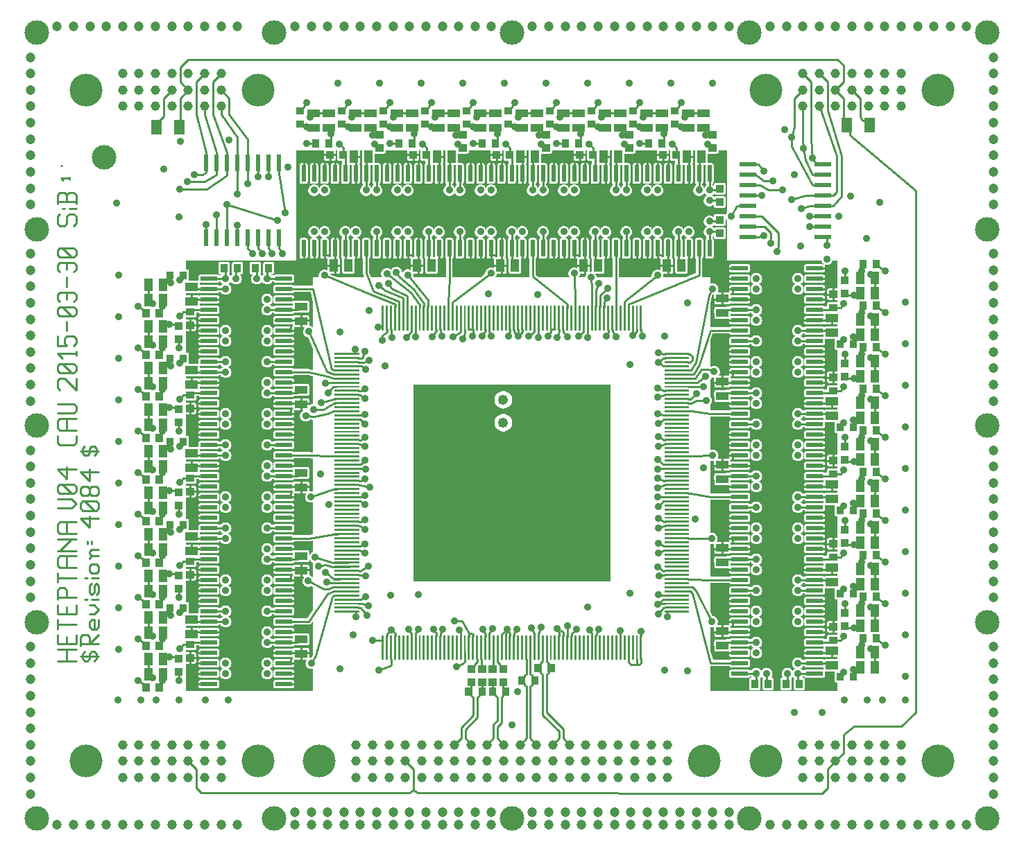
<source format=gbr>
G04 start of page 2 for group 0 idx 0 *
G04 Title: HETEPTANA, component *
G04 Creator: pcb 1.99z *
G04 CreationDate: Mo 30 Mär 2015 16:46:12 GMT UTC *
G04 For: stephan *
G04 Format: Gerber/RS-274X *
G04 PCB-Dimensions (mil): 5511.81 4724.41 *
G04 PCB-Coordinate-Origin: lower left *
%MOIN*%
%FSLAX25Y25*%
%LNCOMPONENT*%
%ADD33C,0.0236*%
%ADD32C,0.0787*%
%ADD31C,0.0276*%
%ADD30C,0.0256*%
%ADD29C,0.0866*%
%ADD28C,0.0157*%
%ADD27C,0.0160*%
%ADD26C,0.0492*%
%ADD25C,0.0354*%
%ADD24C,0.0360*%
%ADD23R,0.0500X0.0500*%
%ADD22R,0.0098X0.0098*%
%ADD21R,0.0394X0.0394*%
%ADD20R,0.0350X0.0350*%
%ADD19R,0.0200X0.0200*%
%ADD18C,0.1181*%
%ADD17C,0.0472*%
%ADD16C,0.1575*%
%ADD15C,0.0453*%
%ADD14C,0.0098*%
%ADD13C,0.0100*%
%ADD12C,0.0098*%
%ADD11C,0.0001*%
G54D11*G36*
X345500Y316445D02*X346657Y316450D01*
X346810Y316487D01*
X346955Y316547D01*
X347090Y316629D01*
X347209Y316732D01*
X347215Y316739D01*
X347139Y316614D01*
X347079Y316468D01*
X347042Y316315D01*
X347032Y316158D01*
X347041Y310781D01*
X346775Y310943D01*
X346368Y311112D01*
X345939Y311215D01*
X345500Y311250D01*
Y316445D01*
G37*
G36*
X372553Y336891D02*X372554Y336347D01*
X372486Y336427D01*
X372151Y336713D01*
X371775Y336943D01*
X371368Y337112D01*
X370939Y337215D01*
X370500Y337250D01*
X370061Y337215D01*
X369632Y337112D01*
X369225Y336943D01*
X368849Y336713D01*
X368514Y336427D01*
X368228Y336092D01*
X367997Y335716D01*
X367829Y335309D01*
X367726Y334880D01*
X367691Y334441D01*
X367726Y334002D01*
X367829Y333573D01*
X367997Y333166D01*
X368228Y332790D01*
X368514Y332455D01*
X368849Y332169D01*
X369221Y331941D01*
X368849Y331713D01*
X368514Y331427D01*
X368228Y331092D01*
X367997Y330716D01*
X367829Y330309D01*
X367726Y329880D01*
X367691Y329441D01*
X367726Y329002D01*
X367829Y328573D01*
X367997Y328166D01*
X368228Y327790D01*
X368514Y327455D01*
X368849Y327169D01*
X369008Y327071D01*
Y326312D01*
X368910Y326252D01*
X368791Y326150D01*
X368688Y326031D01*
X368606Y325896D01*
X368546Y325751D01*
X368509Y325598D01*
X368500Y325441D01*
X368509Y317284D01*
X368546Y317131D01*
X368606Y316986D01*
X368688Y316851D01*
X368791Y316732D01*
X368910Y316629D01*
X369045Y316547D01*
X369190Y316487D01*
X369343Y316450D01*
X369500Y316441D01*
X371657Y316450D01*
X371810Y316487D01*
X371955Y316547D01*
X372090Y316629D01*
X372209Y316732D01*
X372312Y316851D01*
X372394Y316986D01*
X372454Y317131D01*
X372491Y317284D01*
X372500Y317441D01*
X372491Y325598D01*
X372454Y325751D01*
X372394Y325896D01*
X372312Y326031D01*
X372209Y326150D01*
X372090Y326252D01*
X371992Y326312D01*
Y327071D01*
X372151Y327169D01*
X372486Y327455D01*
X372560Y327542D01*
X372562Y326834D01*
X372599Y326682D01*
X372659Y326537D01*
X372741Y326403D01*
X372843Y326284D01*
X372962Y326182D01*
X373096Y326100D01*
X373241Y326040D01*
X373394Y326003D01*
X373550Y325994D01*
X377606Y326003D01*
X377759Y326040D01*
X377904Y326100D01*
X378038Y326182D01*
X378157Y326284D01*
X378259Y326403D01*
X378341Y326537D01*
X378401Y326682D01*
X378438Y326834D01*
X378447Y326991D01*
X378438Y330647D01*
X378401Y330800D01*
X378341Y330945D01*
X378259Y331079D01*
X378157Y331198D01*
X378038Y331300D01*
X377904Y331382D01*
X377759Y331442D01*
X377606Y331479D01*
X377450Y331488D01*
X373394Y331479D01*
X373241Y331442D01*
X373096Y331382D01*
X372962Y331300D01*
X372843Y331198D01*
X372762Y331104D01*
X372486Y331427D01*
X372151Y331713D01*
X371779Y331941D01*
X372151Y332169D01*
X372486Y332455D01*
X372762Y332778D01*
X372843Y332684D01*
X372962Y332582D01*
X373096Y332500D01*
X373241Y332440D01*
X373394Y332403D01*
X373550Y332394D01*
X377606Y332403D01*
X377759Y332440D01*
X377904Y332500D01*
X378038Y332582D01*
X378157Y332684D01*
X378259Y332803D01*
X378341Y332937D01*
X378401Y333082D01*
X378438Y333234D01*
X378447Y333391D01*
X378441Y335918D01*
X378537Y335686D01*
X378764Y335316D01*
X379000Y335039D01*
Y307441D01*
X366611D01*
X366632Y307462D01*
X366670Y307513D01*
X366711Y307561D01*
X366739Y307607D01*
X366771Y307651D01*
X366800Y307707D01*
X366834Y307761D01*
X366854Y307811D01*
X366879Y307860D01*
X366899Y307920D01*
X366923Y307978D01*
X366936Y308031D01*
X366953Y308082D01*
X366963Y308145D01*
X366978Y308207D01*
X366981Y308251D01*
X366991Y308314D01*
X366993Y308549D01*
X366992Y308554D01*
Y316570D01*
X367090Y316629D01*
X367209Y316732D01*
X367312Y316851D01*
X367394Y316986D01*
X367454Y317131D01*
X367491Y317284D01*
X367500Y317441D01*
X367491Y325598D01*
X367454Y325751D01*
X367394Y325896D01*
X367312Y326031D01*
X367209Y326150D01*
X367090Y326252D01*
X366955Y326335D01*
X366810Y326395D01*
X366657Y326432D01*
X366500Y326441D01*
X364343Y326432D01*
X364190Y326395D01*
X364045Y326335D01*
X363910Y326252D01*
X363791Y326150D01*
X363688Y326031D01*
X363606Y325896D01*
X363546Y325751D01*
X363509Y325598D01*
X363500Y325441D01*
X363509Y317284D01*
X363546Y317131D01*
X363606Y316986D01*
X363688Y316851D01*
X363791Y316732D01*
X363910Y316629D01*
X364008Y316570D01*
Y309445D01*
X359083Y307441D01*
X357996D01*
Y309230D01*
X359124Y309233D01*
X359277Y309269D01*
X359423Y309330D01*
X359557Y309412D01*
X359677Y309514D01*
X359779Y309634D01*
X359861Y309768D01*
X359921Y309913D01*
X359958Y310067D01*
X359967Y310223D01*
X359958Y316315D01*
X359928Y316443D01*
X361657Y316450D01*
X361810Y316487D01*
X361955Y316547D01*
X362090Y316629D01*
X362209Y316732D01*
X362312Y316851D01*
X362394Y316986D01*
X362454Y317131D01*
X362491Y317284D01*
X362500Y317441D01*
X362491Y325598D01*
X362454Y325751D01*
X362394Y325896D01*
X362312Y326031D01*
X362209Y326150D01*
X362090Y326252D01*
X361955Y326335D01*
X361810Y326395D01*
X361657Y326432D01*
X361500Y326441D01*
X359343Y326432D01*
X359190Y326395D01*
X359045Y326335D01*
X358910Y326252D01*
X358791Y326150D01*
X358688Y326031D01*
X358606Y325896D01*
X358546Y325751D01*
X358509Y325598D01*
X358500Y325441D01*
X358509Y317284D01*
X358540Y317157D01*
X357996Y317156D01*
Y328155D01*
X358000Y328162D01*
X358228Y327790D01*
X358514Y327455D01*
X358849Y327169D01*
X359225Y326938D01*
X359632Y326770D01*
X360061Y326667D01*
X360500Y326632D01*
X360939Y326667D01*
X361368Y326770D01*
X361775Y326938D01*
X362151Y327169D01*
X362486Y327455D01*
X362772Y327790D01*
X363003Y328166D01*
X363171Y328573D01*
X363274Y329002D01*
X363300Y329441D01*
X363274Y329880D01*
X363171Y330309D01*
X363003Y330716D01*
X362772Y331092D01*
X362486Y331427D01*
X362151Y331713D01*
X361775Y331943D01*
X361368Y332112D01*
X360939Y332215D01*
X360500Y332250D01*
X360061Y332215D01*
X359632Y332112D01*
X359225Y331943D01*
X358849Y331713D01*
X358514Y331427D01*
X358228Y331092D01*
X358000Y330720D01*
X357996Y330727D01*
Y361724D01*
X358540Y361726D01*
X358509Y361598D01*
X358500Y361441D01*
X358509Y353284D01*
X358546Y353131D01*
X358606Y352986D01*
X358688Y352851D01*
X358791Y352732D01*
X358910Y352629D01*
X359045Y352547D01*
X359190Y352487D01*
X359343Y352450D01*
X359500Y352441D01*
X361657Y352450D01*
X361810Y352487D01*
X361955Y352547D01*
X362090Y352629D01*
X362209Y352732D01*
X362312Y352851D01*
X362394Y352986D01*
X362454Y353131D01*
X362491Y353284D01*
X362500Y353441D01*
X362491Y361598D01*
X362454Y361751D01*
X362394Y361896D01*
X362312Y362031D01*
X362251Y362101D01*
X362279Y362134D01*
X362361Y362268D01*
X362421Y362413D01*
X362458Y362567D01*
X362467Y362723D01*
X362459Y368441D01*
X363533D01*
X363542Y362567D01*
X363579Y362413D01*
X363639Y362268D01*
X363721Y362134D01*
X363749Y362101D01*
X363688Y362031D01*
X363606Y361896D01*
X363546Y361751D01*
X363509Y361598D01*
X363500Y361441D01*
X363509Y353284D01*
X363546Y353131D01*
X363606Y352986D01*
X363688Y352851D01*
X363791Y352732D01*
X363910Y352629D01*
X364008Y352570D01*
Y351810D01*
X363849Y351713D01*
X363514Y351427D01*
X363228Y351092D01*
X362997Y350716D01*
X362829Y350309D01*
X362726Y349880D01*
X362691Y349441D01*
X362726Y349002D01*
X362829Y348573D01*
X362997Y348166D01*
X363228Y347790D01*
X363514Y347455D01*
X363849Y347169D01*
X364225Y346938D01*
X364632Y346770D01*
X365061Y346667D01*
X365500Y346632D01*
X365939Y346667D01*
X366368Y346770D01*
X366775Y346938D01*
X367151Y347169D01*
X367486Y347455D01*
X367772Y347790D01*
X368000Y348162D01*
X368228Y347790D01*
X368514Y347455D01*
X368849Y347169D01*
X369221Y346941D01*
X368849Y346713D01*
X368514Y346427D01*
X368228Y346092D01*
X367997Y345716D01*
X367829Y345309D01*
X367726Y344880D01*
X367691Y344441D01*
X367726Y344002D01*
X367829Y343573D01*
X367997Y343166D01*
X368228Y342790D01*
X368514Y342455D01*
X368849Y342169D01*
X369225Y341938D01*
X369632Y341770D01*
X370061Y341667D01*
X370500Y341632D01*
X370939Y341667D01*
X371368Y341770D01*
X371775Y341938D01*
X372151Y342169D01*
X372486Y342455D01*
X372560Y342542D01*
X372562Y341834D01*
X372599Y341682D01*
X372659Y341537D01*
X372741Y341403D01*
X372843Y341284D01*
X372962Y341182D01*
X373096Y341100D01*
X373241Y341040D01*
X373394Y341003D01*
X373550Y340994D01*
X377606Y341003D01*
X377759Y341040D01*
X377904Y341100D01*
X378038Y341182D01*
X378157Y341284D01*
X378259Y341403D01*
X378341Y341537D01*
X378401Y341682D01*
X378438Y341834D01*
X378447Y341991D01*
X378438Y345647D01*
X378401Y345800D01*
X378341Y345945D01*
X378259Y346079D01*
X378157Y346198D01*
X378038Y346300D01*
X377904Y346382D01*
X377759Y346442D01*
X377606Y346479D01*
X377450Y346488D01*
X373394Y346479D01*
X373241Y346442D01*
X373096Y346382D01*
X372962Y346300D01*
X372843Y346198D01*
X372762Y346104D01*
X372486Y346427D01*
X372151Y346713D01*
X371779Y346941D01*
X372151Y347169D01*
X372486Y347455D01*
X372762Y347778D01*
X372843Y347684D01*
X372962Y347582D01*
X373096Y347500D01*
X373241Y347440D01*
X373394Y347403D01*
X373550Y347394D01*
X377606Y347403D01*
X377759Y347440D01*
X377904Y347500D01*
X378038Y347582D01*
X378157Y347684D01*
X378259Y347803D01*
X378341Y347937D01*
X378401Y348082D01*
X378438Y348234D01*
X378447Y348391D01*
X378438Y352047D01*
X378401Y352200D01*
X378341Y352345D01*
X378259Y352479D01*
X378157Y352598D01*
X378038Y352700D01*
X377904Y352782D01*
X377759Y352842D01*
X377606Y352879D01*
X377450Y352888D01*
X373394Y352879D01*
X373241Y352842D01*
X373096Y352782D01*
X372962Y352700D01*
X372843Y352598D01*
X372741Y352479D01*
X372659Y352345D01*
X372599Y352200D01*
X372562Y352047D01*
X372553Y351891D01*
X372554Y351347D01*
X372486Y351427D01*
X372151Y351713D01*
X371992Y351810D01*
Y352570D01*
X372090Y352629D01*
X372209Y352732D01*
X372312Y352851D01*
X372394Y352986D01*
X372454Y353131D01*
X372491Y353284D01*
X372500Y353441D01*
X372491Y361598D01*
X372454Y361751D01*
X372394Y361896D01*
X372312Y362031D01*
X372209Y362150D01*
X372090Y362252D01*
X371955Y362335D01*
X371810Y362395D01*
X371657Y362432D01*
X371500Y362441D01*
X369426Y362432D01*
X369458Y362567D01*
X369467Y362723D01*
X369461Y367183D01*
X369462Y367182D01*
X369596Y367100D01*
X369741Y367040D01*
X369894Y367003D01*
X370050Y366994D01*
X374106Y367003D01*
X374259Y367040D01*
X374404Y367100D01*
X374538Y367182D01*
X374657Y367284D01*
X374759Y367403D01*
X374841Y367537D01*
X374901Y367682D01*
X374938Y367834D01*
X374947Y367991D01*
X374946Y368441D01*
X379000D01*
Y338843D01*
X378764Y338566D01*
X378537Y338196D01*
X378371Y337795D01*
X378285Y337437D01*
X378259Y337479D01*
X378157Y337598D01*
X378038Y337700D01*
X377904Y337782D01*
X377759Y337842D01*
X377606Y337879D01*
X377450Y337888D01*
X373394Y337879D01*
X373241Y337842D01*
X373096Y337782D01*
X372962Y337700D01*
X372843Y337598D01*
X372741Y337479D01*
X372659Y337345D01*
X372599Y337200D01*
X372562Y337047D01*
X372553Y336891D01*
G37*
G36*
X357996Y317156D02*X357460Y317155D01*
X357491Y317284D01*
X357500Y317441D01*
X357491Y325598D01*
X357454Y325751D01*
X357394Y325896D01*
X357312Y326031D01*
X357209Y326150D01*
X357090Y326252D01*
X356992Y326312D01*
Y327071D01*
X357151Y327169D01*
X357486Y327455D01*
X357772Y327790D01*
X357996Y328155D01*
Y317156D01*
G37*
G36*
Y307441D02*X350500D01*
Y309229D01*
X352124Y309233D01*
X352277Y309269D01*
X352423Y309330D01*
X352557Y309412D01*
X352677Y309514D01*
X352779Y309634D01*
X352861Y309768D01*
X352921Y309913D01*
X352958Y310067D01*
X352967Y310223D01*
X352958Y316315D01*
X352921Y316468D01*
X352861Y316614D01*
X352779Y316748D01*
X352677Y316868D01*
X352557Y316970D01*
X352423Y317052D01*
X352422Y317053D01*
X352454Y317131D01*
X352491Y317284D01*
X352500Y317441D01*
X352491Y325598D01*
X352454Y325751D01*
X352394Y325896D01*
X352312Y326031D01*
X352209Y326150D01*
X352090Y326252D01*
X351955Y326335D01*
X351810Y326395D01*
X351657Y326432D01*
X351500Y326441D01*
X350500Y326437D01*
Y352445D01*
X351657Y352450D01*
X351810Y352487D01*
X351955Y352547D01*
X352090Y352629D01*
X352209Y352732D01*
X352312Y352851D01*
X352394Y352986D01*
X352454Y353131D01*
X352491Y353284D01*
X352500Y353441D01*
X352491Y361598D01*
X352454Y361751D01*
X352394Y361896D01*
X352312Y362031D01*
X352209Y362150D01*
X352090Y362252D01*
X351955Y362335D01*
X351810Y362395D01*
X351657Y362432D01*
X351500Y362441D01*
X350500Y362437D01*
Y363774D01*
X350509Y363782D01*
X350612Y363901D01*
X350694Y364036D01*
X350754Y364181D01*
X350791Y364334D01*
X350800Y364491D01*
X350791Y368441D01*
X351703D01*
X351700Y368391D01*
X351709Y364334D01*
X351746Y364181D01*
X351806Y364036D01*
X351888Y363901D01*
X351991Y363782D01*
X352110Y363679D01*
X352245Y363597D01*
X352390Y363537D01*
X352543Y363500D01*
X352700Y363491D01*
X354008Y363494D01*
Y362312D01*
X353910Y362252D01*
X353791Y362150D01*
X353688Y362031D01*
X353606Y361896D01*
X353546Y361751D01*
X353509Y361598D01*
X353500Y361441D01*
X353509Y353284D01*
X353546Y353131D01*
X353606Y352986D01*
X353688Y352851D01*
X353791Y352732D01*
X353910Y352629D01*
X354045Y352547D01*
X354190Y352487D01*
X354343Y352450D01*
X354500Y352441D01*
X356657Y352450D01*
X356810Y352487D01*
X356955Y352547D01*
X357090Y352629D01*
X357209Y352732D01*
X357312Y352851D01*
X357394Y352986D01*
X357454Y353131D01*
X357491Y353284D01*
X357500Y353441D01*
X357491Y361598D01*
X357460Y361728D01*
X357532Y361723D01*
X357996Y361724D01*
Y330727D01*
X357772Y331092D01*
X357486Y331427D01*
X357151Y331713D01*
X356775Y331943D01*
X356368Y332112D01*
X355939Y332215D01*
X355500Y332250D01*
X355061Y332215D01*
X354632Y332112D01*
X354225Y331943D01*
X353849Y331713D01*
X353514Y331427D01*
X353228Y331092D01*
X352997Y330716D01*
X352829Y330309D01*
X352726Y329880D01*
X352691Y329441D01*
X352726Y329002D01*
X352829Y328573D01*
X352997Y328166D01*
X353228Y327790D01*
X353514Y327455D01*
X353849Y327169D01*
X354008Y327071D01*
Y326312D01*
X353910Y326252D01*
X353791Y326150D01*
X353688Y326031D01*
X353606Y325896D01*
X353546Y325751D01*
X353509Y325598D01*
X353500Y325441D01*
X353509Y317284D01*
X353546Y317131D01*
X353606Y316986D01*
X353688Y316851D01*
X353791Y316732D01*
X353910Y316629D01*
X354008Y316570D01*
Y314941D01*
X354022Y314707D01*
X354035Y314652D01*
X354042Y310067D01*
X354079Y309913D01*
X354139Y309768D01*
X354221Y309634D01*
X354323Y309514D01*
X354443Y309412D01*
X354577Y309330D01*
X354723Y309269D01*
X354876Y309233D01*
X355032Y309223D01*
X357996Y309230D01*
Y307441D01*
G37*
G36*
X350500Y326437D02*X349343Y326432D01*
X349190Y326395D01*
X349045Y326335D01*
X348910Y326252D01*
X348791Y326150D01*
X348688Y326031D01*
X348606Y325896D01*
X348546Y325751D01*
X348509Y325598D01*
X348500Y325441D01*
X348509Y317284D01*
X348541Y317151D01*
X347876Y317149D01*
X347723Y317112D01*
X347577Y317052D01*
X347443Y316970D01*
X347323Y316868D01*
X347317Y316861D01*
X347394Y316986D01*
X347454Y317131D01*
X347491Y317284D01*
X347500Y317441D01*
X347491Y325598D01*
X347454Y325751D01*
X347394Y325896D01*
X347312Y326031D01*
X347209Y326150D01*
X347090Y326252D01*
X346955Y326335D01*
X346810Y326395D01*
X346657Y326432D01*
X346500Y326441D01*
X345500Y326437D01*
Y326632D01*
X345939Y326667D01*
X346368Y326770D01*
X346775Y326938D01*
X347151Y327169D01*
X347486Y327455D01*
X347772Y327790D01*
X348003Y328166D01*
X348171Y328573D01*
X348274Y329002D01*
X348300Y329441D01*
X348274Y329880D01*
X348171Y330309D01*
X348003Y330716D01*
X347772Y331092D01*
X347486Y331427D01*
X347151Y331713D01*
X346775Y331943D01*
X346368Y332112D01*
X345939Y332215D01*
X345500Y332250D01*
Y346632D01*
X345939Y346667D01*
X346368Y346770D01*
X346775Y346938D01*
X347151Y347169D01*
X347486Y347455D01*
X347772Y347790D01*
X348003Y348166D01*
X348171Y348573D01*
X348274Y349002D01*
X348300Y349441D01*
X348274Y349880D01*
X348171Y350309D01*
X348003Y350716D01*
X347772Y351092D01*
X347486Y351427D01*
X347151Y351713D01*
X346775Y351943D01*
X346368Y352112D01*
X345939Y352215D01*
X345500Y352250D01*
Y352445D01*
X346657Y352450D01*
X346810Y352487D01*
X346955Y352547D01*
X347090Y352629D01*
X347209Y352732D01*
X347312Y352851D01*
X347394Y352986D01*
X347454Y353131D01*
X347491Y353284D01*
X347500Y353441D01*
X347491Y361598D01*
X347454Y361751D01*
X347394Y361896D01*
X347312Y362031D01*
X347209Y362150D01*
X347090Y362252D01*
X346955Y362335D01*
X346810Y362395D01*
X346657Y362432D01*
X346500Y362441D01*
X345500Y362437D01*
Y363888D01*
X345591Y363782D01*
X345710Y363679D01*
X345845Y363597D01*
X345990Y363537D01*
X346143Y363500D01*
X346300Y363491D01*
X349957Y363500D01*
X350110Y363537D01*
X350255Y363597D01*
X350390Y363679D01*
X350500Y363774D01*
Y362437D01*
X349343Y362432D01*
X349190Y362395D01*
X349045Y362335D01*
X348910Y362252D01*
X348791Y362150D01*
X348688Y362031D01*
X348606Y361896D01*
X348546Y361751D01*
X348509Y361598D01*
X348500Y361441D01*
X348509Y353284D01*
X348546Y353131D01*
X348606Y352986D01*
X348688Y352851D01*
X348791Y352732D01*
X348910Y352629D01*
X349045Y352547D01*
X349190Y352487D01*
X349343Y352450D01*
X349500Y352441D01*
X350500Y352445D01*
Y326437D01*
G37*
G36*
Y307441D02*X348116D01*
X348171Y307573D01*
X348274Y308002D01*
X348300Y308441D01*
X348274Y308880D01*
X348192Y309224D01*
X350500Y309229D01*
Y307441D01*
G37*
G36*
X345500Y352250D02*X345061Y352215D01*
X344632Y352112D01*
X344225Y351943D01*
X343849Y351713D01*
X343514Y351427D01*
X343228Y351092D01*
X343000Y350720D01*
X342772Y351092D01*
X342486Y351427D01*
X342151Y351713D01*
X341775Y351943D01*
X341368Y352112D01*
X340939Y352215D01*
X340500Y352250D01*
Y352445D01*
X341657Y352450D01*
X341810Y352487D01*
X341955Y352547D01*
X342090Y352629D01*
X342209Y352732D01*
X342312Y352851D01*
X342394Y352986D01*
X342454Y353131D01*
X342491Y353284D01*
X342500Y353441D01*
X342491Y361598D01*
X342454Y361751D01*
X342394Y361896D01*
X342312Y362031D01*
X342209Y362150D01*
X342090Y362252D01*
X341955Y362335D01*
X341810Y362395D01*
X341657Y362432D01*
X341500Y362441D01*
X340500Y362437D01*
Y368441D01*
X345303D01*
X345300Y368391D01*
X345309Y364334D01*
X345346Y364181D01*
X345406Y364036D01*
X345488Y363901D01*
X345500Y363888D01*
Y362437D01*
X344343Y362432D01*
X344190Y362395D01*
X344045Y362335D01*
X343910Y362252D01*
X343791Y362150D01*
X343688Y362031D01*
X343606Y361896D01*
X343546Y361751D01*
X343509Y361598D01*
X343500Y361441D01*
X343509Y353284D01*
X343546Y353131D01*
X343606Y352986D01*
X343688Y352851D01*
X343791Y352732D01*
X343910Y352629D01*
X344045Y352547D01*
X344190Y352487D01*
X344343Y352450D01*
X344500Y352441D01*
X345500Y352445D01*
Y352250D01*
G37*
G36*
Y332250D02*X345061Y332215D01*
X344632Y332112D01*
X344225Y331943D01*
X343849Y331713D01*
X343514Y331427D01*
X343228Y331092D01*
X343000Y330720D01*
X342772Y331092D01*
X342486Y331427D01*
X342151Y331713D01*
X341775Y331943D01*
X341368Y332112D01*
X340939Y332215D01*
X340500Y332250D01*
Y346632D01*
X340939Y346667D01*
X341368Y346770D01*
X341775Y346938D01*
X342151Y347169D01*
X342486Y347455D01*
X342772Y347790D01*
X343000Y348162D01*
X343228Y347790D01*
X343514Y347455D01*
X343849Y347169D01*
X344225Y346938D01*
X344632Y346770D01*
X345061Y346667D01*
X345500Y346632D01*
Y332250D01*
G37*
G36*
Y326437D02*X344343Y326432D01*
X344190Y326395D01*
X344045Y326335D01*
X343910Y326252D01*
X343791Y326150D01*
X343688Y326031D01*
X343606Y325896D01*
X343546Y325751D01*
X343509Y325598D01*
X343500Y325441D01*
X343509Y317284D01*
X343546Y317131D01*
X343606Y316986D01*
X343688Y316851D01*
X343791Y316732D01*
X343910Y316629D01*
X344045Y316547D01*
X344190Y316487D01*
X344343Y316450D01*
X344500Y316441D01*
X345500Y316445D01*
Y311250D01*
X345061Y311215D01*
X344632Y311112D01*
X344225Y310943D01*
X343849Y310713D01*
X343514Y310427D01*
X343228Y310092D01*
X342997Y309716D01*
X342829Y309309D01*
X342726Y308880D01*
X342691Y308441D01*
X342714Y308152D01*
X341808Y307441D01*
X340500D01*
Y316445D01*
X341657Y316450D01*
X341810Y316487D01*
X341955Y316547D01*
X342090Y316629D01*
X342209Y316732D01*
X342312Y316851D01*
X342394Y316986D01*
X342454Y317131D01*
X342491Y317284D01*
X342500Y317441D01*
X342491Y325598D01*
X342454Y325751D01*
X342394Y325896D01*
X342312Y326031D01*
X342209Y326150D01*
X342090Y326252D01*
X341955Y326335D01*
X341810Y326395D01*
X341657Y326432D01*
X341500Y326441D01*
X340500Y326437D01*
Y326632D01*
X340939Y326667D01*
X341368Y326770D01*
X341775Y326938D01*
X342151Y327169D01*
X342486Y327455D01*
X342772Y327790D01*
X343000Y328162D01*
X343228Y327790D01*
X343514Y327455D01*
X343849Y327169D01*
X344225Y326938D01*
X344632Y326770D01*
X345061Y326667D01*
X345500Y326632D01*
Y326437D01*
G37*
G36*
X340500Y307441D02*X335500D01*
Y316445D01*
X336657Y316450D01*
X336810Y316487D01*
X336955Y316547D01*
X337090Y316629D01*
X337209Y316732D01*
X337312Y316851D01*
X337394Y316986D01*
X337454Y317131D01*
X337491Y317284D01*
X337500Y317441D01*
X337491Y325598D01*
X337454Y325751D01*
X337394Y325896D01*
X337312Y326031D01*
X337209Y326150D01*
X337090Y326252D01*
X336955Y326335D01*
X336810Y326395D01*
X336657Y326432D01*
X336500Y326441D01*
X335500Y326437D01*
Y352445D01*
X336657Y352450D01*
X336810Y352487D01*
X336955Y352547D01*
X337090Y352629D01*
X337209Y352732D01*
X337312Y352851D01*
X337394Y352986D01*
X337454Y353131D01*
X337491Y353284D01*
X337500Y353441D01*
X337491Y361598D01*
X337454Y361751D01*
X337394Y361896D01*
X337312Y362031D01*
X337209Y362150D01*
X337090Y362252D01*
X336955Y362335D01*
X336810Y362395D01*
X336657Y362432D01*
X336500Y362441D01*
X335500Y362437D01*
Y368441D01*
X340500D01*
Y362437D01*
X339343Y362432D01*
X339190Y362395D01*
X339045Y362335D01*
X338910Y362252D01*
X338791Y362150D01*
X338688Y362031D01*
X338606Y361896D01*
X338546Y361751D01*
X338509Y361598D01*
X338500Y361441D01*
X338509Y353284D01*
X338546Y353131D01*
X338606Y352986D01*
X338688Y352851D01*
X338791Y352732D01*
X338910Y352629D01*
X339045Y352547D01*
X339190Y352487D01*
X339343Y352450D01*
X339500Y352441D01*
X340500Y352445D01*
Y352250D01*
X340061Y352215D01*
X339632Y352112D01*
X339225Y351943D01*
X338849Y351713D01*
X338514Y351427D01*
X338228Y351092D01*
X337997Y350716D01*
X337829Y350309D01*
X337726Y349880D01*
X337691Y349441D01*
X337726Y349002D01*
X337829Y348573D01*
X337997Y348166D01*
X338228Y347790D01*
X338514Y347455D01*
X338849Y347169D01*
X339225Y346938D01*
X339632Y346770D01*
X340061Y346667D01*
X340500Y346632D01*
Y332250D01*
X340061Y332215D01*
X339632Y332112D01*
X339225Y331943D01*
X338849Y331713D01*
X338514Y331427D01*
X338228Y331092D01*
X337997Y330716D01*
X337829Y330309D01*
X337726Y329880D01*
X337691Y329441D01*
X337726Y329002D01*
X337829Y328573D01*
X337997Y328166D01*
X338228Y327790D01*
X338514Y327455D01*
X338849Y327169D01*
X339225Y326938D01*
X339632Y326770D01*
X340061Y326667D01*
X340500Y326632D01*
Y326437D01*
X339343Y326432D01*
X339190Y326395D01*
X339045Y326335D01*
X338910Y326252D01*
X338791Y326150D01*
X338688Y326031D01*
X338606Y325896D01*
X338546Y325751D01*
X338509Y325598D01*
X338500Y325441D01*
X338509Y317284D01*
X338546Y317131D01*
X338606Y316986D01*
X338688Y316851D01*
X338791Y316732D01*
X338910Y316629D01*
X339045Y316547D01*
X339190Y316487D01*
X339343Y316450D01*
X339500Y316441D01*
X340500Y316445D01*
Y307441D01*
G37*
G36*
X305500Y316445D02*X306657Y316450D01*
X306810Y316487D01*
X306955Y316547D01*
X307090Y316629D01*
X307209Y316732D01*
X307215Y316739D01*
X307139Y316614D01*
X307079Y316468D01*
X307042Y316315D01*
X307032Y316158D01*
X307039Y311782D01*
X306775Y311943D01*
X306368Y312112D01*
X305939Y312215D01*
X305500Y312250D01*
Y316445D01*
G37*
G36*
X335500Y307441D02*X330496D01*
Y316445D01*
X331657Y316450D01*
X331810Y316487D01*
X331955Y316547D01*
X332090Y316629D01*
X332209Y316732D01*
X332312Y316851D01*
X332394Y316986D01*
X332454Y317131D01*
X332491Y317284D01*
X332500Y317441D01*
X332491Y325598D01*
X332454Y325751D01*
X332394Y325896D01*
X332312Y326031D01*
X332209Y326150D01*
X332090Y326252D01*
X331992Y326312D01*
Y327071D01*
X332151Y327169D01*
X332486Y327455D01*
X332772Y327790D01*
X333003Y328166D01*
X333171Y328573D01*
X333274Y329002D01*
X333300Y329441D01*
X333274Y329880D01*
X333171Y330309D01*
X333003Y330716D01*
X332772Y331092D01*
X332486Y331427D01*
X332151Y331713D01*
X331775Y331943D01*
X331368Y332112D01*
X330939Y332215D01*
X330500Y332250D01*
X330496Y332249D01*
Y346633D01*
X330500Y346632D01*
X330939Y346667D01*
X331368Y346770D01*
X331775Y346938D01*
X332151Y347169D01*
X332486Y347455D01*
X332772Y347790D01*
X333003Y348166D01*
X333171Y348573D01*
X333274Y349002D01*
X333300Y349441D01*
X333274Y349880D01*
X333171Y350309D01*
X333003Y350716D01*
X332772Y351092D01*
X332486Y351427D01*
X332151Y351713D01*
X331992Y351810D01*
Y352570D01*
X332090Y352629D01*
X332209Y352732D01*
X332312Y352851D01*
X332394Y352986D01*
X332454Y353131D01*
X332491Y353284D01*
X332500Y353441D01*
X332491Y361598D01*
X332454Y361751D01*
X332394Y361896D01*
X332312Y362031D01*
X332209Y362150D01*
X332090Y362252D01*
X331955Y362335D01*
X331810Y362395D01*
X331657Y362432D01*
X331500Y362441D01*
X330496Y362437D01*
Y366995D01*
X334106Y367003D01*
X334259Y367040D01*
X334404Y367100D01*
X334538Y367182D01*
X334657Y367284D01*
X334759Y367403D01*
X334841Y367537D01*
X334901Y367682D01*
X334938Y367834D01*
X334947Y367991D01*
X334946Y368441D01*
X335500D01*
Y362437D01*
X334343Y362432D01*
X334190Y362395D01*
X334045Y362335D01*
X333910Y362252D01*
X333791Y362150D01*
X333688Y362031D01*
X333606Y361896D01*
X333546Y361751D01*
X333509Y361598D01*
X333500Y361441D01*
X333509Y353284D01*
X333546Y353131D01*
X333606Y352986D01*
X333688Y352851D01*
X333791Y352732D01*
X333910Y352629D01*
X334045Y352547D01*
X334190Y352487D01*
X334343Y352450D01*
X334500Y352441D01*
X335500Y352445D01*
Y326437D01*
X334343Y326432D01*
X334190Y326395D01*
X334045Y326335D01*
X333910Y326252D01*
X333791Y326150D01*
X333688Y326031D01*
X333606Y325896D01*
X333546Y325751D01*
X333509Y325598D01*
X333500Y325441D01*
X333509Y317284D01*
X333546Y317131D01*
X333606Y316986D01*
X333688Y316851D01*
X333791Y316732D01*
X333910Y316629D01*
X334045Y316547D01*
X334190Y316487D01*
X334343Y316450D01*
X334500Y316441D01*
X335500Y316445D01*
Y307441D01*
G37*
G36*
X330496Y362437D02*X329426Y362432D01*
X329458Y362567D01*
X329467Y362723D01*
X329461Y367183D01*
X329462Y367182D01*
X329596Y367100D01*
X329741Y367040D01*
X329894Y367003D01*
X330050Y366994D01*
X330496Y366995D01*
Y362437D01*
G37*
G36*
Y307441D02*X326992D01*
X326992Y307458D01*
Y316570D01*
X327090Y316629D01*
X327209Y316732D01*
X327312Y316851D01*
X327394Y316986D01*
X327454Y317131D01*
X327491Y317284D01*
X327500Y317441D01*
X327491Y325598D01*
X327454Y325751D01*
X327394Y325896D01*
X327312Y326031D01*
X327209Y326150D01*
X327090Y326252D01*
X326955Y326335D01*
X326810Y326395D01*
X326657Y326432D01*
X326500Y326441D01*
X324343Y326432D01*
X324190Y326395D01*
X324045Y326335D01*
X323910Y326252D01*
X323791Y326150D01*
X323688Y326031D01*
X323606Y325896D01*
X323546Y325751D01*
X323509Y325598D01*
X323500Y325441D01*
X323509Y317284D01*
X323546Y317131D01*
X323606Y316986D01*
X323688Y316851D01*
X323791Y316732D01*
X323910Y316629D01*
X324008Y316570D01*
Y307441D01*
X316256D01*
X316230Y307873D01*
X316129Y308295D01*
X315963Y308696D01*
X315736Y309066D01*
X315601Y309225D01*
X319124Y309233D01*
X319277Y309269D01*
X319423Y309330D01*
X319557Y309412D01*
X319677Y309514D01*
X319779Y309634D01*
X319861Y309768D01*
X319921Y309913D01*
X319958Y310067D01*
X319967Y310223D01*
X319958Y316315D01*
X319928Y316443D01*
X321657Y316450D01*
X321810Y316487D01*
X321955Y316547D01*
X322090Y316629D01*
X322209Y316732D01*
X322312Y316851D01*
X322394Y316986D01*
X322454Y317131D01*
X322491Y317284D01*
X322500Y317441D01*
X322491Y325598D01*
X322454Y325751D01*
X322394Y325896D01*
X322312Y326031D01*
X322209Y326150D01*
X322090Y326252D01*
X321955Y326335D01*
X321810Y326395D01*
X321657Y326432D01*
X321500Y326441D01*
X319343Y326432D01*
X319190Y326395D01*
X319045Y326335D01*
X318910Y326252D01*
X318791Y326150D01*
X318688Y326031D01*
X318606Y325896D01*
X318546Y325751D01*
X318509Y325598D01*
X318500Y325441D01*
X318509Y317284D01*
X318540Y317157D01*
X317460Y317155D01*
X317491Y317284D01*
X317500Y317441D01*
X317491Y325598D01*
X317454Y325751D01*
X317394Y325896D01*
X317312Y326031D01*
X317209Y326150D01*
X317090Y326252D01*
X316992Y326312D01*
Y327071D01*
X317151Y327169D01*
X317486Y327455D01*
X317772Y327790D01*
X318000Y328162D01*
X318228Y327790D01*
X318514Y327455D01*
X318849Y327169D01*
X319225Y326938D01*
X319632Y326770D01*
X320061Y326667D01*
X320500Y326632D01*
X320939Y326667D01*
X321368Y326770D01*
X321775Y326938D01*
X322151Y327169D01*
X322486Y327455D01*
X322772Y327790D01*
X323003Y328166D01*
X323171Y328573D01*
X323274Y329002D01*
X323300Y329441D01*
X323274Y329880D01*
X323171Y330309D01*
X323003Y330716D01*
X322772Y331092D01*
X322486Y331427D01*
X322151Y331713D01*
X321775Y331943D01*
X321368Y332112D01*
X320939Y332215D01*
X320500Y332250D01*
X320061Y332215D01*
X319632Y332112D01*
X319225Y331943D01*
X318849Y331713D01*
X318514Y331427D01*
X318228Y331092D01*
X318000Y330720D01*
X317772Y331092D01*
X317486Y331427D01*
X317151Y331713D01*
X316775Y331943D01*
X316368Y332112D01*
X315939Y332215D01*
X315500Y332250D01*
X315061Y332215D01*
X314632Y332112D01*
X314225Y331943D01*
X313849Y331713D01*
X313514Y331427D01*
X313228Y331092D01*
X312997Y330716D01*
X312829Y330309D01*
X312726Y329880D01*
X312691Y329441D01*
X312726Y329002D01*
X312829Y328573D01*
X312997Y328166D01*
X313228Y327790D01*
X313514Y327455D01*
X313849Y327169D01*
X314008Y327071D01*
Y326312D01*
X313910Y326252D01*
X313791Y326150D01*
X313688Y326031D01*
X313606Y325896D01*
X313546Y325751D01*
X313509Y325598D01*
X313500Y325441D01*
X313509Y317284D01*
X313546Y317131D01*
X313606Y316986D01*
X313688Y316851D01*
X313791Y316732D01*
X313910Y316629D01*
X314008Y316570D01*
Y314941D01*
X314022Y314707D01*
X314035Y314652D01*
X314042Y310145D01*
X313932Y310171D01*
X313500Y310205D01*
X313068Y310171D01*
X312963Y310146D01*
X312967Y310223D01*
X312958Y316315D01*
X312921Y316468D01*
X312861Y316614D01*
X312779Y316748D01*
X312677Y316868D01*
X312557Y316970D01*
X312423Y317052D01*
X312422Y317053D01*
X312454Y317131D01*
X312491Y317284D01*
X312500Y317441D01*
X312491Y325598D01*
X312454Y325751D01*
X312394Y325896D01*
X312312Y326031D01*
X312209Y326150D01*
X312090Y326252D01*
X311955Y326335D01*
X311810Y326395D01*
X311657Y326432D01*
X311500Y326441D01*
X310500Y326437D01*
Y352445D01*
X311657Y352450D01*
X311810Y352487D01*
X311955Y352547D01*
X312090Y352629D01*
X312209Y352732D01*
X312312Y352851D01*
X312394Y352986D01*
X312454Y353131D01*
X312491Y353284D01*
X312500Y353441D01*
X312491Y361598D01*
X312454Y361751D01*
X312394Y361896D01*
X312312Y362031D01*
X312209Y362150D01*
X312090Y362252D01*
X311955Y362335D01*
X311810Y362395D01*
X311657Y362432D01*
X311500Y362441D01*
X310500Y362437D01*
Y363774D01*
X310509Y363782D01*
X310612Y363901D01*
X310694Y364036D01*
X310754Y364181D01*
X310791Y364334D01*
X310800Y364491D01*
X310791Y368441D01*
X311703D01*
X311700Y368391D01*
X311709Y364334D01*
X311746Y364181D01*
X311806Y364036D01*
X311888Y363901D01*
X311991Y363782D01*
X312110Y363679D01*
X312245Y363597D01*
X312390Y363537D01*
X312543Y363500D01*
X312700Y363491D01*
X314008Y363494D01*
Y362312D01*
X313910Y362252D01*
X313791Y362150D01*
X313688Y362031D01*
X313606Y361896D01*
X313546Y361751D01*
X313509Y361598D01*
X313500Y361441D01*
X313509Y353284D01*
X313546Y353131D01*
X313606Y352986D01*
X313688Y352851D01*
X313791Y352732D01*
X313910Y352629D01*
X314045Y352547D01*
X314190Y352487D01*
X314343Y352450D01*
X314500Y352441D01*
X316657Y352450D01*
X316810Y352487D01*
X316955Y352547D01*
X317090Y352629D01*
X317209Y352732D01*
X317312Y352851D01*
X317394Y352986D01*
X317454Y353131D01*
X317491Y353284D01*
X317500Y353441D01*
X317491Y361598D01*
X317460Y361728D01*
X317532Y361723D01*
X318540Y361726D01*
X318509Y361598D01*
X318500Y361441D01*
X318509Y353284D01*
X318546Y353131D01*
X318606Y352986D01*
X318688Y352851D01*
X318791Y352732D01*
X318910Y352629D01*
X319045Y352547D01*
X319190Y352487D01*
X319343Y352450D01*
X319500Y352441D01*
X321657Y352450D01*
X321810Y352487D01*
X321955Y352547D01*
X322090Y352629D01*
X322209Y352732D01*
X322312Y352851D01*
X322394Y352986D01*
X322454Y353131D01*
X322491Y353284D01*
X322500Y353441D01*
X322491Y361598D01*
X322454Y361751D01*
X322394Y361896D01*
X322312Y362031D01*
X322251Y362101D01*
X322279Y362134D01*
X322361Y362268D01*
X322421Y362413D01*
X322458Y362567D01*
X322467Y362723D01*
X322459Y368441D01*
X323533D01*
X323542Y362567D01*
X323579Y362413D01*
X323639Y362268D01*
X323721Y362134D01*
X323749Y362101D01*
X323688Y362031D01*
X323606Y361896D01*
X323546Y361751D01*
X323509Y361598D01*
X323500Y361441D01*
X323509Y353284D01*
X323546Y353131D01*
X323606Y352986D01*
X323688Y352851D01*
X323791Y352732D01*
X323910Y352629D01*
X324008Y352570D01*
Y351810D01*
X323849Y351713D01*
X323514Y351427D01*
X323228Y351092D01*
X322997Y350716D01*
X322829Y350309D01*
X322726Y349880D01*
X322691Y349441D01*
X322726Y349002D01*
X322829Y348573D01*
X322997Y348166D01*
X323228Y347790D01*
X323514Y347455D01*
X323849Y347169D01*
X324225Y346938D01*
X324632Y346770D01*
X325061Y346667D01*
X325500Y346632D01*
X325939Y346667D01*
X326368Y346770D01*
X326775Y346938D01*
X327151Y347169D01*
X327486Y347455D01*
X327772Y347790D01*
X328000Y348162D01*
X328228Y347790D01*
X328514Y347455D01*
X328849Y347169D01*
X329225Y346938D01*
X329632Y346770D01*
X330061Y346667D01*
X330496Y346633D01*
Y332249D01*
X330061Y332215D01*
X329632Y332112D01*
X329225Y331943D01*
X328849Y331713D01*
X328514Y331427D01*
X328228Y331092D01*
X327997Y330716D01*
X327829Y330309D01*
X327726Y329880D01*
X327691Y329441D01*
X327726Y329002D01*
X327829Y328573D01*
X327997Y328166D01*
X328228Y327790D01*
X328514Y327455D01*
X328849Y327169D01*
X329008Y327071D01*
Y326312D01*
X328910Y326252D01*
X328791Y326150D01*
X328688Y326031D01*
X328606Y325896D01*
X328546Y325751D01*
X328509Y325598D01*
X328500Y325441D01*
X328509Y317284D01*
X328546Y317131D01*
X328606Y316986D01*
X328688Y316851D01*
X328791Y316732D01*
X328910Y316629D01*
X329045Y316547D01*
X329190Y316487D01*
X329343Y316450D01*
X329500Y316441D01*
X330496Y316445D01*
Y307441D01*
G37*
G36*
X310500Y326437D02*X309343Y326432D01*
X309190Y326395D01*
X309045Y326335D01*
X308910Y326252D01*
X308791Y326150D01*
X308688Y326031D01*
X308606Y325896D01*
X308546Y325751D01*
X308509Y325598D01*
X308500Y325441D01*
X308509Y317284D01*
X308541Y317151D01*
X307876Y317149D01*
X307723Y317112D01*
X307577Y317052D01*
X307443Y316970D01*
X307323Y316868D01*
X307317Y316861D01*
X307394Y316986D01*
X307454Y317131D01*
X307491Y317284D01*
X307500Y317441D01*
X307491Y325598D01*
X307454Y325751D01*
X307394Y325896D01*
X307312Y326031D01*
X307209Y326150D01*
X307090Y326252D01*
X306955Y326335D01*
X306810Y326395D01*
X306657Y326432D01*
X306500Y326441D01*
X305500Y326437D01*
Y326632D01*
X305939Y326667D01*
X306368Y326770D01*
X306775Y326938D01*
X307151Y327169D01*
X307486Y327455D01*
X307772Y327790D01*
X308003Y328166D01*
X308171Y328573D01*
X308274Y329002D01*
X308300Y329441D01*
X308274Y329880D01*
X308171Y330309D01*
X308003Y330716D01*
X307772Y331092D01*
X307486Y331427D01*
X307151Y331713D01*
X306775Y331943D01*
X306368Y332112D01*
X305939Y332215D01*
X305500Y332250D01*
Y346632D01*
X305939Y346667D01*
X306368Y346770D01*
X306775Y346938D01*
X307151Y347169D01*
X307486Y347455D01*
X307772Y347790D01*
X308003Y348166D01*
X308171Y348573D01*
X308274Y349002D01*
X308300Y349441D01*
X308274Y349880D01*
X308171Y350309D01*
X308003Y350716D01*
X307772Y351092D01*
X307486Y351427D01*
X307151Y351713D01*
X306775Y351943D01*
X306368Y352112D01*
X305939Y352215D01*
X305500Y352250D01*
Y352445D01*
X306657Y352450D01*
X306810Y352487D01*
X306955Y352547D01*
X307090Y352629D01*
X307209Y352732D01*
X307312Y352851D01*
X307394Y352986D01*
X307454Y353131D01*
X307491Y353284D01*
X307500Y353441D01*
X307491Y361598D01*
X307454Y361751D01*
X307394Y361896D01*
X307312Y362031D01*
X307209Y362150D01*
X307090Y362252D01*
X306955Y362335D01*
X306810Y362395D01*
X306657Y362432D01*
X306500Y362441D01*
X305500Y362437D01*
Y363888D01*
X305591Y363782D01*
X305710Y363679D01*
X305845Y363597D01*
X305990Y363537D01*
X306143Y363500D01*
X306300Y363491D01*
X309957Y363500D01*
X310110Y363537D01*
X310255Y363597D01*
X310390Y363679D01*
X310500Y363774D01*
Y362437D01*
X309343Y362432D01*
X309190Y362395D01*
X309045Y362335D01*
X308910Y362252D01*
X308791Y362150D01*
X308688Y362031D01*
X308606Y361896D01*
X308546Y361751D01*
X308509Y361598D01*
X308500Y361441D01*
X308509Y353284D01*
X308546Y353131D01*
X308606Y352986D01*
X308688Y352851D01*
X308791Y352732D01*
X308910Y352629D01*
X309045Y352547D01*
X309190Y352487D01*
X309343Y352450D01*
X309500Y352441D01*
X310500Y352445D01*
Y326437D01*
G37*
G36*
X305500Y352250D02*X305061Y352215D01*
X304632Y352112D01*
X304225Y351943D01*
X303849Y351713D01*
X303514Y351427D01*
X303228Y351092D01*
X303000Y350720D01*
X302772Y351092D01*
X302486Y351427D01*
X302151Y351713D01*
X301775Y351943D01*
X301368Y352112D01*
X300939Y352215D01*
X300500Y352250D01*
Y352445D01*
X301657Y352450D01*
X301810Y352487D01*
X301955Y352547D01*
X302090Y352629D01*
X302209Y352732D01*
X302312Y352851D01*
X302394Y352986D01*
X302454Y353131D01*
X302491Y353284D01*
X302500Y353441D01*
X302491Y361598D01*
X302454Y361751D01*
X302394Y361896D01*
X302312Y362031D01*
X302209Y362150D01*
X302090Y362252D01*
X301955Y362335D01*
X301810Y362395D01*
X301657Y362432D01*
X301500Y362441D01*
X300500Y362437D01*
Y368441D01*
X305303D01*
X305300Y368391D01*
X305309Y364334D01*
X305346Y364181D01*
X305406Y364036D01*
X305488Y363901D01*
X305500Y363888D01*
Y362437D01*
X304343Y362432D01*
X304190Y362395D01*
X304045Y362335D01*
X303910Y362252D01*
X303791Y362150D01*
X303688Y362031D01*
X303606Y361896D01*
X303546Y361751D01*
X303509Y361598D01*
X303500Y361441D01*
X303509Y353284D01*
X303546Y353131D01*
X303606Y352986D01*
X303688Y352851D01*
X303791Y352732D01*
X303910Y352629D01*
X304045Y352547D01*
X304190Y352487D01*
X304343Y352450D01*
X304500Y352441D01*
X305500Y352445D01*
Y352250D01*
G37*
G36*
Y332250D02*X305061Y332215D01*
X304632Y332112D01*
X304225Y331943D01*
X303849Y331713D01*
X303514Y331427D01*
X303228Y331092D01*
X303000Y330720D01*
X302772Y331092D01*
X302486Y331427D01*
X302151Y331713D01*
X301775Y331943D01*
X301368Y332112D01*
X300939Y332215D01*
X300500Y332250D01*
Y346632D01*
X300939Y346667D01*
X301368Y346770D01*
X301775Y346938D01*
X302151Y347169D01*
X302486Y347455D01*
X302772Y347790D01*
X303000Y348162D01*
X303228Y347790D01*
X303514Y347455D01*
X303849Y347169D01*
X304225Y346938D01*
X304632Y346770D01*
X305061Y346667D01*
X305500Y346632D01*
Y332250D01*
G37*
G36*
Y326437D02*X304343Y326432D01*
X304190Y326395D01*
X304045Y326335D01*
X303910Y326252D01*
X303791Y326150D01*
X303688Y326031D01*
X303606Y325896D01*
X303546Y325751D01*
X303509Y325598D01*
X303500Y325441D01*
X303509Y317284D01*
X303546Y317131D01*
X303606Y316986D01*
X303688Y316851D01*
X303791Y316732D01*
X303910Y316629D01*
X304045Y316547D01*
X304190Y316487D01*
X304343Y316450D01*
X304500Y316441D01*
X305500Y316445D01*
Y312250D01*
X305061Y312215D01*
X304632Y312112D01*
X304225Y311943D01*
X303849Y311713D01*
X303514Y311427D01*
X303228Y311092D01*
X302997Y310716D01*
X302829Y310309D01*
X302726Y309880D01*
X302691Y309441D01*
X302726Y309002D01*
X302829Y308573D01*
X302997Y308166D01*
X303228Y307790D01*
X303514Y307455D01*
X303530Y307441D01*
X300500D01*
Y316445D01*
X301657Y316450D01*
X301810Y316487D01*
X301955Y316547D01*
X302090Y316629D01*
X302209Y316732D01*
X302312Y316851D01*
X302394Y316986D01*
X302454Y317131D01*
X302491Y317284D01*
X302500Y317441D01*
X302491Y325598D01*
X302454Y325751D01*
X302394Y325896D01*
X302312Y326031D01*
X302209Y326150D01*
X302090Y326252D01*
X301955Y326335D01*
X301810Y326395D01*
X301657Y326432D01*
X301500Y326441D01*
X300500Y326437D01*
Y326632D01*
X300939Y326667D01*
X301368Y326770D01*
X301775Y326938D01*
X302151Y327169D01*
X302486Y327455D01*
X302772Y327790D01*
X303000Y328162D01*
X303228Y327790D01*
X303514Y327455D01*
X303849Y327169D01*
X304225Y326938D01*
X304632Y326770D01*
X305061Y326667D01*
X305500Y326632D01*
Y326437D01*
G37*
G36*
X300500Y307441D02*X295500D01*
Y316445D01*
X296657Y316450D01*
X296810Y316487D01*
X296955Y316547D01*
X297090Y316629D01*
X297209Y316732D01*
X297312Y316851D01*
X297394Y316986D01*
X297454Y317131D01*
X297491Y317284D01*
X297500Y317441D01*
X297491Y325598D01*
X297454Y325751D01*
X297394Y325896D01*
X297312Y326031D01*
X297209Y326150D01*
X297090Y326252D01*
X296955Y326335D01*
X296810Y326395D01*
X296657Y326432D01*
X296500Y326441D01*
X295500Y326437D01*
Y352445D01*
X296657Y352450D01*
X296810Y352487D01*
X296955Y352547D01*
X297090Y352629D01*
X297209Y352732D01*
X297312Y352851D01*
X297394Y352986D01*
X297454Y353131D01*
X297491Y353284D01*
X297500Y353441D01*
X297491Y361598D01*
X297454Y361751D01*
X297394Y361896D01*
X297312Y362031D01*
X297209Y362150D01*
X297090Y362252D01*
X296955Y362335D01*
X296810Y362395D01*
X296657Y362432D01*
X296500Y362441D01*
X295500Y362437D01*
Y368441D01*
X300500D01*
Y362437D01*
X299343Y362432D01*
X299190Y362395D01*
X299045Y362335D01*
X298910Y362252D01*
X298791Y362150D01*
X298688Y362031D01*
X298606Y361896D01*
X298546Y361751D01*
X298509Y361598D01*
X298500Y361441D01*
X298509Y353284D01*
X298546Y353131D01*
X298606Y352986D01*
X298688Y352851D01*
X298791Y352732D01*
X298910Y352629D01*
X299045Y352547D01*
X299190Y352487D01*
X299343Y352450D01*
X299500Y352441D01*
X300500Y352445D01*
Y352250D01*
X300061Y352215D01*
X299632Y352112D01*
X299225Y351943D01*
X298849Y351713D01*
X298514Y351427D01*
X298228Y351092D01*
X297997Y350716D01*
X297829Y350309D01*
X297726Y349880D01*
X297691Y349441D01*
X297726Y349002D01*
X297829Y348573D01*
X297997Y348166D01*
X298228Y347790D01*
X298514Y347455D01*
X298849Y347169D01*
X299225Y346938D01*
X299632Y346770D01*
X300061Y346667D01*
X300500Y346632D01*
Y332250D01*
X300061Y332215D01*
X299632Y332112D01*
X299225Y331943D01*
X298849Y331713D01*
X298514Y331427D01*
X298228Y331092D01*
X297997Y330716D01*
X297829Y330309D01*
X297726Y329880D01*
X297691Y329441D01*
X297726Y329002D01*
X297829Y328573D01*
X297997Y328166D01*
X298228Y327790D01*
X298514Y327455D01*
X298849Y327169D01*
X299225Y326938D01*
X299632Y326770D01*
X300061Y326667D01*
X300500Y326632D01*
Y326437D01*
X299343Y326432D01*
X299190Y326395D01*
X299045Y326335D01*
X298910Y326252D01*
X298791Y326150D01*
X298688Y326031D01*
X298606Y325896D01*
X298546Y325751D01*
X298509Y325598D01*
X298500Y325441D01*
X298509Y317284D01*
X298546Y317131D01*
X298606Y316986D01*
X298688Y316851D01*
X298791Y316732D01*
X298910Y316629D01*
X299045Y316547D01*
X299190Y316487D01*
X299343Y316450D01*
X299500Y316441D01*
X300500Y316445D01*
Y307441D01*
G37*
G36*
X295500D02*X290496D01*
Y316445D01*
X291657Y316450D01*
X291810Y316487D01*
X291955Y316547D01*
X292090Y316629D01*
X292209Y316732D01*
X292312Y316851D01*
X292394Y316986D01*
X292454Y317131D01*
X292491Y317284D01*
X292500Y317441D01*
X292491Y325598D01*
X292454Y325751D01*
X292394Y325896D01*
X292312Y326031D01*
X292209Y326150D01*
X292090Y326252D01*
X291992Y326312D01*
Y327071D01*
X292151Y327169D01*
X292486Y327455D01*
X292772Y327790D01*
X293003Y328166D01*
X293171Y328573D01*
X293274Y329002D01*
X293300Y329441D01*
X293274Y329880D01*
X293171Y330309D01*
X293003Y330716D01*
X292772Y331092D01*
X292486Y331427D01*
X292151Y331713D01*
X291775Y331943D01*
X291368Y332112D01*
X290939Y332215D01*
X290500Y332250D01*
X290496Y332249D01*
Y346633D01*
X290500Y346632D01*
X290939Y346667D01*
X291368Y346770D01*
X291775Y346938D01*
X292151Y347169D01*
X292486Y347455D01*
X292772Y347790D01*
X293003Y348166D01*
X293171Y348573D01*
X293274Y349002D01*
X293300Y349441D01*
X293274Y349880D01*
X293171Y350309D01*
X293003Y350716D01*
X292772Y351092D01*
X292486Y351427D01*
X292151Y351713D01*
X291992Y351810D01*
Y352570D01*
X292090Y352629D01*
X292209Y352732D01*
X292312Y352851D01*
X292394Y352986D01*
X292454Y353131D01*
X292491Y353284D01*
X292500Y353441D01*
X292491Y361598D01*
X292454Y361751D01*
X292394Y361896D01*
X292312Y362031D01*
X292209Y362150D01*
X292090Y362252D01*
X291955Y362335D01*
X291810Y362395D01*
X291657Y362432D01*
X291500Y362441D01*
X290496Y362437D01*
Y366995D01*
X294106Y367003D01*
X294259Y367040D01*
X294404Y367100D01*
X294538Y367182D01*
X294657Y367284D01*
X294759Y367403D01*
X294841Y367537D01*
X294901Y367682D01*
X294938Y367834D01*
X294947Y367991D01*
X294946Y368441D01*
X295500D01*
Y362437D01*
X294343Y362432D01*
X294190Y362395D01*
X294045Y362335D01*
X293910Y362252D01*
X293791Y362150D01*
X293688Y362031D01*
X293606Y361896D01*
X293546Y361751D01*
X293509Y361598D01*
X293500Y361441D01*
X293509Y353284D01*
X293546Y353131D01*
X293606Y352986D01*
X293688Y352851D01*
X293791Y352732D01*
X293910Y352629D01*
X294045Y352547D01*
X294190Y352487D01*
X294343Y352450D01*
X294500Y352441D01*
X295500Y352445D01*
Y326437D01*
X294343Y326432D01*
X294190Y326395D01*
X294045Y326335D01*
X293910Y326252D01*
X293791Y326150D01*
X293688Y326031D01*
X293606Y325896D01*
X293546Y325751D01*
X293509Y325598D01*
X293500Y325441D01*
X293509Y317284D01*
X293546Y317131D01*
X293606Y316986D01*
X293688Y316851D01*
X293791Y316732D01*
X293910Y316629D01*
X294045Y316547D01*
X294190Y316487D01*
X294343Y316450D01*
X294500Y316441D01*
X295500Y316445D01*
Y307441D01*
G37*
G36*
X290496Y362437D02*X289426Y362432D01*
X289458Y362567D01*
X289467Y362723D01*
X289461Y367183D01*
X289462Y367182D01*
X289596Y367100D01*
X289741Y367040D01*
X289894Y367003D01*
X290050Y366994D01*
X290496Y366995D01*
Y362437D01*
G37*
G36*
Y307441D02*X288495D01*
X286992Y308654D01*
Y316570D01*
X287090Y316629D01*
X287209Y316732D01*
X287312Y316851D01*
X287394Y316986D01*
X287454Y317131D01*
X287491Y317284D01*
X287500Y317441D01*
X287491Y325598D01*
X287454Y325751D01*
X287394Y325896D01*
X287312Y326031D01*
X287209Y326150D01*
X287090Y326252D01*
X286955Y326335D01*
X286810Y326395D01*
X286657Y326432D01*
X286500Y326441D01*
X284343Y326432D01*
X284190Y326395D01*
X284045Y326335D01*
X283910Y326252D01*
X283791Y326150D01*
X283688Y326031D01*
X283606Y325896D01*
X283546Y325751D01*
X283509Y325598D01*
X283500Y325441D01*
X283509Y317284D01*
X283546Y317131D01*
X283606Y316986D01*
X283688Y316851D01*
X283791Y316732D01*
X283910Y316629D01*
X284008Y316570D01*
Y308037D01*
X284005Y308017D01*
X284012Y307782D01*
X284020Y307739D01*
X284022Y307707D01*
X284040Y307630D01*
X284055Y307551D01*
X284068Y307515D01*
X284077Y307478D01*
X284092Y307441D01*
X277996D01*
Y309230D01*
X279124Y309233D01*
X279277Y309269D01*
X279423Y309330D01*
X279557Y309412D01*
X279677Y309514D01*
X279779Y309634D01*
X279861Y309768D01*
X279921Y309913D01*
X279958Y310067D01*
X279967Y310223D01*
X279958Y316315D01*
X279928Y316443D01*
X281657Y316450D01*
X281810Y316487D01*
X281955Y316547D01*
X282090Y316629D01*
X282209Y316732D01*
X282312Y316851D01*
X282394Y316986D01*
X282454Y317131D01*
X282491Y317284D01*
X282500Y317441D01*
X282491Y325598D01*
X282454Y325751D01*
X282394Y325896D01*
X282312Y326031D01*
X282209Y326150D01*
X282090Y326252D01*
X281955Y326335D01*
X281810Y326395D01*
X281657Y326432D01*
X281500Y326441D01*
X279343Y326432D01*
X279190Y326395D01*
X279045Y326335D01*
X278910Y326252D01*
X278791Y326150D01*
X278688Y326031D01*
X278606Y325896D01*
X278546Y325751D01*
X278509Y325598D01*
X278500Y325441D01*
X278509Y317284D01*
X278540Y317157D01*
X277996Y317156D01*
Y328155D01*
X278000Y328162D01*
X278228Y327790D01*
X278514Y327455D01*
X278849Y327169D01*
X279225Y326938D01*
X279632Y326770D01*
X280061Y326667D01*
X280500Y326632D01*
X280939Y326667D01*
X281368Y326770D01*
X281775Y326938D01*
X282151Y327169D01*
X282486Y327455D01*
X282772Y327790D01*
X283003Y328166D01*
X283171Y328573D01*
X283274Y329002D01*
X283300Y329441D01*
X283274Y329880D01*
X283171Y330309D01*
X283003Y330716D01*
X282772Y331092D01*
X282486Y331427D01*
X282151Y331713D01*
X281775Y331943D01*
X281368Y332112D01*
X280939Y332215D01*
X280500Y332250D01*
X280061Y332215D01*
X279632Y332112D01*
X279225Y331943D01*
X278849Y331713D01*
X278514Y331427D01*
X278228Y331092D01*
X278000Y330720D01*
X277996Y330727D01*
Y361724D01*
X278540Y361726D01*
X278509Y361598D01*
X278500Y361441D01*
X278509Y353284D01*
X278546Y353131D01*
X278606Y352986D01*
X278688Y352851D01*
X278791Y352732D01*
X278910Y352629D01*
X279045Y352547D01*
X279190Y352487D01*
X279343Y352450D01*
X279500Y352441D01*
X281657Y352450D01*
X281810Y352487D01*
X281955Y352547D01*
X282090Y352629D01*
X282209Y352732D01*
X282312Y352851D01*
X282394Y352986D01*
X282454Y353131D01*
X282491Y353284D01*
X282500Y353441D01*
X282491Y361598D01*
X282454Y361751D01*
X282394Y361896D01*
X282312Y362031D01*
X282251Y362101D01*
X282279Y362134D01*
X282361Y362268D01*
X282421Y362413D01*
X282458Y362567D01*
X282467Y362723D01*
X282459Y368441D01*
X283533D01*
X283542Y362567D01*
X283579Y362413D01*
X283639Y362268D01*
X283721Y362134D01*
X283749Y362101D01*
X283688Y362031D01*
X283606Y361896D01*
X283546Y361751D01*
X283509Y361598D01*
X283500Y361441D01*
X283509Y353284D01*
X283546Y353131D01*
X283606Y352986D01*
X283688Y352851D01*
X283791Y352732D01*
X283910Y352629D01*
X284008Y352570D01*
Y351810D01*
X283849Y351713D01*
X283514Y351427D01*
X283228Y351092D01*
X282997Y350716D01*
X282829Y350309D01*
X282726Y349880D01*
X282691Y349441D01*
X282726Y349002D01*
X282829Y348573D01*
X282997Y348166D01*
X283228Y347790D01*
X283514Y347455D01*
X283849Y347169D01*
X284225Y346938D01*
X284632Y346770D01*
X285061Y346667D01*
X285500Y346632D01*
X285939Y346667D01*
X286368Y346770D01*
X286775Y346938D01*
X287151Y347169D01*
X287486Y347455D01*
X287772Y347790D01*
X288000Y348162D01*
X288228Y347790D01*
X288514Y347455D01*
X288849Y347169D01*
X289225Y346938D01*
X289632Y346770D01*
X290061Y346667D01*
X290496Y346633D01*
Y332249D01*
X290061Y332215D01*
X289632Y332112D01*
X289225Y331943D01*
X288849Y331713D01*
X288514Y331427D01*
X288228Y331092D01*
X287997Y330716D01*
X287829Y330309D01*
X287726Y329880D01*
X287691Y329441D01*
X287726Y329002D01*
X287829Y328573D01*
X287997Y328166D01*
X288228Y327790D01*
X288514Y327455D01*
X288849Y327169D01*
X289008Y327071D01*
Y326312D01*
X288910Y326252D01*
X288791Y326150D01*
X288688Y326031D01*
X288606Y325896D01*
X288546Y325751D01*
X288509Y325598D01*
X288500Y325441D01*
X288509Y317284D01*
X288546Y317131D01*
X288606Y316986D01*
X288688Y316851D01*
X288791Y316732D01*
X288910Y316629D01*
X289045Y316547D01*
X289190Y316487D01*
X289343Y316450D01*
X289500Y316441D01*
X290496Y316445D01*
Y307441D01*
G37*
G36*
X277996Y317156D02*X277460Y317155D01*
X277491Y317284D01*
X277500Y317441D01*
X277491Y325598D01*
X277454Y325751D01*
X277394Y325896D01*
X277312Y326031D01*
X277209Y326150D01*
X277090Y326252D01*
X276992Y326312D01*
Y327071D01*
X277151Y327169D01*
X277486Y327455D01*
X277772Y327790D01*
X277996Y328155D01*
Y317156D01*
G37*
G36*
Y307441D02*X270500D01*
Y309229D01*
X272124Y309233D01*
X272277Y309269D01*
X272423Y309330D01*
X272557Y309412D01*
X272677Y309514D01*
X272779Y309634D01*
X272861Y309768D01*
X272921Y309913D01*
X272958Y310067D01*
X272967Y310223D01*
X272958Y316315D01*
X272921Y316468D01*
X272861Y316614D01*
X272779Y316748D01*
X272677Y316868D01*
X272557Y316970D01*
X272423Y317052D01*
X272422Y317053D01*
X272454Y317131D01*
X272491Y317284D01*
X272500Y317441D01*
X272491Y325598D01*
X272454Y325751D01*
X272394Y325896D01*
X272312Y326031D01*
X272209Y326150D01*
X272090Y326252D01*
X271955Y326335D01*
X271810Y326395D01*
X271657Y326432D01*
X271500Y326441D01*
X270500Y326437D01*
Y352445D01*
X271657Y352450D01*
X271810Y352487D01*
X271955Y352547D01*
X272090Y352629D01*
X272209Y352732D01*
X272312Y352851D01*
X272394Y352986D01*
X272454Y353131D01*
X272491Y353284D01*
X272500Y353441D01*
X272491Y361598D01*
X272454Y361751D01*
X272394Y361896D01*
X272312Y362031D01*
X272209Y362150D01*
X272090Y362252D01*
X271955Y362335D01*
X271810Y362395D01*
X271657Y362432D01*
X271500Y362441D01*
X270500Y362437D01*
Y363774D01*
X270509Y363782D01*
X270612Y363901D01*
X270694Y364036D01*
X270754Y364181D01*
X270791Y364334D01*
X270800Y364491D01*
X270791Y368441D01*
X271703D01*
X271700Y368391D01*
X271709Y364334D01*
X271746Y364181D01*
X271806Y364036D01*
X271888Y363901D01*
X271991Y363782D01*
X272110Y363679D01*
X272245Y363597D01*
X272390Y363537D01*
X272543Y363500D01*
X272700Y363491D01*
X274008Y363494D01*
Y362312D01*
X273910Y362252D01*
X273791Y362150D01*
X273688Y362031D01*
X273606Y361896D01*
X273546Y361751D01*
X273509Y361598D01*
X273500Y361441D01*
X273509Y353284D01*
X273546Y353131D01*
X273606Y352986D01*
X273688Y352851D01*
X273791Y352732D01*
X273910Y352629D01*
X274045Y352547D01*
X274190Y352487D01*
X274343Y352450D01*
X274500Y352441D01*
X276657Y352450D01*
X276810Y352487D01*
X276955Y352547D01*
X277090Y352629D01*
X277209Y352732D01*
X277312Y352851D01*
X277394Y352986D01*
X277454Y353131D01*
X277491Y353284D01*
X277500Y353441D01*
X277491Y361598D01*
X277460Y361728D01*
X277532Y361723D01*
X277996Y361724D01*
Y330727D01*
X277772Y331092D01*
X277486Y331427D01*
X277151Y331713D01*
X276775Y331943D01*
X276368Y332112D01*
X275939Y332215D01*
X275500Y332250D01*
X275061Y332215D01*
X274632Y332112D01*
X274225Y331943D01*
X273849Y331713D01*
X273514Y331427D01*
X273228Y331092D01*
X272997Y330716D01*
X272829Y330309D01*
X272726Y329880D01*
X272691Y329441D01*
X272726Y329002D01*
X272829Y328573D01*
X272997Y328166D01*
X273228Y327790D01*
X273514Y327455D01*
X273849Y327169D01*
X274008Y327071D01*
Y326312D01*
X273910Y326252D01*
X273791Y326150D01*
X273688Y326031D01*
X273606Y325896D01*
X273546Y325751D01*
X273509Y325598D01*
X273500Y325441D01*
X273509Y317284D01*
X273546Y317131D01*
X273606Y316986D01*
X273688Y316851D01*
X273791Y316732D01*
X273910Y316629D01*
X274008Y316570D01*
Y314941D01*
X274022Y314707D01*
X274035Y314652D01*
X274042Y310067D01*
X274079Y309913D01*
X274139Y309768D01*
X274221Y309634D01*
X274323Y309514D01*
X274443Y309412D01*
X274577Y309330D01*
X274723Y309269D01*
X274876Y309233D01*
X275032Y309223D01*
X277996Y309230D01*
Y307441D01*
G37*
G36*
X185500Y316445D02*X186657Y316450D01*
X186810Y316487D01*
X186955Y316547D01*
X187090Y316629D01*
X187209Y316732D01*
X187215Y316739D01*
X187139Y316614D01*
X187079Y316468D01*
X187042Y316315D01*
X187032Y316158D01*
X187041Y310781D01*
X186775Y310943D01*
X186368Y311112D01*
X185939Y311215D01*
X185500Y311250D01*
Y316445D01*
G37*
G36*
X225500D02*X226657Y316450D01*
X226810Y316487D01*
X226955Y316547D01*
X227090Y316629D01*
X227209Y316732D01*
X227215Y316739D01*
X227139Y316614D01*
X227079Y316468D01*
X227042Y316315D01*
X227032Y316158D01*
X227040Y311031D01*
X226775Y311193D01*
X226368Y311362D01*
X225939Y311465D01*
X225500Y311500D01*
Y316445D01*
G37*
G36*
X265500D02*X266657Y316450D01*
X266810Y316487D01*
X266955Y316547D01*
X267090Y316629D01*
X267209Y316732D01*
X267215Y316739D01*
X267139Y316614D01*
X267079Y316468D01*
X267042Y316315D01*
X267032Y316158D01*
X267039Y311782D01*
X266775Y311943D01*
X266368Y312112D01*
X265939Y312215D01*
X265500Y312250D01*
Y316445D01*
G37*
G36*
X270500Y326437D02*X269343Y326432D01*
X269190Y326395D01*
X269045Y326335D01*
X268910Y326252D01*
X268791Y326150D01*
X268688Y326031D01*
X268606Y325896D01*
X268546Y325751D01*
X268509Y325598D01*
X268500Y325441D01*
X268509Y317284D01*
X268541Y317151D01*
X267876Y317149D01*
X267723Y317112D01*
X267577Y317052D01*
X267443Y316970D01*
X267323Y316868D01*
X267317Y316861D01*
X267394Y316986D01*
X267454Y317131D01*
X267491Y317284D01*
X267500Y317441D01*
X267491Y325598D01*
X267454Y325751D01*
X267394Y325896D01*
X267312Y326031D01*
X267209Y326150D01*
X267090Y326252D01*
X266955Y326335D01*
X266810Y326395D01*
X266657Y326432D01*
X266500Y326441D01*
X265500Y326437D01*
Y326632D01*
X265939Y326667D01*
X266368Y326770D01*
X266775Y326938D01*
X267151Y327169D01*
X267486Y327455D01*
X267772Y327790D01*
X268003Y328166D01*
X268171Y328573D01*
X268274Y329002D01*
X268300Y329441D01*
X268274Y329880D01*
X268171Y330309D01*
X268003Y330716D01*
X267772Y331092D01*
X267486Y331427D01*
X267151Y331713D01*
X266775Y331943D01*
X266368Y332112D01*
X265939Y332215D01*
X265500Y332250D01*
Y346632D01*
X265939Y346667D01*
X266368Y346770D01*
X266775Y346938D01*
X267151Y347169D01*
X267486Y347455D01*
X267772Y347790D01*
X268003Y348166D01*
X268171Y348573D01*
X268274Y349002D01*
X268300Y349441D01*
X268274Y349880D01*
X268171Y350309D01*
X268003Y350716D01*
X267772Y351092D01*
X267486Y351427D01*
X267151Y351713D01*
X266775Y351943D01*
X266368Y352112D01*
X265939Y352215D01*
X265500Y352250D01*
Y352445D01*
X266657Y352450D01*
X266810Y352487D01*
X266955Y352547D01*
X267090Y352629D01*
X267209Y352732D01*
X267312Y352851D01*
X267394Y352986D01*
X267454Y353131D01*
X267491Y353284D01*
X267500Y353441D01*
X267491Y361598D01*
X267454Y361751D01*
X267394Y361896D01*
X267312Y362031D01*
X267209Y362150D01*
X267090Y362252D01*
X266955Y362335D01*
X266810Y362395D01*
X266657Y362432D01*
X266500Y362441D01*
X265500Y362437D01*
Y363888D01*
X265591Y363782D01*
X265710Y363679D01*
X265845Y363597D01*
X265990Y363537D01*
X266143Y363500D01*
X266300Y363491D01*
X269957Y363500D01*
X270110Y363537D01*
X270255Y363597D01*
X270390Y363679D01*
X270500Y363774D01*
Y362437D01*
X269343Y362432D01*
X269190Y362395D01*
X269045Y362335D01*
X268910Y362252D01*
X268791Y362150D01*
X268688Y362031D01*
X268606Y361896D01*
X268546Y361751D01*
X268509Y361598D01*
X268500Y361441D01*
X268509Y353284D01*
X268546Y353131D01*
X268606Y352986D01*
X268688Y352851D01*
X268791Y352732D01*
X268910Y352629D01*
X269045Y352547D01*
X269190Y352487D01*
X269343Y352450D01*
X269500Y352441D01*
X270500Y352445D01*
Y326437D01*
G37*
G36*
X265500Y352250D02*X265061Y352215D01*
X264632Y352112D01*
X264225Y351943D01*
X263849Y351713D01*
X263514Y351427D01*
X263228Y351092D01*
X263000Y350720D01*
X262772Y351092D01*
X262486Y351427D01*
X262151Y351713D01*
X261775Y351943D01*
X261368Y352112D01*
X260939Y352215D01*
X260500Y352250D01*
Y352445D01*
X261657Y352450D01*
X261810Y352487D01*
X261955Y352547D01*
X262090Y352629D01*
X262209Y352732D01*
X262312Y352851D01*
X262394Y352986D01*
X262454Y353131D01*
X262491Y353284D01*
X262500Y353441D01*
X262491Y361598D01*
X262454Y361751D01*
X262394Y361896D01*
X262312Y362031D01*
X262209Y362150D01*
X262090Y362252D01*
X261955Y362335D01*
X261810Y362395D01*
X261657Y362432D01*
X261500Y362441D01*
X260500Y362437D01*
Y368441D01*
X265303D01*
X265300Y368391D01*
X265309Y364334D01*
X265346Y364181D01*
X265406Y364036D01*
X265488Y363901D01*
X265500Y363888D01*
Y362437D01*
X264343Y362432D01*
X264190Y362395D01*
X264045Y362335D01*
X263910Y362252D01*
X263791Y362150D01*
X263688Y362031D01*
X263606Y361896D01*
X263546Y361751D01*
X263509Y361598D01*
X263500Y361441D01*
X263509Y353284D01*
X263546Y353131D01*
X263606Y352986D01*
X263688Y352851D01*
X263791Y352732D01*
X263910Y352629D01*
X264045Y352547D01*
X264190Y352487D01*
X264343Y352450D01*
X264500Y352441D01*
X265500Y352445D01*
Y352250D01*
G37*
G36*
Y332250D02*X265061Y332215D01*
X264632Y332112D01*
X264225Y331943D01*
X263849Y331713D01*
X263514Y331427D01*
X263228Y331092D01*
X263000Y330720D01*
X262772Y331092D01*
X262486Y331427D01*
X262151Y331713D01*
X261775Y331943D01*
X261368Y332112D01*
X260939Y332215D01*
X260500Y332250D01*
Y346632D01*
X260939Y346667D01*
X261368Y346770D01*
X261775Y346938D01*
X262151Y347169D01*
X262486Y347455D01*
X262772Y347790D01*
X263000Y348162D01*
X263228Y347790D01*
X263514Y347455D01*
X263849Y347169D01*
X264225Y346938D01*
X264632Y346770D01*
X265061Y346667D01*
X265500Y346632D01*
Y332250D01*
G37*
G36*
Y326437D02*X264343Y326432D01*
X264190Y326395D01*
X264045Y326335D01*
X263910Y326252D01*
X263791Y326150D01*
X263688Y326031D01*
X263606Y325896D01*
X263546Y325751D01*
X263509Y325598D01*
X263500Y325441D01*
X263509Y317284D01*
X263546Y317131D01*
X263606Y316986D01*
X263688Y316851D01*
X263791Y316732D01*
X263910Y316629D01*
X264045Y316547D01*
X264190Y316487D01*
X264343Y316450D01*
X264500Y316441D01*
X265500Y316445D01*
Y312250D01*
X265061Y312215D01*
X264632Y312112D01*
X264225Y311943D01*
X263849Y311713D01*
X263514Y311427D01*
X263228Y311092D01*
X262997Y310716D01*
X262829Y310309D01*
X262726Y309880D01*
X262691Y309441D01*
X262710Y309201D01*
X260500Y307527D01*
Y316445D01*
X261657Y316450D01*
X261810Y316487D01*
X261955Y316547D01*
X262090Y316629D01*
X262209Y316732D01*
X262312Y316851D01*
X262394Y316986D01*
X262454Y317131D01*
X262491Y317284D01*
X262500Y317441D01*
X262491Y325598D01*
X262454Y325751D01*
X262394Y325896D01*
X262312Y326031D01*
X262209Y326150D01*
X262090Y326252D01*
X261955Y326335D01*
X261810Y326395D01*
X261657Y326432D01*
X261500Y326441D01*
X260500Y326437D01*
Y326632D01*
X260939Y326667D01*
X261368Y326770D01*
X261775Y326938D01*
X262151Y327169D01*
X262486Y327455D01*
X262772Y327790D01*
X263000Y328162D01*
X263228Y327790D01*
X263514Y327455D01*
X263849Y327169D01*
X264225Y326938D01*
X264632Y326770D01*
X265061Y326667D01*
X265500Y326632D01*
Y326437D01*
G37*
G36*
X260500Y307527D02*X260386Y307441D01*
X255500D01*
Y316445D01*
X256657Y316450D01*
X256810Y316487D01*
X256955Y316547D01*
X257090Y316629D01*
X257209Y316732D01*
X257312Y316851D01*
X257394Y316986D01*
X257454Y317131D01*
X257491Y317284D01*
X257500Y317441D01*
X257491Y325598D01*
X257454Y325751D01*
X257394Y325896D01*
X257312Y326031D01*
X257209Y326150D01*
X257090Y326252D01*
X256955Y326335D01*
X256810Y326395D01*
X256657Y326432D01*
X256500Y326441D01*
X255500Y326437D01*
Y352445D01*
X256657Y352450D01*
X256810Y352487D01*
X256955Y352547D01*
X257090Y352629D01*
X257209Y352732D01*
X257312Y352851D01*
X257394Y352986D01*
X257454Y353131D01*
X257491Y353284D01*
X257500Y353441D01*
X257491Y361598D01*
X257454Y361751D01*
X257394Y361896D01*
X257312Y362031D01*
X257209Y362150D01*
X257090Y362252D01*
X256955Y362335D01*
X256810Y362395D01*
X256657Y362432D01*
X256500Y362441D01*
X255500Y362437D01*
Y368441D01*
X260500D01*
Y362437D01*
X259343Y362432D01*
X259190Y362395D01*
X259045Y362335D01*
X258910Y362252D01*
X258791Y362150D01*
X258688Y362031D01*
X258606Y361896D01*
X258546Y361751D01*
X258509Y361598D01*
X258500Y361441D01*
X258509Y353284D01*
X258546Y353131D01*
X258606Y352986D01*
X258688Y352851D01*
X258791Y352732D01*
X258910Y352629D01*
X259045Y352547D01*
X259190Y352487D01*
X259343Y352450D01*
X259500Y352441D01*
X260500Y352445D01*
Y352250D01*
X260061Y352215D01*
X259632Y352112D01*
X259225Y351943D01*
X258849Y351713D01*
X258514Y351427D01*
X258228Y351092D01*
X257997Y350716D01*
X257829Y350309D01*
X257726Y349880D01*
X257691Y349441D01*
X257726Y349002D01*
X257829Y348573D01*
X257997Y348166D01*
X258228Y347790D01*
X258514Y347455D01*
X258849Y347169D01*
X259225Y346938D01*
X259632Y346770D01*
X260061Y346667D01*
X260500Y346632D01*
Y332250D01*
X260061Y332215D01*
X259632Y332112D01*
X259225Y331943D01*
X258849Y331713D01*
X258514Y331427D01*
X258228Y331092D01*
X257997Y330716D01*
X257829Y330309D01*
X257726Y329880D01*
X257691Y329441D01*
X257726Y329002D01*
X257829Y328573D01*
X257997Y328166D01*
X258228Y327790D01*
X258514Y327455D01*
X258849Y327169D01*
X259225Y326938D01*
X259632Y326770D01*
X260061Y326667D01*
X260500Y326632D01*
Y326437D01*
X259343Y326432D01*
X259190Y326395D01*
X259045Y326335D01*
X258910Y326252D01*
X258791Y326150D01*
X258688Y326031D01*
X258606Y325896D01*
X258546Y325751D01*
X258509Y325598D01*
X258500Y325441D01*
X258509Y317284D01*
X258546Y317131D01*
X258606Y316986D01*
X258688Y316851D01*
X258791Y316732D01*
X258910Y316629D01*
X259045Y316547D01*
X259190Y316487D01*
X259343Y316450D01*
X259500Y316441D01*
X260500Y316445D01*
Y307527D01*
G37*
G36*
X255500Y307441D02*X250496D01*
Y316445D01*
X251657Y316450D01*
X251810Y316487D01*
X251955Y316547D01*
X252090Y316629D01*
X252209Y316732D01*
X252312Y316851D01*
X252394Y316986D01*
X252454Y317131D01*
X252491Y317284D01*
X252500Y317441D01*
X252491Y325598D01*
X252454Y325751D01*
X252394Y325896D01*
X252312Y326031D01*
X252209Y326150D01*
X252090Y326252D01*
X251992Y326312D01*
Y327071D01*
X252151Y327169D01*
X252486Y327455D01*
X252772Y327790D01*
X253003Y328166D01*
X253171Y328573D01*
X253274Y329002D01*
X253300Y329441D01*
X253274Y329880D01*
X253171Y330309D01*
X253003Y330716D01*
X252772Y331092D01*
X252486Y331427D01*
X252151Y331713D01*
X251775Y331943D01*
X251368Y332112D01*
X250939Y332215D01*
X250500Y332250D01*
X250496Y332249D01*
Y346633D01*
X250500Y346632D01*
X250939Y346667D01*
X251368Y346770D01*
X251775Y346938D01*
X252151Y347169D01*
X252486Y347455D01*
X252772Y347790D01*
X253003Y348166D01*
X253171Y348573D01*
X253274Y349002D01*
X253300Y349441D01*
X253274Y349880D01*
X253171Y350309D01*
X253003Y350716D01*
X252772Y351092D01*
X252486Y351427D01*
X252151Y351713D01*
X251992Y351810D01*
Y352570D01*
X252090Y352629D01*
X252209Y352732D01*
X252312Y352851D01*
X252394Y352986D01*
X252454Y353131D01*
X252491Y353284D01*
X252500Y353441D01*
X252491Y361598D01*
X252454Y361751D01*
X252394Y361896D01*
X252312Y362031D01*
X252209Y362150D01*
X252090Y362252D01*
X251955Y362335D01*
X251810Y362395D01*
X251657Y362432D01*
X251500Y362441D01*
X250496Y362437D01*
Y366995D01*
X254106Y367003D01*
X254259Y367040D01*
X254404Y367100D01*
X254538Y367182D01*
X254657Y367284D01*
X254759Y367403D01*
X254841Y367537D01*
X254901Y367682D01*
X254938Y367834D01*
X254947Y367991D01*
X254946Y368441D01*
X255500D01*
Y362437D01*
X254343Y362432D01*
X254190Y362395D01*
X254045Y362335D01*
X253910Y362252D01*
X253791Y362150D01*
X253688Y362031D01*
X253606Y361896D01*
X253546Y361751D01*
X253509Y361598D01*
X253500Y361441D01*
X253509Y353284D01*
X253546Y353131D01*
X253606Y352986D01*
X253688Y352851D01*
X253791Y352732D01*
X253910Y352629D01*
X254045Y352547D01*
X254190Y352487D01*
X254343Y352450D01*
X254500Y352441D01*
X255500Y352445D01*
Y326437D01*
X254343Y326432D01*
X254190Y326395D01*
X254045Y326335D01*
X253910Y326252D01*
X253791Y326150D01*
X253688Y326031D01*
X253606Y325896D01*
X253546Y325751D01*
X253509Y325598D01*
X253500Y325441D01*
X253509Y317284D01*
X253546Y317131D01*
X253606Y316986D01*
X253688Y316851D01*
X253791Y316732D01*
X253910Y316629D01*
X254045Y316547D01*
X254190Y316487D01*
X254343Y316450D01*
X254500Y316441D01*
X255500Y316445D01*
Y307441D01*
G37*
G36*
X250496Y362437D02*X249426Y362432D01*
X249458Y362567D01*
X249467Y362723D01*
X249461Y367183D01*
X249462Y367182D01*
X249596Y367100D01*
X249741Y367040D01*
X249894Y367003D01*
X250050Y366994D01*
X250496Y366995D01*
Y362437D01*
G37*
G36*
Y307441D02*X246992D01*
Y316570D01*
X247090Y316629D01*
X247209Y316732D01*
X247312Y316851D01*
X247394Y316986D01*
X247454Y317131D01*
X247491Y317284D01*
X247500Y317441D01*
X247491Y325598D01*
X247454Y325751D01*
X247394Y325896D01*
X247312Y326031D01*
X247209Y326150D01*
X247090Y326252D01*
X246955Y326335D01*
X246810Y326395D01*
X246657Y326432D01*
X246500Y326441D01*
X244343Y326432D01*
X244190Y326395D01*
X244045Y326335D01*
X243910Y326252D01*
X243791Y326150D01*
X243688Y326031D01*
X243606Y325896D01*
X243546Y325751D01*
X243509Y325598D01*
X243500Y325441D01*
X243509Y317284D01*
X243546Y317131D01*
X243606Y316986D01*
X243688Y316851D01*
X243791Y316732D01*
X243910Y316629D01*
X244008Y316570D01*
Y307441D01*
X237996D01*
Y309230D01*
X239124Y309233D01*
X239277Y309269D01*
X239423Y309330D01*
X239557Y309412D01*
X239677Y309514D01*
X239779Y309634D01*
X239861Y309768D01*
X239921Y309913D01*
X239958Y310067D01*
X239967Y310223D01*
X239958Y316315D01*
X239928Y316443D01*
X241657Y316450D01*
X241810Y316487D01*
X241955Y316547D01*
X242090Y316629D01*
X242209Y316732D01*
X242312Y316851D01*
X242394Y316986D01*
X242454Y317131D01*
X242491Y317284D01*
X242500Y317441D01*
X242491Y325598D01*
X242454Y325751D01*
X242394Y325896D01*
X242312Y326031D01*
X242209Y326150D01*
X242090Y326252D01*
X241955Y326335D01*
X241810Y326395D01*
X241657Y326432D01*
X241500Y326441D01*
X239343Y326432D01*
X239190Y326395D01*
X239045Y326335D01*
X238910Y326252D01*
X238791Y326150D01*
X238688Y326031D01*
X238606Y325896D01*
X238546Y325751D01*
X238509Y325598D01*
X238500Y325441D01*
X238509Y317284D01*
X238540Y317157D01*
X237996Y317156D01*
Y328155D01*
X238000Y328162D01*
X238228Y327790D01*
X238514Y327455D01*
X238849Y327169D01*
X239225Y326938D01*
X239632Y326770D01*
X240061Y326667D01*
X240500Y326632D01*
X240939Y326667D01*
X241368Y326770D01*
X241775Y326938D01*
X242151Y327169D01*
X242486Y327455D01*
X242772Y327790D01*
X243003Y328166D01*
X243171Y328573D01*
X243274Y329002D01*
X243300Y329441D01*
X243274Y329880D01*
X243171Y330309D01*
X243003Y330716D01*
X242772Y331092D01*
X242486Y331427D01*
X242151Y331713D01*
X241775Y331943D01*
X241368Y332112D01*
X240939Y332215D01*
X240500Y332250D01*
X240061Y332215D01*
X239632Y332112D01*
X239225Y331943D01*
X238849Y331713D01*
X238514Y331427D01*
X238228Y331092D01*
X238000Y330720D01*
X237996Y330727D01*
Y361724D01*
X238540Y361726D01*
X238509Y361598D01*
X238500Y361441D01*
X238509Y353284D01*
X238546Y353131D01*
X238606Y352986D01*
X238688Y352851D01*
X238791Y352732D01*
X238910Y352629D01*
X239045Y352547D01*
X239190Y352487D01*
X239343Y352450D01*
X239500Y352441D01*
X241657Y352450D01*
X241810Y352487D01*
X241955Y352547D01*
X242090Y352629D01*
X242209Y352732D01*
X242312Y352851D01*
X242394Y352986D01*
X242454Y353131D01*
X242491Y353284D01*
X242500Y353441D01*
X242491Y361598D01*
X242454Y361751D01*
X242394Y361896D01*
X242312Y362031D01*
X242251Y362101D01*
X242279Y362134D01*
X242361Y362268D01*
X242421Y362413D01*
X242458Y362567D01*
X242467Y362723D01*
X242459Y368441D01*
X243533D01*
X243542Y362567D01*
X243579Y362413D01*
X243639Y362268D01*
X243721Y362134D01*
X243749Y362101D01*
X243688Y362031D01*
X243606Y361896D01*
X243546Y361751D01*
X243509Y361598D01*
X243500Y361441D01*
X243509Y353284D01*
X243546Y353131D01*
X243606Y352986D01*
X243688Y352851D01*
X243791Y352732D01*
X243910Y352629D01*
X244008Y352570D01*
Y351810D01*
X243849Y351713D01*
X243514Y351427D01*
X243228Y351092D01*
X242997Y350716D01*
X242829Y350309D01*
X242726Y349880D01*
X242691Y349441D01*
X242726Y349002D01*
X242829Y348573D01*
X242997Y348166D01*
X243228Y347790D01*
X243514Y347455D01*
X243849Y347169D01*
X244225Y346938D01*
X244632Y346770D01*
X245061Y346667D01*
X245500Y346632D01*
X245939Y346667D01*
X246368Y346770D01*
X246775Y346938D01*
X247151Y347169D01*
X247486Y347455D01*
X247772Y347790D01*
X248000Y348162D01*
X248228Y347790D01*
X248514Y347455D01*
X248849Y347169D01*
X249225Y346938D01*
X249632Y346770D01*
X250061Y346667D01*
X250496Y346633D01*
Y332249D01*
X250061Y332215D01*
X249632Y332112D01*
X249225Y331943D01*
X248849Y331713D01*
X248514Y331427D01*
X248228Y331092D01*
X247997Y330716D01*
X247829Y330309D01*
X247726Y329880D01*
X247691Y329441D01*
X247726Y329002D01*
X247829Y328573D01*
X247997Y328166D01*
X248228Y327790D01*
X248514Y327455D01*
X248849Y327169D01*
X249008Y327071D01*
Y326312D01*
X248910Y326252D01*
X248791Y326150D01*
X248688Y326031D01*
X248606Y325896D01*
X248546Y325751D01*
X248509Y325598D01*
X248500Y325441D01*
X248509Y317284D01*
X248546Y317131D01*
X248606Y316986D01*
X248688Y316851D01*
X248791Y316732D01*
X248910Y316629D01*
X249045Y316547D01*
X249190Y316487D01*
X249343Y316450D01*
X249500Y316441D01*
X250496Y316445D01*
Y307441D01*
G37*
G36*
X237996Y317156D02*X237460Y317155D01*
X237491Y317284D01*
X237500Y317441D01*
X237491Y325598D01*
X237454Y325751D01*
X237394Y325896D01*
X237312Y326031D01*
X237209Y326150D01*
X237090Y326252D01*
X236992Y326312D01*
Y327071D01*
X237151Y327169D01*
X237486Y327455D01*
X237772Y327790D01*
X237996Y328155D01*
Y317156D01*
G37*
G36*
Y307441D02*X230500D01*
Y309229D01*
X232124Y309233D01*
X232277Y309269D01*
X232423Y309330D01*
X232557Y309412D01*
X232677Y309514D01*
X232779Y309634D01*
X232861Y309768D01*
X232921Y309913D01*
X232958Y310067D01*
X232967Y310223D01*
X232958Y316315D01*
X232921Y316468D01*
X232861Y316614D01*
X232779Y316748D01*
X232677Y316868D01*
X232557Y316970D01*
X232423Y317052D01*
X232422Y317053D01*
X232454Y317131D01*
X232491Y317284D01*
X232500Y317441D01*
X232491Y325598D01*
X232454Y325751D01*
X232394Y325896D01*
X232312Y326031D01*
X232209Y326150D01*
X232090Y326252D01*
X231955Y326335D01*
X231810Y326395D01*
X231657Y326432D01*
X231500Y326441D01*
X230500Y326437D01*
Y352445D01*
X231657Y352450D01*
X231810Y352487D01*
X231955Y352547D01*
X232090Y352629D01*
X232209Y352732D01*
X232312Y352851D01*
X232394Y352986D01*
X232454Y353131D01*
X232491Y353284D01*
X232500Y353441D01*
X232491Y361598D01*
X232454Y361751D01*
X232394Y361896D01*
X232312Y362031D01*
X232209Y362150D01*
X232090Y362252D01*
X231955Y362335D01*
X231810Y362395D01*
X231657Y362432D01*
X231500Y362441D01*
X230500Y362437D01*
Y363774D01*
X230509Y363782D01*
X230612Y363901D01*
X230694Y364036D01*
X230754Y364181D01*
X230791Y364334D01*
X230800Y364491D01*
X230791Y368441D01*
X231703D01*
X231700Y368391D01*
X231709Y364334D01*
X231746Y364181D01*
X231806Y364036D01*
X231888Y363901D01*
X231991Y363782D01*
X232110Y363679D01*
X232245Y363597D01*
X232390Y363537D01*
X232543Y363500D01*
X232700Y363491D01*
X234008Y363494D01*
Y362312D01*
X233910Y362252D01*
X233791Y362150D01*
X233688Y362031D01*
X233606Y361896D01*
X233546Y361751D01*
X233509Y361598D01*
X233500Y361441D01*
X233509Y353284D01*
X233546Y353131D01*
X233606Y352986D01*
X233688Y352851D01*
X233791Y352732D01*
X233910Y352629D01*
X234045Y352547D01*
X234190Y352487D01*
X234343Y352450D01*
X234500Y352441D01*
X236657Y352450D01*
X236810Y352487D01*
X236955Y352547D01*
X237090Y352629D01*
X237209Y352732D01*
X237312Y352851D01*
X237394Y352986D01*
X237454Y353131D01*
X237491Y353284D01*
X237500Y353441D01*
X237491Y361598D01*
X237460Y361728D01*
X237532Y361723D01*
X237996Y361724D01*
Y330727D01*
X237772Y331092D01*
X237486Y331427D01*
X237151Y331713D01*
X236775Y331943D01*
X236368Y332112D01*
X235939Y332215D01*
X235500Y332250D01*
X235061Y332215D01*
X234632Y332112D01*
X234225Y331943D01*
X233849Y331713D01*
X233514Y331427D01*
X233228Y331092D01*
X232997Y330716D01*
X232829Y330309D01*
X232726Y329880D01*
X232691Y329441D01*
X232726Y329002D01*
X232829Y328573D01*
X232997Y328166D01*
X233228Y327790D01*
X233514Y327455D01*
X233849Y327169D01*
X234008Y327071D01*
Y326312D01*
X233910Y326252D01*
X233791Y326150D01*
X233688Y326031D01*
X233606Y325896D01*
X233546Y325751D01*
X233509Y325598D01*
X233500Y325441D01*
X233509Y317284D01*
X233546Y317131D01*
X233606Y316986D01*
X233688Y316851D01*
X233791Y316732D01*
X233910Y316629D01*
X234008Y316570D01*
Y314941D01*
X234022Y314707D01*
X234035Y314652D01*
X234042Y310067D01*
X234079Y309913D01*
X234139Y309768D01*
X234221Y309634D01*
X234323Y309514D01*
X234443Y309412D01*
X234577Y309330D01*
X234723Y309269D01*
X234876Y309233D01*
X235032Y309223D01*
X237996Y309230D01*
Y307441D01*
G37*
G36*
X230500Y326437D02*X229343Y326432D01*
X229190Y326395D01*
X229045Y326335D01*
X228910Y326252D01*
X228791Y326150D01*
X228688Y326031D01*
X228606Y325896D01*
X228546Y325751D01*
X228509Y325598D01*
X228500Y325441D01*
X228509Y317284D01*
X228541Y317151D01*
X227876Y317149D01*
X227723Y317112D01*
X227577Y317052D01*
X227443Y316970D01*
X227323Y316868D01*
X227317Y316861D01*
X227394Y316986D01*
X227454Y317131D01*
X227491Y317284D01*
X227500Y317441D01*
X227491Y325598D01*
X227454Y325751D01*
X227394Y325896D01*
X227312Y326031D01*
X227209Y326150D01*
X227090Y326252D01*
X226955Y326335D01*
X226810Y326395D01*
X226657Y326432D01*
X226500Y326441D01*
X225500Y326437D01*
Y326632D01*
X225939Y326667D01*
X226368Y326770D01*
X226775Y326938D01*
X227151Y327169D01*
X227486Y327455D01*
X227772Y327790D01*
X228003Y328166D01*
X228171Y328573D01*
X228274Y329002D01*
X228300Y329441D01*
X228274Y329880D01*
X228171Y330309D01*
X228003Y330716D01*
X227772Y331092D01*
X227486Y331427D01*
X227151Y331713D01*
X226775Y331943D01*
X226368Y332112D01*
X225939Y332215D01*
X225500Y332250D01*
Y346632D01*
X225939Y346667D01*
X226368Y346770D01*
X226775Y346938D01*
X227151Y347169D01*
X227486Y347455D01*
X227772Y347790D01*
X228003Y348166D01*
X228171Y348573D01*
X228274Y349002D01*
X228300Y349441D01*
X228274Y349880D01*
X228171Y350309D01*
X228003Y350716D01*
X227772Y351092D01*
X227486Y351427D01*
X227151Y351713D01*
X226775Y351943D01*
X226368Y352112D01*
X225939Y352215D01*
X225500Y352250D01*
Y352445D01*
X226657Y352450D01*
X226810Y352487D01*
X226955Y352547D01*
X227090Y352629D01*
X227209Y352732D01*
X227312Y352851D01*
X227394Y352986D01*
X227454Y353131D01*
X227491Y353284D01*
X227500Y353441D01*
X227491Y361598D01*
X227454Y361751D01*
X227394Y361896D01*
X227312Y362031D01*
X227209Y362150D01*
X227090Y362252D01*
X226955Y362335D01*
X226810Y362395D01*
X226657Y362432D01*
X226500Y362441D01*
X225500Y362437D01*
Y363888D01*
X225591Y363782D01*
X225710Y363679D01*
X225845Y363597D01*
X225990Y363537D01*
X226143Y363500D01*
X226300Y363491D01*
X229957Y363500D01*
X230110Y363537D01*
X230255Y363597D01*
X230390Y363679D01*
X230500Y363774D01*
Y362437D01*
X229343Y362432D01*
X229190Y362395D01*
X229045Y362335D01*
X228910Y362252D01*
X228791Y362150D01*
X228688Y362031D01*
X228606Y361896D01*
X228546Y361751D01*
X228509Y361598D01*
X228500Y361441D01*
X228509Y353284D01*
X228546Y353131D01*
X228606Y352986D01*
X228688Y352851D01*
X228791Y352732D01*
X228910Y352629D01*
X229045Y352547D01*
X229190Y352487D01*
X229343Y352450D01*
X229500Y352441D01*
X230500Y352445D01*
Y326437D01*
G37*
G36*
Y307441D02*X228438D01*
X228157Y307788D01*
X228171Y307823D01*
X228274Y308252D01*
X228300Y308691D01*
X228274Y309130D01*
X228252Y309224D01*
X230500Y309229D01*
Y307441D01*
G37*
G36*
X225500Y352250D02*X225061Y352215D01*
X224632Y352112D01*
X224225Y351943D01*
X223849Y351713D01*
X223514Y351427D01*
X223228Y351092D01*
X223000Y350720D01*
X222772Y351092D01*
X222486Y351427D01*
X222151Y351713D01*
X221775Y351943D01*
X221368Y352112D01*
X220939Y352215D01*
X220500Y352250D01*
Y352445D01*
X221657Y352450D01*
X221810Y352487D01*
X221955Y352547D01*
X222090Y352629D01*
X222209Y352732D01*
X222312Y352851D01*
X222394Y352986D01*
X222454Y353131D01*
X222491Y353284D01*
X222500Y353441D01*
X222491Y361598D01*
X222454Y361751D01*
X222394Y361896D01*
X222312Y362031D01*
X222209Y362150D01*
X222090Y362252D01*
X221955Y362335D01*
X221810Y362395D01*
X221657Y362432D01*
X221500Y362441D01*
X220500Y362437D01*
Y368441D01*
X225303D01*
X225300Y368391D01*
X225309Y364334D01*
X225346Y364181D01*
X225406Y364036D01*
X225488Y363901D01*
X225500Y363888D01*
Y362437D01*
X224343Y362432D01*
X224190Y362395D01*
X224045Y362335D01*
X223910Y362252D01*
X223791Y362150D01*
X223688Y362031D01*
X223606Y361896D01*
X223546Y361751D01*
X223509Y361598D01*
X223500Y361441D01*
X223509Y353284D01*
X223546Y353131D01*
X223606Y352986D01*
X223688Y352851D01*
X223791Y352732D01*
X223910Y352629D01*
X224045Y352547D01*
X224190Y352487D01*
X224343Y352450D01*
X224500Y352441D01*
X225500Y352445D01*
Y352250D01*
G37*
G36*
Y332250D02*X225061Y332215D01*
X224632Y332112D01*
X224225Y331943D01*
X223849Y331713D01*
X223514Y331427D01*
X223228Y331092D01*
X223000Y330720D01*
X222772Y331092D01*
X222486Y331427D01*
X222151Y331713D01*
X221775Y331943D01*
X221368Y332112D01*
X220939Y332215D01*
X220500Y332250D01*
Y346632D01*
X220939Y346667D01*
X221368Y346770D01*
X221775Y346938D01*
X222151Y347169D01*
X222486Y347455D01*
X222772Y347790D01*
X223000Y348162D01*
X223228Y347790D01*
X223514Y347455D01*
X223849Y347169D01*
X224225Y346938D01*
X224632Y346770D01*
X225061Y346667D01*
X225500Y346632D01*
Y332250D01*
G37*
G36*
Y326437D02*X224343Y326432D01*
X224190Y326395D01*
X224045Y326335D01*
X223910Y326252D01*
X223791Y326150D01*
X223688Y326031D01*
X223606Y325896D01*
X223546Y325751D01*
X223509Y325598D01*
X223500Y325441D01*
X223509Y317284D01*
X223546Y317131D01*
X223606Y316986D01*
X223688Y316851D01*
X223791Y316732D01*
X223910Y316629D01*
X224045Y316547D01*
X224190Y316487D01*
X224343Y316450D01*
X224500Y316441D01*
X225500Y316445D01*
Y311500D01*
X225061Y311465D01*
X224632Y311362D01*
X224225Y311193D01*
X223849Y310963D01*
X223514Y310677D01*
X223228Y310342D01*
X222997Y309966D01*
X222868Y309652D01*
X222879Y309843D01*
X222853Y310282D01*
X222750Y310710D01*
X222581Y311118D01*
X222351Y311493D01*
X222065Y311829D01*
X221730Y312115D01*
X221354Y312345D01*
X220947Y312514D01*
X220518Y312617D01*
X220500Y312618D01*
Y316445D01*
X221657Y316450D01*
X221810Y316487D01*
X221955Y316547D01*
X222090Y316629D01*
X222209Y316732D01*
X222312Y316851D01*
X222394Y316986D01*
X222454Y317131D01*
X222491Y317284D01*
X222500Y317441D01*
X222491Y325598D01*
X222454Y325751D01*
X222394Y325896D01*
X222312Y326031D01*
X222209Y326150D01*
X222090Y326252D01*
X221955Y326335D01*
X221810Y326395D01*
X221657Y326432D01*
X221500Y326441D01*
X220500Y326437D01*
Y326632D01*
X220939Y326667D01*
X221368Y326770D01*
X221775Y326938D01*
X222151Y327169D01*
X222486Y327455D01*
X222772Y327790D01*
X223000Y328162D01*
X223228Y327790D01*
X223514Y327455D01*
X223849Y327169D01*
X224225Y326938D01*
X224632Y326770D01*
X225061Y326667D01*
X225500Y326632D01*
Y326437D01*
G37*
G36*
X220500Y312618D02*X220079Y312651D01*
X219639Y312617D01*
X219211Y312514D01*
X218804Y312345D01*
X218428Y312115D01*
X218093Y311829D01*
X217807Y311493D01*
X217603Y311161D01*
X217537Y311238D01*
X217202Y311524D01*
X216826Y311754D01*
X216419Y311923D01*
X215991Y312026D01*
X215551Y312061D01*
X215500Y312057D01*
Y316445D01*
X216657Y316450D01*
X216810Y316487D01*
X216955Y316547D01*
X217090Y316629D01*
X217209Y316732D01*
X217312Y316851D01*
X217394Y316986D01*
X217454Y317131D01*
X217491Y317284D01*
X217500Y317441D01*
X217491Y325598D01*
X217454Y325751D01*
X217394Y325896D01*
X217312Y326031D01*
X217209Y326150D01*
X217090Y326252D01*
X216955Y326335D01*
X216810Y326395D01*
X216657Y326432D01*
X216500Y326441D01*
X215500Y326437D01*
Y352445D01*
X216657Y352450D01*
X216810Y352487D01*
X216955Y352547D01*
X217090Y352629D01*
X217209Y352732D01*
X217312Y352851D01*
X217394Y352986D01*
X217454Y353131D01*
X217491Y353284D01*
X217500Y353441D01*
X217491Y361598D01*
X217454Y361751D01*
X217394Y361896D01*
X217312Y362031D01*
X217209Y362150D01*
X217090Y362252D01*
X216955Y362335D01*
X216810Y362395D01*
X216657Y362432D01*
X216500Y362441D01*
X215500Y362437D01*
Y368441D01*
X220500D01*
Y362437D01*
X219343Y362432D01*
X219190Y362395D01*
X219045Y362335D01*
X218910Y362252D01*
X218791Y362150D01*
X218688Y362031D01*
X218606Y361896D01*
X218546Y361751D01*
X218509Y361598D01*
X218500Y361441D01*
X218509Y353284D01*
X218546Y353131D01*
X218606Y352986D01*
X218688Y352851D01*
X218791Y352732D01*
X218910Y352629D01*
X219045Y352547D01*
X219190Y352487D01*
X219343Y352450D01*
X219500Y352441D01*
X220500Y352445D01*
Y352250D01*
X220061Y352215D01*
X219632Y352112D01*
X219225Y351943D01*
X218849Y351713D01*
X218514Y351427D01*
X218228Y351092D01*
X217997Y350716D01*
X217829Y350309D01*
X217726Y349880D01*
X217691Y349441D01*
X217726Y349002D01*
X217829Y348573D01*
X217997Y348166D01*
X218228Y347790D01*
X218514Y347455D01*
X218849Y347169D01*
X219225Y346938D01*
X219632Y346770D01*
X220061Y346667D01*
X220500Y346632D01*
Y332250D01*
X220061Y332215D01*
X219632Y332112D01*
X219225Y331943D01*
X218849Y331713D01*
X218514Y331427D01*
X218228Y331092D01*
X217997Y330716D01*
X217829Y330309D01*
X217726Y329880D01*
X217691Y329441D01*
X217726Y329002D01*
X217829Y328573D01*
X217997Y328166D01*
X218228Y327790D01*
X218514Y327455D01*
X218849Y327169D01*
X219225Y326938D01*
X219632Y326770D01*
X220061Y326667D01*
X220500Y326632D01*
Y326437D01*
X219343Y326432D01*
X219190Y326395D01*
X219045Y326335D01*
X218910Y326252D01*
X218791Y326150D01*
X218688Y326031D01*
X218606Y325896D01*
X218546Y325751D01*
X218509Y325598D01*
X218500Y325441D01*
X218509Y317284D01*
X218546Y317131D01*
X218606Y316986D01*
X218688Y316851D01*
X218791Y316732D01*
X218910Y316629D01*
X219045Y316547D01*
X219190Y316487D01*
X219343Y316450D01*
X219500Y316441D01*
X220500Y316445D01*
Y312618D01*
G37*
G36*
X215500Y312057D02*X215112Y312026D01*
X214683Y311923D01*
X214276Y311754D01*
X213900Y311524D01*
X213565Y311238D01*
X213279Y310903D01*
X213049Y310527D01*
X212880Y310120D01*
X212777Y309691D01*
X212743Y309252D01*
X212777Y308813D01*
X212880Y308384D01*
X213049Y307977D01*
X213279Y307601D01*
X213416Y307441D01*
X210496D01*
Y316445D01*
X211657Y316450D01*
X211810Y316487D01*
X211955Y316547D01*
X212090Y316629D01*
X212209Y316732D01*
X212312Y316851D01*
X212394Y316986D01*
X212454Y317131D01*
X212491Y317284D01*
X212500Y317441D01*
X212491Y325598D01*
X212454Y325751D01*
X212394Y325896D01*
X212312Y326031D01*
X212209Y326150D01*
X212090Y326252D01*
X211992Y326312D01*
Y327071D01*
X212151Y327169D01*
X212486Y327455D01*
X212772Y327790D01*
X213003Y328166D01*
X213171Y328573D01*
X213274Y329002D01*
X213300Y329441D01*
X213274Y329880D01*
X213171Y330309D01*
X213003Y330716D01*
X212772Y331092D01*
X212486Y331427D01*
X212151Y331713D01*
X211775Y331943D01*
X211368Y332112D01*
X210939Y332215D01*
X210500Y332250D01*
X210496Y332249D01*
Y346633D01*
X210500Y346632D01*
X210939Y346667D01*
X211368Y346770D01*
X211775Y346938D01*
X212151Y347169D01*
X212486Y347455D01*
X212772Y347790D01*
X213003Y348166D01*
X213171Y348573D01*
X213274Y349002D01*
X213300Y349441D01*
X213274Y349880D01*
X213171Y350309D01*
X213003Y350716D01*
X212772Y351092D01*
X212486Y351427D01*
X212151Y351713D01*
X211992Y351810D01*
Y352570D01*
X212090Y352629D01*
X212209Y352732D01*
X212312Y352851D01*
X212394Y352986D01*
X212454Y353131D01*
X212491Y353284D01*
X212500Y353441D01*
X212491Y361598D01*
X212454Y361751D01*
X212394Y361896D01*
X212312Y362031D01*
X212209Y362150D01*
X212090Y362252D01*
X211955Y362335D01*
X211810Y362395D01*
X211657Y362432D01*
X211500Y362441D01*
X210496Y362437D01*
Y366995D01*
X214106Y367003D01*
X214259Y367040D01*
X214404Y367100D01*
X214538Y367182D01*
X214657Y367284D01*
X214759Y367403D01*
X214841Y367537D01*
X214901Y367682D01*
X214938Y367834D01*
X214947Y367991D01*
X214946Y368441D01*
X215500D01*
Y362437D01*
X214343Y362432D01*
X214190Y362395D01*
X214045Y362335D01*
X213910Y362252D01*
X213791Y362150D01*
X213688Y362031D01*
X213606Y361896D01*
X213546Y361751D01*
X213509Y361598D01*
X213500Y361441D01*
X213509Y353284D01*
X213546Y353131D01*
X213606Y352986D01*
X213688Y352851D01*
X213791Y352732D01*
X213910Y352629D01*
X214045Y352547D01*
X214190Y352487D01*
X214343Y352450D01*
X214500Y352441D01*
X215500Y352445D01*
Y326437D01*
X214343Y326432D01*
X214190Y326395D01*
X214045Y326335D01*
X213910Y326252D01*
X213791Y326150D01*
X213688Y326031D01*
X213606Y325896D01*
X213546Y325751D01*
X213509Y325598D01*
X213500Y325441D01*
X213509Y317284D01*
X213546Y317131D01*
X213606Y316986D01*
X213688Y316851D01*
X213791Y316732D01*
X213910Y316629D01*
X214045Y316547D01*
X214190Y316487D01*
X214343Y316450D01*
X214500Y316441D01*
X215500Y316445D01*
Y312057D01*
G37*
G36*
X210496Y362437D02*X209426Y362432D01*
X209458Y362567D01*
X209467Y362723D01*
X209461Y367183D01*
X209462Y367182D01*
X209596Y367100D01*
X209741Y367040D01*
X209894Y367003D01*
X210050Y366994D01*
X210496Y366995D01*
Y362437D01*
G37*
G36*
Y307441D02*X207959D01*
X206992Y309742D01*
Y316570D01*
X207090Y316629D01*
X207209Y316732D01*
X207312Y316851D01*
X207394Y316986D01*
X207454Y317131D01*
X207491Y317284D01*
X207500Y317441D01*
X207491Y325598D01*
X207454Y325751D01*
X207394Y325896D01*
X207312Y326031D01*
X207209Y326150D01*
X207090Y326252D01*
X206955Y326335D01*
X206810Y326395D01*
X206657Y326432D01*
X206500Y326441D01*
X204343Y326432D01*
X204190Y326395D01*
X204045Y326335D01*
X203910Y326252D01*
X203791Y326150D01*
X203688Y326031D01*
X203606Y325896D01*
X203546Y325751D01*
X203509Y325598D01*
X203500Y325441D01*
X203509Y317284D01*
X203546Y317131D01*
X203606Y316986D01*
X203688Y316851D01*
X203791Y316732D01*
X203910Y316629D01*
X204008Y316570D01*
Y309554D01*
X204007Y309551D01*
X204009Y309316D01*
X204019Y309251D01*
X204022Y309207D01*
X204036Y309146D01*
X204046Y309084D01*
X204061Y309042D01*
X204077Y308978D01*
X204166Y308761D01*
X204168Y308758D01*
X204722Y307441D01*
X197996D01*
Y309230D01*
X199124Y309233D01*
X199277Y309269D01*
X199423Y309330D01*
X199557Y309412D01*
X199677Y309514D01*
X199779Y309634D01*
X199861Y309768D01*
X199921Y309913D01*
X199958Y310067D01*
X199967Y310223D01*
X199958Y316315D01*
X199928Y316443D01*
X201657Y316450D01*
X201810Y316487D01*
X201955Y316547D01*
X202090Y316629D01*
X202209Y316732D01*
X202312Y316851D01*
X202394Y316986D01*
X202454Y317131D01*
X202491Y317284D01*
X202500Y317441D01*
X202491Y325598D01*
X202454Y325751D01*
X202394Y325896D01*
X202312Y326031D01*
X202209Y326150D01*
X202090Y326252D01*
X201955Y326335D01*
X201810Y326395D01*
X201657Y326432D01*
X201500Y326441D01*
X199343Y326432D01*
X199190Y326395D01*
X199045Y326335D01*
X198910Y326252D01*
X198791Y326150D01*
X198688Y326031D01*
X198606Y325896D01*
X198546Y325751D01*
X198509Y325598D01*
X198500Y325441D01*
X198509Y317284D01*
X198540Y317157D01*
X197996Y317156D01*
Y328155D01*
X198000Y328162D01*
X198228Y327790D01*
X198514Y327455D01*
X198849Y327169D01*
X199225Y326938D01*
X199632Y326770D01*
X200061Y326667D01*
X200500Y326632D01*
X200939Y326667D01*
X201368Y326770D01*
X201775Y326938D01*
X202151Y327169D01*
X202486Y327455D01*
X202772Y327790D01*
X203003Y328166D01*
X203171Y328573D01*
X203274Y329002D01*
X203300Y329441D01*
X203274Y329880D01*
X203171Y330309D01*
X203003Y330716D01*
X202772Y331092D01*
X202486Y331427D01*
X202151Y331713D01*
X201775Y331943D01*
X201368Y332112D01*
X200939Y332215D01*
X200500Y332250D01*
X200061Y332215D01*
X199632Y332112D01*
X199225Y331943D01*
X198849Y331713D01*
X198514Y331427D01*
X198228Y331092D01*
X198000Y330720D01*
X197996Y330727D01*
Y361724D01*
X198540Y361726D01*
X198509Y361598D01*
X198500Y361441D01*
X198509Y353284D01*
X198546Y353131D01*
X198606Y352986D01*
X198688Y352851D01*
X198791Y352732D01*
X198910Y352629D01*
X199045Y352547D01*
X199190Y352487D01*
X199343Y352450D01*
X199500Y352441D01*
X201657Y352450D01*
X201810Y352487D01*
X201955Y352547D01*
X202090Y352629D01*
X202209Y352732D01*
X202312Y352851D01*
X202394Y352986D01*
X202454Y353131D01*
X202491Y353284D01*
X202500Y353441D01*
X202491Y361598D01*
X202454Y361751D01*
X202394Y361896D01*
X202312Y362031D01*
X202251Y362101D01*
X202279Y362134D01*
X202361Y362268D01*
X202421Y362413D01*
X202458Y362567D01*
X202467Y362723D01*
X202459Y368441D01*
X203533D01*
X203542Y362567D01*
X203579Y362413D01*
X203639Y362268D01*
X203721Y362134D01*
X203749Y362101D01*
X203688Y362031D01*
X203606Y361896D01*
X203546Y361751D01*
X203509Y361598D01*
X203500Y361441D01*
X203509Y353284D01*
X203546Y353131D01*
X203606Y352986D01*
X203688Y352851D01*
X203791Y352732D01*
X203910Y352629D01*
X204008Y352570D01*
Y351810D01*
X203849Y351713D01*
X203514Y351427D01*
X203228Y351092D01*
X202997Y350716D01*
X202829Y350309D01*
X202726Y349880D01*
X202691Y349441D01*
X202726Y349002D01*
X202829Y348573D01*
X202997Y348166D01*
X203228Y347790D01*
X203514Y347455D01*
X203849Y347169D01*
X204225Y346938D01*
X204632Y346770D01*
X205061Y346667D01*
X205500Y346632D01*
X205939Y346667D01*
X206368Y346770D01*
X206775Y346938D01*
X207151Y347169D01*
X207486Y347455D01*
X207772Y347790D01*
X208000Y348162D01*
X208228Y347790D01*
X208514Y347455D01*
X208849Y347169D01*
X209225Y346938D01*
X209632Y346770D01*
X210061Y346667D01*
X210496Y346633D01*
Y332249D01*
X210061Y332215D01*
X209632Y332112D01*
X209225Y331943D01*
X208849Y331713D01*
X208514Y331427D01*
X208228Y331092D01*
X207997Y330716D01*
X207829Y330309D01*
X207726Y329880D01*
X207691Y329441D01*
X207726Y329002D01*
X207829Y328573D01*
X207997Y328166D01*
X208228Y327790D01*
X208514Y327455D01*
X208849Y327169D01*
X209008Y327071D01*
Y326312D01*
X208910Y326252D01*
X208791Y326150D01*
X208688Y326031D01*
X208606Y325896D01*
X208546Y325751D01*
X208509Y325598D01*
X208500Y325441D01*
X208509Y317284D01*
X208546Y317131D01*
X208606Y316986D01*
X208688Y316851D01*
X208791Y316732D01*
X208910Y316629D01*
X209045Y316547D01*
X209190Y316487D01*
X209343Y316450D01*
X209500Y316441D01*
X210496Y316445D01*
Y307441D01*
G37*
G36*
X197996Y317156D02*X197460Y317155D01*
X197491Y317284D01*
X197500Y317441D01*
X197491Y325598D01*
X197454Y325751D01*
X197394Y325896D01*
X197312Y326031D01*
X197209Y326150D01*
X197090Y326252D01*
X196992Y326312D01*
Y327071D01*
X197151Y327169D01*
X197486Y327455D01*
X197772Y327790D01*
X197996Y328155D01*
Y317156D01*
G37*
G36*
Y307441D02*X191838D01*
X190500Y307993D01*
Y309229D01*
X192124Y309233D01*
X192277Y309269D01*
X192423Y309330D01*
X192557Y309412D01*
X192677Y309514D01*
X192779Y309634D01*
X192861Y309768D01*
X192921Y309913D01*
X192958Y310067D01*
X192967Y310223D01*
X192958Y316315D01*
X192921Y316468D01*
X192861Y316614D01*
X192779Y316748D01*
X192677Y316868D01*
X192557Y316970D01*
X192423Y317052D01*
X192422Y317053D01*
X192454Y317131D01*
X192491Y317284D01*
X192500Y317441D01*
X192491Y325598D01*
X192454Y325751D01*
X192394Y325896D01*
X192312Y326031D01*
X192209Y326150D01*
X192090Y326252D01*
X191955Y326335D01*
X191810Y326395D01*
X191657Y326432D01*
X191500Y326441D01*
X190500Y326437D01*
Y352445D01*
X191657Y352450D01*
X191810Y352487D01*
X191955Y352547D01*
X192090Y352629D01*
X192209Y352732D01*
X192312Y352851D01*
X192394Y352986D01*
X192454Y353131D01*
X192491Y353284D01*
X192500Y353441D01*
X192491Y361598D01*
X192454Y361751D01*
X192394Y361896D01*
X192312Y362031D01*
X192209Y362150D01*
X192090Y362252D01*
X191955Y362335D01*
X191810Y362395D01*
X191657Y362432D01*
X191500Y362441D01*
X190500Y362437D01*
Y363774D01*
X190509Y363782D01*
X190612Y363901D01*
X190694Y364036D01*
X190754Y364181D01*
X190791Y364334D01*
X190800Y364491D01*
X190791Y368441D01*
X191703D01*
X191700Y368391D01*
X191709Y364334D01*
X191746Y364181D01*
X191806Y364036D01*
X191888Y363901D01*
X191991Y363782D01*
X192110Y363679D01*
X192245Y363597D01*
X192390Y363537D01*
X192543Y363500D01*
X192700Y363491D01*
X194008Y363494D01*
Y362312D01*
X193910Y362252D01*
X193791Y362150D01*
X193688Y362031D01*
X193606Y361896D01*
X193546Y361751D01*
X193509Y361598D01*
X193500Y361441D01*
X193509Y353284D01*
X193546Y353131D01*
X193606Y352986D01*
X193688Y352851D01*
X193791Y352732D01*
X193910Y352629D01*
X194045Y352547D01*
X194190Y352487D01*
X194343Y352450D01*
X194500Y352441D01*
X196657Y352450D01*
X196810Y352487D01*
X196955Y352547D01*
X197090Y352629D01*
X197209Y352732D01*
X197312Y352851D01*
X197394Y352986D01*
X197454Y353131D01*
X197491Y353284D01*
X197500Y353441D01*
X197491Y361598D01*
X197460Y361728D01*
X197532Y361723D01*
X197996Y361724D01*
Y330727D01*
X197772Y331092D01*
X197486Y331427D01*
X197151Y331713D01*
X196775Y331943D01*
X196368Y332112D01*
X195939Y332215D01*
X195500Y332250D01*
X195061Y332215D01*
X194632Y332112D01*
X194225Y331943D01*
X193849Y331713D01*
X193514Y331427D01*
X193228Y331092D01*
X192997Y330716D01*
X192829Y330309D01*
X192726Y329880D01*
X192691Y329441D01*
X192726Y329002D01*
X192829Y328573D01*
X192997Y328166D01*
X193228Y327790D01*
X193514Y327455D01*
X193849Y327169D01*
X194008Y327071D01*
Y326312D01*
X193910Y326252D01*
X193791Y326150D01*
X193688Y326031D01*
X193606Y325896D01*
X193546Y325751D01*
X193509Y325598D01*
X193500Y325441D01*
X193509Y317284D01*
X193546Y317131D01*
X193606Y316986D01*
X193688Y316851D01*
X193791Y316732D01*
X193910Y316629D01*
X194008Y316570D01*
Y314941D01*
X194022Y314707D01*
X194035Y314652D01*
X194042Y310067D01*
X194079Y309913D01*
X194139Y309768D01*
X194221Y309634D01*
X194323Y309514D01*
X194443Y309412D01*
X194577Y309330D01*
X194723Y309269D01*
X194876Y309233D01*
X195032Y309223D01*
X197996Y309230D01*
Y307441D01*
G37*
G36*
X190500Y326437D02*X189343Y326432D01*
X189190Y326395D01*
X189045Y326335D01*
X188910Y326252D01*
X188791Y326150D01*
X188688Y326031D01*
X188606Y325896D01*
X188546Y325751D01*
X188509Y325598D01*
X188500Y325441D01*
X188509Y317284D01*
X188541Y317151D01*
X187876Y317149D01*
X187723Y317112D01*
X187577Y317052D01*
X187443Y316970D01*
X187323Y316868D01*
X187317Y316861D01*
X187394Y316986D01*
X187454Y317131D01*
X187491Y317284D01*
X187500Y317441D01*
X187491Y325598D01*
X187454Y325751D01*
X187394Y325896D01*
X187312Y326031D01*
X187209Y326150D01*
X187090Y326252D01*
X186955Y326335D01*
X186810Y326395D01*
X186657Y326432D01*
X186500Y326441D01*
X185500Y326437D01*
Y326632D01*
X185939Y326667D01*
X186368Y326770D01*
X186775Y326938D01*
X187151Y327169D01*
X187486Y327455D01*
X187772Y327790D01*
X188003Y328166D01*
X188171Y328573D01*
X188274Y329002D01*
X188300Y329441D01*
X188274Y329880D01*
X188171Y330309D01*
X188003Y330716D01*
X187772Y331092D01*
X187486Y331427D01*
X187151Y331713D01*
X186775Y331943D01*
X186368Y332112D01*
X185939Y332215D01*
X185500Y332250D01*
Y346632D01*
X185939Y346667D01*
X186368Y346770D01*
X186775Y346938D01*
X187151Y347169D01*
X187486Y347455D01*
X187772Y347790D01*
X188003Y348166D01*
X188171Y348573D01*
X188274Y349002D01*
X188300Y349441D01*
X188274Y349880D01*
X188171Y350309D01*
X188003Y350716D01*
X187772Y351092D01*
X187486Y351427D01*
X187151Y351713D01*
X186775Y351943D01*
X186368Y352112D01*
X185939Y352215D01*
X185500Y352250D01*
Y352445D01*
X186657Y352450D01*
X186810Y352487D01*
X186955Y352547D01*
X187090Y352629D01*
X187209Y352732D01*
X187312Y352851D01*
X187394Y352986D01*
X187454Y353131D01*
X187491Y353284D01*
X187500Y353441D01*
X187491Y361598D01*
X187454Y361751D01*
X187394Y361896D01*
X187312Y362031D01*
X187209Y362150D01*
X187090Y362252D01*
X186955Y362335D01*
X186810Y362395D01*
X186657Y362432D01*
X186500Y362441D01*
X185500Y362437D01*
Y363888D01*
X185591Y363782D01*
X185710Y363679D01*
X185845Y363597D01*
X185990Y363537D01*
X186143Y363500D01*
X186300Y363491D01*
X189957Y363500D01*
X190110Y363537D01*
X190255Y363597D01*
X190390Y363679D01*
X190500Y363774D01*
Y362437D01*
X189343Y362432D01*
X189190Y362395D01*
X189045Y362335D01*
X188910Y362252D01*
X188791Y362150D01*
X188688Y362031D01*
X188606Y361896D01*
X188546Y361751D01*
X188509Y361598D01*
X188500Y361441D01*
X188509Y353284D01*
X188546Y353131D01*
X188606Y352986D01*
X188688Y352851D01*
X188791Y352732D01*
X188910Y352629D01*
X189045Y352547D01*
X189190Y352487D01*
X189343Y352450D01*
X189500Y352441D01*
X190500Y352445D01*
Y326437D01*
G37*
G36*
Y307993D02*X188266Y308914D01*
X188192Y309224D01*
X190500Y309229D01*
Y307993D01*
G37*
G36*
X180500Y346632D02*X180939Y346667D01*
X181368Y346770D01*
X181775Y346938D01*
X182151Y347169D01*
X182486Y347455D01*
X182772Y347790D01*
X183000Y348162D01*
X183228Y347790D01*
X183514Y347455D01*
X183849Y347169D01*
X184225Y346938D01*
X184632Y346770D01*
X185061Y346667D01*
X185500Y346632D01*
Y332250D01*
X185061Y332215D01*
X184632Y332112D01*
X184225Y331943D01*
X183849Y331713D01*
X183514Y331427D01*
X183228Y331092D01*
X183000Y330720D01*
X182772Y331092D01*
X182486Y331427D01*
X182151Y331713D01*
X181775Y331943D01*
X181368Y332112D01*
X180939Y332215D01*
X180500Y332250D01*
Y346632D01*
G37*
G36*
Y368441D02*X185303D01*
X185300Y368391D01*
X185309Y364334D01*
X185346Y364181D01*
X185406Y364036D01*
X185488Y363901D01*
X185500Y363888D01*
Y362437D01*
X184343Y362432D01*
X184190Y362395D01*
X184045Y362335D01*
X183910Y362252D01*
X183791Y362150D01*
X183688Y362031D01*
X183606Y361896D01*
X183546Y361751D01*
X183509Y361598D01*
X183500Y361441D01*
X183509Y353284D01*
X183546Y353131D01*
X183606Y352986D01*
X183688Y352851D01*
X183791Y352732D01*
X183910Y352629D01*
X184045Y352547D01*
X184190Y352487D01*
X184343Y352450D01*
X184500Y352441D01*
X185500Y352445D01*
Y352250D01*
X185061Y352215D01*
X184632Y352112D01*
X184225Y351943D01*
X183849Y351713D01*
X183514Y351427D01*
X183228Y351092D01*
X183000Y350720D01*
X182772Y351092D01*
X182486Y351427D01*
X182151Y351713D01*
X181775Y351943D01*
X181368Y352112D01*
X180939Y352215D01*
X180500Y352250D01*
Y352445D01*
X181657Y352450D01*
X181810Y352487D01*
X181955Y352547D01*
X182090Y352629D01*
X182209Y352732D01*
X182312Y352851D01*
X182394Y352986D01*
X182454Y353131D01*
X182491Y353284D01*
X182500Y353441D01*
X182491Y361598D01*
X182454Y361751D01*
X182394Y361896D01*
X182312Y362031D01*
X182209Y362150D01*
X182090Y362252D01*
X181955Y362335D01*
X181810Y362395D01*
X181657Y362432D01*
X181500Y362441D01*
X180500Y362437D01*
Y368441D01*
G37*
G36*
X185500Y326437D02*X184343Y326432D01*
X184190Y326395D01*
X184045Y326335D01*
X183910Y326252D01*
X183791Y326150D01*
X183688Y326031D01*
X183606Y325896D01*
X183546Y325751D01*
X183509Y325598D01*
X183500Y325441D01*
X183509Y317284D01*
X183546Y317131D01*
X183606Y316986D01*
X183688Y316851D01*
X183791Y316732D01*
X183910Y316629D01*
X184045Y316547D01*
X184190Y316487D01*
X184343Y316450D01*
X184500Y316441D01*
X185500Y316445D01*
Y311250D01*
X185061Y311215D01*
X184632Y311112D01*
X184225Y310943D01*
X183849Y310713D01*
X183514Y310427D01*
X183228Y310092D01*
X182997Y309716D01*
X182829Y309309D01*
X182726Y308880D01*
X182691Y308441D01*
X182726Y308002D01*
X182829Y307573D01*
X182884Y307441D01*
X180500D01*
Y316445D01*
X181657Y316450D01*
X181810Y316487D01*
X181955Y316547D01*
X182090Y316629D01*
X182209Y316732D01*
X182312Y316851D01*
X182394Y316986D01*
X182454Y317131D01*
X182491Y317284D01*
X182500Y317441D01*
X182491Y325598D01*
X182454Y325751D01*
X182394Y325896D01*
X182312Y326031D01*
X182209Y326150D01*
X182090Y326252D01*
X181955Y326335D01*
X181810Y326395D01*
X181657Y326432D01*
X181500Y326441D01*
X180500Y326437D01*
Y326632D01*
X180939Y326667D01*
X181368Y326770D01*
X181775Y326938D01*
X182151Y327169D01*
X182486Y327455D01*
X182772Y327790D01*
X183000Y328162D01*
X183228Y327790D01*
X183514Y327455D01*
X183849Y327169D01*
X184225Y326938D01*
X184632Y326770D01*
X185061Y326667D01*
X185500Y326632D01*
Y326437D01*
G37*
G36*
X180500Y307441D02*X175500D01*
Y316445D01*
X176657Y316450D01*
X176810Y316487D01*
X176955Y316547D01*
X177090Y316629D01*
X177209Y316732D01*
X177312Y316851D01*
X177394Y316986D01*
X177454Y317131D01*
X177491Y317284D01*
X177500Y317441D01*
X177491Y325598D01*
X177454Y325751D01*
X177394Y325896D01*
X177312Y326031D01*
X177209Y326150D01*
X177090Y326252D01*
X176955Y326335D01*
X176810Y326395D01*
X176657Y326432D01*
X176500Y326441D01*
X175500Y326437D01*
Y352445D01*
X176657Y352450D01*
X176810Y352487D01*
X176955Y352547D01*
X177090Y352629D01*
X177209Y352732D01*
X177312Y352851D01*
X177394Y352986D01*
X177454Y353131D01*
X177491Y353284D01*
X177500Y353441D01*
X177491Y361598D01*
X177454Y361751D01*
X177394Y361896D01*
X177312Y362031D01*
X177209Y362150D01*
X177090Y362252D01*
X176955Y362335D01*
X176810Y362395D01*
X176657Y362432D01*
X176500Y362441D01*
X175500Y362437D01*
Y368441D01*
X180500D01*
Y362437D01*
X179343Y362432D01*
X179190Y362395D01*
X179045Y362335D01*
X178910Y362252D01*
X178791Y362150D01*
X178688Y362031D01*
X178606Y361896D01*
X178546Y361751D01*
X178509Y361598D01*
X178500Y361441D01*
X178509Y353284D01*
X178546Y353131D01*
X178606Y352986D01*
X178688Y352851D01*
X178791Y352732D01*
X178910Y352629D01*
X179045Y352547D01*
X179190Y352487D01*
X179343Y352450D01*
X179500Y352441D01*
X180500Y352445D01*
Y352250D01*
X180061Y352215D01*
X179632Y352112D01*
X179225Y351943D01*
X178849Y351713D01*
X178514Y351427D01*
X178228Y351092D01*
X177997Y350716D01*
X177829Y350309D01*
X177726Y349880D01*
X177691Y349441D01*
X177726Y349002D01*
X177829Y348573D01*
X177997Y348166D01*
X178228Y347790D01*
X178514Y347455D01*
X178849Y347169D01*
X179225Y346938D01*
X179632Y346770D01*
X180061Y346667D01*
X180500Y346632D01*
Y332250D01*
X180061Y332215D01*
X179632Y332112D01*
X179225Y331943D01*
X178849Y331713D01*
X178514Y331427D01*
X178228Y331092D01*
X177997Y330716D01*
X177829Y330309D01*
X177726Y329880D01*
X177691Y329441D01*
X177726Y329002D01*
X177829Y328573D01*
X177997Y328166D01*
X178228Y327790D01*
X178514Y327455D01*
X178849Y327169D01*
X179225Y326938D01*
X179632Y326770D01*
X180061Y326667D01*
X180500Y326632D01*
Y326437D01*
X179343Y326432D01*
X179190Y326395D01*
X179045Y326335D01*
X178910Y326252D01*
X178791Y326150D01*
X178688Y326031D01*
X178606Y325896D01*
X178546Y325751D01*
X178509Y325598D01*
X178500Y325441D01*
X178509Y317284D01*
X178546Y317131D01*
X178606Y316986D01*
X178688Y316851D01*
X178791Y316732D01*
X178910Y316629D01*
X179045Y316547D01*
X179190Y316487D01*
X179343Y316450D01*
X179500Y316441D01*
X180500Y316445D01*
Y307441D01*
G37*
G36*
X175500D02*X172000D01*
Y368441D01*
X175500D01*
Y362437D01*
X174343Y362432D01*
X174190Y362395D01*
X174045Y362335D01*
X173910Y362252D01*
X173791Y362150D01*
X173688Y362031D01*
X173606Y361896D01*
X173546Y361751D01*
X173509Y361598D01*
X173500Y361441D01*
X173509Y353284D01*
X173546Y353131D01*
X173606Y352986D01*
X173688Y352851D01*
X173791Y352732D01*
X173910Y352629D01*
X174045Y352547D01*
X174190Y352487D01*
X174343Y352450D01*
X174500Y352441D01*
X175500Y352445D01*
Y326437D01*
X174343Y326432D01*
X174190Y326395D01*
X174045Y326335D01*
X173910Y326252D01*
X173791Y326150D01*
X173688Y326031D01*
X173606Y325896D01*
X173546Y325751D01*
X173509Y325598D01*
X173500Y325441D01*
X173509Y317284D01*
X173546Y317131D01*
X173606Y316986D01*
X173688Y316851D01*
X173791Y316732D01*
X173910Y316629D01*
X174045Y316547D01*
X174190Y316487D01*
X174343Y316450D01*
X174500Y316441D01*
X175500Y316445D01*
Y307441D01*
G37*
G36*
X270500D02*X267470D01*
X267486Y307455D01*
X267772Y307790D01*
X268003Y308166D01*
X268171Y308573D01*
X268274Y309002D01*
X268287Y309224D01*
X270500Y309229D01*
Y307441D01*
G37*
G36*
X308287Y309224D02*X311405Y309231D01*
X311264Y309066D01*
X311037Y308696D01*
X310871Y308295D01*
X310770Y307873D01*
X310736Y307441D01*
X307470D01*
X307486Y307455D01*
X307772Y307790D01*
X308003Y308166D01*
X308171Y308573D01*
X308274Y309002D01*
X308287Y309224D01*
G37*
G36*
X206992Y351810D02*Y352570D01*
X207090Y352629D01*
X207209Y352732D01*
X207312Y352851D01*
X207394Y352986D01*
X207454Y353131D01*
X207491Y353284D01*
X207500Y353441D01*
X207491Y361598D01*
X207459Y361730D01*
X208542Y361733D01*
X208509Y361598D01*
X208500Y361441D01*
X208509Y353284D01*
X208546Y353131D01*
X208606Y352986D01*
X208688Y352851D01*
X208791Y352732D01*
X208910Y352629D01*
X209008Y352570D01*
Y351810D01*
X208849Y351713D01*
X208514Y351427D01*
X208228Y351092D01*
X208000Y350720D01*
X207772Y351092D01*
X207486Y351427D01*
X207151Y351713D01*
X206992Y351810D01*
G37*
G36*
X246992D02*Y352570D01*
X247090Y352629D01*
X247209Y352732D01*
X247312Y352851D01*
X247394Y352986D01*
X247454Y353131D01*
X247491Y353284D01*
X247500Y353441D01*
X247491Y361598D01*
X247459Y361730D01*
X248542Y361733D01*
X248509Y361598D01*
X248500Y361441D01*
X248509Y353284D01*
X248546Y353131D01*
X248606Y352986D01*
X248688Y352851D01*
X248791Y352732D01*
X248910Y352629D01*
X249008Y352570D01*
Y351810D01*
X248849Y351713D01*
X248514Y351427D01*
X248228Y351092D01*
X248000Y350720D01*
X247772Y351092D01*
X247486Y351427D01*
X247151Y351713D01*
X246992Y351810D01*
G37*
G36*
X286992D02*Y352570D01*
X287090Y352629D01*
X287209Y352732D01*
X287312Y352851D01*
X287394Y352986D01*
X287454Y353131D01*
X287491Y353284D01*
X287500Y353441D01*
X287491Y361598D01*
X287459Y361730D01*
X288542Y361733D01*
X288509Y361598D01*
X288500Y361441D01*
X288509Y353284D01*
X288546Y353131D01*
X288606Y352986D01*
X288688Y352851D01*
X288791Y352732D01*
X288910Y352629D01*
X289008Y352570D01*
Y351810D01*
X288849Y351713D01*
X288514Y351427D01*
X288228Y351092D01*
X288000Y350720D01*
X287772Y351092D01*
X287486Y351427D01*
X287151Y351713D01*
X286992Y351810D01*
G37*
G36*
X326992D02*Y352570D01*
X327090Y352629D01*
X327209Y352732D01*
X327312Y352851D01*
X327394Y352986D01*
X327454Y353131D01*
X327491Y353284D01*
X327500Y353441D01*
X327491Y361598D01*
X327459Y361730D01*
X328542Y361733D01*
X328509Y361598D01*
X328500Y361441D01*
X328509Y353284D01*
X328546Y353131D01*
X328606Y352986D01*
X328688Y352851D01*
X328791Y352732D01*
X328910Y352629D01*
X329008Y352570D01*
Y351810D01*
X328849Y351713D01*
X328514Y351427D01*
X328228Y351092D01*
X328000Y350720D01*
X327772Y351092D01*
X327486Y351427D01*
X327151Y351713D01*
X326992Y351810D01*
G37*
G36*
X366992D02*Y352570D01*
X367090Y352629D01*
X367209Y352732D01*
X367312Y352851D01*
X367394Y352986D01*
X367454Y353131D01*
X367491Y353284D01*
X367500Y353441D01*
X367491Y361598D01*
X367459Y361730D01*
X368542Y361733D01*
X368509Y361598D01*
X368500Y361441D01*
X368509Y353284D01*
X368546Y353131D01*
X368606Y352986D01*
X368688Y352851D01*
X368791Y352732D01*
X368910Y352629D01*
X369008Y352570D01*
Y351810D01*
X368849Y351713D01*
X368514Y351427D01*
X368228Y351092D01*
X368000Y350720D01*
X367772Y351092D01*
X367486Y351427D01*
X367151Y351713D01*
X366992Y351810D01*
G37*
G36*
X222716Y308375D02*X222649Y308430D01*
X222574Y308556D01*
X222581Y308567D01*
X222705Y308867D01*
X222691Y308691D01*
X222716Y308375D01*
G37*
G36*
X166000Y214945D02*X170157Y214950D01*
X170283Y214981D01*
X170286Y213901D01*
X170157Y213932D01*
X170000Y213941D01*
X166000Y213936D01*
Y214945D01*
G37*
G36*
Y254945D02*X170157Y254950D01*
X170283Y254981D01*
X170286Y253901D01*
X170157Y253932D01*
X170000Y253941D01*
X166000Y253936D01*
Y254945D01*
G37*
G36*
Y294945D02*X170157Y294950D01*
X170283Y294981D01*
X170286Y293901D01*
X170157Y293932D01*
X170000Y293941D01*
X166000Y293936D01*
Y294945D01*
G37*
G36*
Y174945D02*X170157Y174950D01*
X170283Y174981D01*
X170286Y173901D01*
X170157Y173932D01*
X170000Y173941D01*
X166000Y173936D01*
Y174945D01*
G37*
G36*
Y134945D02*X170157Y134950D01*
X170283Y134981D01*
X170286Y133901D01*
X170157Y133932D01*
X170000Y133941D01*
X166000Y133936D01*
Y134945D01*
G37*
G36*
Y119945D02*X170157Y119950D01*
X170310Y119987D01*
X170455Y120047D01*
X170590Y120129D01*
X170709Y120232D01*
X170812Y120351D01*
X170894Y120486D01*
X170954Y120631D01*
X170991Y120784D01*
X171000Y120941D01*
X170991Y123098D01*
X170954Y123251D01*
X170894Y123396D01*
X170812Y123531D01*
X170709Y123650D01*
X170702Y123656D01*
X170827Y123580D01*
X170973Y123519D01*
X171126Y123483D01*
X171282Y123473D01*
X176910Y123482D01*
X176747Y123216D01*
X176579Y122809D01*
X176476Y122380D01*
X176441Y121941D01*
X176476Y121502D01*
X176579Y121073D01*
X176747Y120666D01*
X176978Y120290D01*
X177264Y119955D01*
X177599Y119669D01*
X177975Y119438D01*
X178382Y119270D01*
X178811Y119167D01*
X179250Y119132D01*
X179689Y119167D01*
X180000Y119241D01*
Y108441D01*
X166000D01*
Y109945D01*
X170157Y109950D01*
X170310Y109987D01*
X170455Y110047D01*
X170590Y110129D01*
X170709Y110232D01*
X170812Y110351D01*
X170894Y110486D01*
X170954Y110631D01*
X170991Y110784D01*
X171000Y110941D01*
X170991Y113098D01*
X170954Y113251D01*
X170894Y113396D01*
X170812Y113531D01*
X170709Y113650D01*
X170590Y113752D01*
X170455Y113835D01*
X170310Y113895D01*
X170157Y113932D01*
X170000Y113941D01*
X166000Y113936D01*
Y114945D01*
X170157Y114950D01*
X170310Y114987D01*
X170455Y115047D01*
X170590Y115129D01*
X170709Y115232D01*
X170812Y115351D01*
X170894Y115486D01*
X170954Y115631D01*
X170991Y115784D01*
X171000Y115941D01*
X170991Y118098D01*
X170954Y118251D01*
X170894Y118396D01*
X170812Y118531D01*
X170709Y118650D01*
X170590Y118752D01*
X170455Y118835D01*
X170310Y118895D01*
X170157Y118932D01*
X170000Y118941D01*
X166000Y118936D01*
Y119945D01*
G37*
G36*
Y124945D02*X170157Y124950D01*
X170290Y124982D01*
X170292Y124317D01*
X170329Y124163D01*
X170389Y124018D01*
X170471Y123884D01*
X170573Y123764D01*
X170580Y123758D01*
X170455Y123835D01*
X170310Y123895D01*
X170157Y123932D01*
X170000Y123941D01*
X166000Y123936D01*
Y124945D01*
G37*
G36*
Y139945D02*X170157Y139950D01*
X170310Y139987D01*
X170455Y140047D01*
X170590Y140129D01*
X170709Y140232D01*
X170812Y140351D01*
X170871Y140449D01*
X177963D01*
X178043Y140445D01*
X178177Y140459D01*
X178234Y140463D01*
X178255Y140468D01*
X178276Y140470D01*
X178369Y140495D01*
X178463Y140517D01*
X178482Y140526D01*
X178503Y140531D01*
X178590Y140570D01*
X178680Y140607D01*
X178698Y140619D01*
X178717Y140627D01*
X178798Y140680D01*
X178880Y140730D01*
X178896Y140744D01*
X178914Y140756D01*
X178985Y140820D01*
X179058Y140883D01*
X179072Y140899D01*
X179088Y140913D01*
X179123Y140958D01*
X179211Y141061D01*
X179253Y141130D01*
X180000Y142223D01*
Y126515D01*
X179862Y126020D01*
X179131Y124740D01*
X178811Y124715D01*
X178382Y124612D01*
X178217Y124544D01*
X178208Y128565D01*
X178171Y128718D01*
X178111Y128864D01*
X178029Y128998D01*
X177927Y129118D01*
X177807Y129220D01*
X177673Y129302D01*
X177527Y129362D01*
X177374Y129399D01*
X177217Y129408D01*
X171126Y129399D01*
X170973Y129362D01*
X170827Y129302D01*
X170693Y129220D01*
X170573Y129118D01*
X170471Y128998D01*
X170389Y128864D01*
X170388Y128863D01*
X170310Y128895D01*
X170157Y128932D01*
X170000Y128941D01*
X166000Y128936D01*
Y129945D01*
X170157Y129950D01*
X170310Y129987D01*
X170455Y130047D01*
X170590Y130129D01*
X170709Y130232D01*
X170812Y130351D01*
X170871Y130449D01*
X172500D01*
X172734Y130463D01*
X172789Y130476D01*
X177374Y130483D01*
X177527Y130519D01*
X177673Y130580D01*
X177807Y130662D01*
X177927Y130764D01*
X178029Y130884D01*
X178111Y131018D01*
X178171Y131163D01*
X178208Y131317D01*
X178217Y131473D01*
X178208Y135565D01*
X178171Y135718D01*
X178111Y135864D01*
X178029Y135998D01*
X177927Y136118D01*
X177807Y136220D01*
X177673Y136302D01*
X177527Y136362D01*
X177374Y136399D01*
X177217Y136408D01*
X171126Y136399D01*
X170998Y136369D01*
X170991Y138098D01*
X170954Y138251D01*
X170894Y138396D01*
X170812Y138531D01*
X170709Y138650D01*
X170590Y138752D01*
X170455Y138835D01*
X170310Y138895D01*
X170157Y138932D01*
X170000Y138941D01*
X166000Y138936D01*
Y139945D01*
G37*
G36*
Y159945D02*X170157Y159950D01*
X170310Y159987D01*
X170455Y160047D01*
X170590Y160129D01*
X170709Y160232D01*
X170812Y160351D01*
X170894Y160486D01*
X170954Y160631D01*
X170991Y160784D01*
X171000Y160941D01*
X170991Y163098D01*
X170954Y163251D01*
X170894Y163396D01*
X170812Y163531D01*
X170709Y163650D01*
X170702Y163656D01*
X170827Y163580D01*
X170973Y163519D01*
X171126Y163483D01*
X171282Y163473D01*
X175827Y163480D01*
X175764Y163427D01*
X175478Y163092D01*
X175247Y162716D01*
X175079Y162309D01*
X174976Y161880D01*
X174941Y161441D01*
X174976Y161002D01*
X175079Y160573D01*
X175247Y160166D01*
X175478Y159790D01*
X175764Y159455D01*
X176099Y159169D01*
X176475Y158938D01*
X176882Y158770D01*
X177311Y158667D01*
X177750Y158632D01*
X178189Y158667D01*
X178618Y158770D01*
X179025Y158938D01*
X179173Y159029D01*
X180000Y158602D01*
Y147511D01*
X177213Y143433D01*
X170871D01*
X170812Y143531D01*
X170709Y143650D01*
X170590Y143752D01*
X170455Y143835D01*
X170310Y143895D01*
X170157Y143932D01*
X170000Y143941D01*
X166000Y143936D01*
Y144945D01*
X170157Y144950D01*
X170310Y144987D01*
X170455Y145047D01*
X170590Y145129D01*
X170709Y145232D01*
X170812Y145351D01*
X170894Y145486D01*
X170954Y145631D01*
X170991Y145784D01*
X171000Y145941D01*
X170991Y148098D01*
X170954Y148251D01*
X170894Y148396D01*
X170812Y148531D01*
X170709Y148650D01*
X170590Y148752D01*
X170455Y148835D01*
X170310Y148895D01*
X170157Y148932D01*
X170000Y148941D01*
X166000Y148936D01*
Y149945D01*
X170157Y149950D01*
X170310Y149987D01*
X170455Y150047D01*
X170590Y150129D01*
X170709Y150232D01*
X170812Y150351D01*
X170894Y150486D01*
X170954Y150631D01*
X170991Y150784D01*
X171000Y150941D01*
X170991Y153098D01*
X170954Y153251D01*
X170894Y153396D01*
X170812Y153531D01*
X170709Y153650D01*
X170590Y153752D01*
X170455Y153835D01*
X170310Y153895D01*
X170157Y153932D01*
X170000Y153941D01*
X166000Y153936D01*
Y154945D01*
X170157Y154950D01*
X170310Y154987D01*
X170455Y155047D01*
X170590Y155129D01*
X170709Y155232D01*
X170812Y155351D01*
X170894Y155486D01*
X170954Y155631D01*
X170991Y155784D01*
X171000Y155941D01*
X170991Y158098D01*
X170954Y158251D01*
X170894Y158396D01*
X170812Y158531D01*
X170709Y158650D01*
X170590Y158752D01*
X170455Y158835D01*
X170310Y158895D01*
X170157Y158932D01*
X170000Y158941D01*
X166000Y158936D01*
Y159945D01*
G37*
G36*
Y164945D02*X170157Y164950D01*
X170290Y164982D01*
X170292Y164317D01*
X170329Y164163D01*
X170389Y164018D01*
X170471Y163884D01*
X170573Y163764D01*
X170580Y163758D01*
X170455Y163835D01*
X170310Y163895D01*
X170157Y163932D01*
X170000Y163941D01*
X166000Y163936D01*
Y164945D01*
G37*
G36*
Y179945D02*X170157Y179950D01*
X170310Y179987D01*
X170455Y180047D01*
X170590Y180129D01*
X170709Y180232D01*
X170812Y180351D01*
X170871Y180449D01*
X177955D01*
X178027Y180444D01*
X178130Y180456D01*
X178234Y180463D01*
X178304Y180479D01*
X180000Y180779D01*
Y175409D01*
X179827Y175337D01*
X179451Y175107D01*
X179116Y174821D01*
X178830Y174486D01*
X178600Y174110D01*
X178431Y173703D01*
X178328Y173274D01*
X178294Y172835D01*
X178328Y172395D01*
X178431Y171967D01*
X178600Y171560D01*
X178830Y171184D01*
X179116Y170849D01*
X179451Y170562D01*
X179827Y170332D01*
X180000Y170261D01*
Y169347D01*
X179903Y168943D01*
X179869Y168504D01*
X179903Y168065D01*
X180000Y167661D01*
Y163118D01*
X179736Y163427D01*
X179401Y163713D01*
X179025Y163943D01*
X178618Y164112D01*
X178189Y164215D01*
X178184Y164215D01*
X178208Y164317D01*
X178217Y164473D01*
X178208Y168565D01*
X178171Y168718D01*
X178111Y168864D01*
X178029Y168998D01*
X177927Y169118D01*
X177807Y169220D01*
X177673Y169302D01*
X177527Y169362D01*
X177374Y169399D01*
X177217Y169408D01*
X171126Y169399D01*
X170973Y169362D01*
X170827Y169302D01*
X170693Y169220D01*
X170573Y169118D01*
X170471Y168998D01*
X170389Y168864D01*
X170388Y168863D01*
X170310Y168895D01*
X170157Y168932D01*
X170000Y168941D01*
X166000Y168936D01*
Y169945D01*
X170157Y169950D01*
X170310Y169987D01*
X170455Y170047D01*
X170590Y170129D01*
X170709Y170232D01*
X170812Y170351D01*
X170871Y170449D01*
X172500D01*
X172734Y170463D01*
X172789Y170476D01*
X177374Y170483D01*
X177527Y170519D01*
X177673Y170580D01*
X177807Y170662D01*
X177927Y170764D01*
X178029Y170884D01*
X178111Y171018D01*
X178171Y171163D01*
X178208Y171317D01*
X178217Y171473D01*
X178208Y175565D01*
X178171Y175718D01*
X178111Y175864D01*
X178029Y175998D01*
X177927Y176118D01*
X177807Y176220D01*
X177673Y176302D01*
X177527Y176362D01*
X177374Y176399D01*
X177217Y176408D01*
X171126Y176399D01*
X170998Y176369D01*
X170991Y178098D01*
X170954Y178251D01*
X170894Y178396D01*
X170812Y178531D01*
X170709Y178650D01*
X170590Y178752D01*
X170455Y178835D01*
X170310Y178895D01*
X170157Y178932D01*
X170000Y178941D01*
X166000Y178936D01*
Y179945D01*
G37*
G36*
Y199945D02*X170157Y199950D01*
X170310Y199987D01*
X170455Y200047D01*
X170590Y200129D01*
X170709Y200232D01*
X170812Y200351D01*
X170894Y200486D01*
X170954Y200631D01*
X170991Y200784D01*
X171000Y200941D01*
X170991Y203098D01*
X170954Y203251D01*
X170894Y203396D01*
X170812Y203531D01*
X170709Y203650D01*
X170702Y203656D01*
X170827Y203580D01*
X170973Y203519D01*
X171126Y203483D01*
X171282Y203473D01*
X176660Y203482D01*
X176497Y203216D01*
X176329Y202809D01*
X176226Y202380D01*
X176191Y201941D01*
X176226Y201502D01*
X176329Y201073D01*
X176497Y200666D01*
X176728Y200290D01*
X177014Y199955D01*
X177349Y199669D01*
X177725Y199438D01*
X178132Y199270D01*
X178561Y199167D01*
X179000Y199132D01*
X179439Y199167D01*
X179868Y199270D01*
X180000Y199324D01*
Y183810D01*
X177869Y183433D01*
X170871D01*
X170812Y183531D01*
X170709Y183650D01*
X170590Y183752D01*
X170455Y183835D01*
X170310Y183895D01*
X170157Y183932D01*
X170000Y183941D01*
X166000Y183936D01*
Y184945D01*
X170157Y184950D01*
X170310Y184987D01*
X170455Y185047D01*
X170590Y185129D01*
X170709Y185232D01*
X170812Y185351D01*
X170894Y185486D01*
X170954Y185631D01*
X170991Y185784D01*
X171000Y185941D01*
X170991Y188098D01*
X170954Y188251D01*
X170894Y188396D01*
X170812Y188531D01*
X170709Y188650D01*
X170590Y188752D01*
X170455Y188835D01*
X170310Y188895D01*
X170157Y188932D01*
X170000Y188941D01*
X166000Y188936D01*
Y189945D01*
X170157Y189950D01*
X170310Y189987D01*
X170455Y190047D01*
X170590Y190129D01*
X170709Y190232D01*
X170812Y190351D01*
X170894Y190486D01*
X170954Y190631D01*
X170991Y190784D01*
X171000Y190941D01*
X170991Y193098D01*
X170954Y193251D01*
X170894Y193396D01*
X170812Y193531D01*
X170709Y193650D01*
X170590Y193752D01*
X170455Y193835D01*
X170310Y193895D01*
X170157Y193932D01*
X170000Y193941D01*
X166000Y193936D01*
Y194945D01*
X170157Y194950D01*
X170310Y194987D01*
X170455Y195047D01*
X170590Y195129D01*
X170709Y195232D01*
X170812Y195351D01*
X170894Y195486D01*
X170954Y195631D01*
X170991Y195784D01*
X171000Y195941D01*
X170991Y198098D01*
X170954Y198251D01*
X170894Y198396D01*
X170812Y198531D01*
X170709Y198650D01*
X170590Y198752D01*
X170455Y198835D01*
X170310Y198895D01*
X170157Y198932D01*
X170000Y198941D01*
X166000Y198936D01*
Y199945D01*
G37*
G36*
Y204945D02*X170157Y204950D01*
X170290Y204982D01*
X170292Y204317D01*
X170329Y204163D01*
X170389Y204018D01*
X170471Y203884D01*
X170573Y203764D01*
X170580Y203758D01*
X170455Y203835D01*
X170310Y203895D01*
X170157Y203932D01*
X170000Y203941D01*
X166000Y203936D01*
Y204945D01*
G37*
G36*
Y219945D02*X170157Y219950D01*
X170310Y219987D01*
X170455Y220047D01*
X170590Y220129D01*
X170709Y220232D01*
X170812Y220351D01*
X170871Y220449D01*
X177967D01*
X180000Y220357D01*
Y204557D01*
X179868Y204612D01*
X179439Y204715D01*
X179000Y204750D01*
X178561Y204715D01*
X178217Y204633D01*
X178208Y208565D01*
X178171Y208718D01*
X178111Y208864D01*
X178029Y208998D01*
X177927Y209118D01*
X177807Y209220D01*
X177673Y209302D01*
X177527Y209362D01*
X177374Y209399D01*
X177217Y209408D01*
X171126Y209399D01*
X170973Y209362D01*
X170827Y209302D01*
X170693Y209220D01*
X170573Y209118D01*
X170471Y208998D01*
X170389Y208864D01*
X170388Y208863D01*
X170310Y208895D01*
X170157Y208932D01*
X170000Y208941D01*
X166000Y208936D01*
Y209945D01*
X170157Y209950D01*
X170310Y209987D01*
X170455Y210047D01*
X170590Y210129D01*
X170709Y210232D01*
X170812Y210351D01*
X170871Y210449D01*
X172500D01*
X172734Y210463D01*
X172789Y210476D01*
X177374Y210483D01*
X177527Y210519D01*
X177673Y210580D01*
X177807Y210662D01*
X177927Y210764D01*
X178029Y210884D01*
X178111Y211018D01*
X178171Y211163D01*
X178208Y211317D01*
X178217Y211473D01*
X178208Y215565D01*
X178171Y215718D01*
X178111Y215864D01*
X178029Y215998D01*
X177927Y216118D01*
X177807Y216220D01*
X177673Y216302D01*
X177527Y216362D01*
X177374Y216399D01*
X177217Y216408D01*
X171126Y216399D01*
X170998Y216369D01*
X170991Y218098D01*
X170954Y218251D01*
X170894Y218396D01*
X170812Y218531D01*
X170709Y218650D01*
X170590Y218752D01*
X170455Y218835D01*
X170310Y218895D01*
X170157Y218932D01*
X170000Y218941D01*
X166000Y218936D01*
Y219945D01*
G37*
G36*
Y239945D02*X170157Y239950D01*
X170310Y239987D01*
X170455Y240047D01*
X170590Y240129D01*
X170709Y240232D01*
X170812Y240351D01*
X170894Y240486D01*
X170954Y240631D01*
X170991Y240784D01*
X171000Y240941D01*
X170991Y243098D01*
X170954Y243251D01*
X170894Y243396D01*
X170812Y243531D01*
X170709Y243650D01*
X170702Y243656D01*
X170827Y243580D01*
X170973Y243519D01*
X171126Y243483D01*
X171282Y243473D01*
X175312Y243480D01*
X175225Y243443D01*
X174849Y243213D01*
X174514Y242927D01*
X174228Y242592D01*
X173997Y242216D01*
X173829Y241809D01*
X173726Y241380D01*
X173691Y240941D01*
X173726Y240502D01*
X173829Y240073D01*
X173997Y239666D01*
X174228Y239290D01*
X174514Y238955D01*
X174849Y238669D01*
X175225Y238438D01*
X175632Y238270D01*
X176061Y238167D01*
X176500Y238132D01*
X176939Y238167D01*
X177368Y238270D01*
X177775Y238438D01*
X178151Y238669D01*
X178486Y238955D01*
X178667Y239166D01*
X180000Y239000D01*
Y223345D01*
X178067Y223432D01*
X178033Y223431D01*
X178000Y223433D01*
X170871D01*
X170812Y223531D01*
X170709Y223650D01*
X170590Y223752D01*
X170455Y223835D01*
X170310Y223895D01*
X170157Y223932D01*
X170000Y223941D01*
X166000Y223936D01*
Y224945D01*
X170157Y224950D01*
X170310Y224987D01*
X170455Y225047D01*
X170590Y225129D01*
X170709Y225232D01*
X170812Y225351D01*
X170894Y225486D01*
X170954Y225631D01*
X170991Y225784D01*
X171000Y225941D01*
X170991Y228098D01*
X170954Y228251D01*
X170894Y228396D01*
X170812Y228531D01*
X170709Y228650D01*
X170590Y228752D01*
X170455Y228835D01*
X170310Y228895D01*
X170157Y228932D01*
X170000Y228941D01*
X166000Y228936D01*
Y229945D01*
X170157Y229950D01*
X170310Y229987D01*
X170455Y230047D01*
X170590Y230129D01*
X170709Y230232D01*
X170812Y230351D01*
X170894Y230486D01*
X170954Y230631D01*
X170991Y230784D01*
X171000Y230941D01*
X170991Y233098D01*
X170954Y233251D01*
X170894Y233396D01*
X170812Y233531D01*
X170709Y233650D01*
X170590Y233752D01*
X170455Y233835D01*
X170310Y233895D01*
X170157Y233932D01*
X170000Y233941D01*
X166000Y233936D01*
Y234945D01*
X170157Y234950D01*
X170310Y234987D01*
X170455Y235047D01*
X170590Y235129D01*
X170709Y235232D01*
X170812Y235351D01*
X170894Y235486D01*
X170954Y235631D01*
X170991Y235784D01*
X171000Y235941D01*
X170991Y238098D01*
X170954Y238251D01*
X170894Y238396D01*
X170812Y238531D01*
X170709Y238650D01*
X170590Y238752D01*
X170455Y238835D01*
X170310Y238895D01*
X170157Y238932D01*
X170000Y238941D01*
X166000Y238936D01*
Y239945D01*
G37*
G36*
Y244945D02*X170157Y244950D01*
X170290Y244982D01*
X170292Y244317D01*
X170329Y244163D01*
X170389Y244018D01*
X170471Y243884D01*
X170573Y243764D01*
X170580Y243758D01*
X170455Y243835D01*
X170310Y243895D01*
X170157Y243932D01*
X170000Y243941D01*
X166000Y243936D01*
Y244945D01*
G37*
G36*
Y259945D02*X170157Y259950D01*
X170310Y259987D01*
X170455Y260047D01*
X170590Y260129D01*
X170709Y260232D01*
X170812Y260351D01*
X170871Y260449D01*
X177825D01*
X180000Y259931D01*
Y246730D01*
X179811Y246715D01*
X179382Y246612D01*
X178975Y246443D01*
X178599Y246213D01*
X178264Y245927D01*
X178214Y245869D01*
X178208Y248565D01*
X178171Y248718D01*
X178111Y248864D01*
X178029Y248998D01*
X177927Y249118D01*
X177807Y249220D01*
X177673Y249302D01*
X177527Y249362D01*
X177374Y249399D01*
X177217Y249408D01*
X171126Y249399D01*
X170973Y249362D01*
X170827Y249302D01*
X170693Y249220D01*
X170573Y249118D01*
X170471Y248998D01*
X170389Y248864D01*
X170388Y248863D01*
X170310Y248895D01*
X170157Y248932D01*
X170000Y248941D01*
X166000Y248936D01*
Y249945D01*
X170157Y249950D01*
X170310Y249987D01*
X170455Y250047D01*
X170590Y250129D01*
X170709Y250232D01*
X170812Y250351D01*
X170871Y250449D01*
X172500D01*
X172734Y250463D01*
X172789Y250476D01*
X177374Y250483D01*
X177527Y250519D01*
X177673Y250580D01*
X177807Y250662D01*
X177927Y250764D01*
X178029Y250884D01*
X178111Y251018D01*
X178171Y251163D01*
X178208Y251317D01*
X178217Y251473D01*
X178208Y255565D01*
X178171Y255718D01*
X178111Y255864D01*
X178029Y255998D01*
X177927Y256118D01*
X177807Y256220D01*
X177673Y256302D01*
X177527Y256362D01*
X177374Y256399D01*
X177217Y256408D01*
X171126Y256399D01*
X170998Y256369D01*
X170991Y258098D01*
X170954Y258251D01*
X170894Y258396D01*
X170812Y258531D01*
X170709Y258650D01*
X170590Y258752D01*
X170455Y258835D01*
X170310Y258895D01*
X170157Y258932D01*
X170000Y258941D01*
X166000Y258936D01*
Y259945D01*
G37*
G36*
Y279945D02*X170157Y279950D01*
X170310Y279987D01*
X170455Y280047D01*
X170590Y280129D01*
X170709Y280232D01*
X170812Y280351D01*
X170894Y280486D01*
X170954Y280631D01*
X170991Y280784D01*
X171000Y280941D01*
X170991Y283098D01*
X170954Y283251D01*
X170894Y283396D01*
X170812Y283531D01*
X170709Y283650D01*
X170702Y283656D01*
X170827Y283580D01*
X170973Y283519D01*
X171126Y283483D01*
X171282Y283473D01*
X176077Y283481D01*
X176014Y283427D01*
X175728Y283092D01*
X175497Y282716D01*
X175329Y282309D01*
X175226Y281880D01*
X175191Y281441D01*
X175226Y281002D01*
X175329Y280573D01*
X175497Y280166D01*
X175728Y279790D01*
X176014Y279455D01*
X176349Y279169D01*
X176725Y278938D01*
X177132Y278770D01*
X177561Y278667D01*
X177609Y278663D01*
X180000Y273324D01*
Y262998D01*
X178346Y263392D01*
X178346Y263392D01*
X178234Y263419D01*
X178174Y263423D01*
X178115Y263433D01*
X178000Y263433D01*
X178000Y263433D01*
X170871D01*
X170812Y263531D01*
X170709Y263650D01*
X170590Y263752D01*
X170455Y263835D01*
X170310Y263895D01*
X170157Y263932D01*
X170000Y263941D01*
X166000Y263936D01*
Y264945D01*
X170157Y264950D01*
X170310Y264987D01*
X170455Y265047D01*
X170590Y265129D01*
X170709Y265232D01*
X170812Y265351D01*
X170894Y265486D01*
X170954Y265631D01*
X170991Y265784D01*
X171000Y265941D01*
X170991Y268098D01*
X170954Y268251D01*
X170894Y268396D01*
X170812Y268531D01*
X170709Y268650D01*
X170590Y268752D01*
X170455Y268835D01*
X170310Y268895D01*
X170157Y268932D01*
X170000Y268941D01*
X166000Y268936D01*
Y269945D01*
X170157Y269950D01*
X170310Y269987D01*
X170455Y270047D01*
X170590Y270129D01*
X170709Y270232D01*
X170812Y270351D01*
X170894Y270486D01*
X170954Y270631D01*
X170991Y270784D01*
X171000Y270941D01*
X170991Y273098D01*
X170954Y273251D01*
X170894Y273396D01*
X170812Y273531D01*
X170709Y273650D01*
X170590Y273752D01*
X170455Y273835D01*
X170310Y273895D01*
X170157Y273932D01*
X170000Y273941D01*
X166000Y273936D01*
Y274945D01*
X170157Y274950D01*
X170310Y274987D01*
X170455Y275047D01*
X170590Y275129D01*
X170709Y275232D01*
X170812Y275351D01*
X170894Y275486D01*
X170954Y275631D01*
X170991Y275784D01*
X171000Y275941D01*
X170991Y278098D01*
X170954Y278251D01*
X170894Y278396D01*
X170812Y278531D01*
X170709Y278650D01*
X170590Y278752D01*
X170455Y278835D01*
X170310Y278895D01*
X170157Y278932D01*
X170000Y278941D01*
X166000Y278936D01*
Y279945D01*
G37*
G36*
Y284945D02*X170157Y284950D01*
X170290Y284982D01*
X170292Y284317D01*
X170329Y284163D01*
X170389Y284018D01*
X170471Y283884D01*
X170573Y283764D01*
X170580Y283758D01*
X170455Y283835D01*
X170310Y283895D01*
X170157Y283932D01*
X170000Y283941D01*
X166000Y283936D01*
Y284945D01*
G37*
G36*
Y299945D02*X170157Y299950D01*
X170310Y299987D01*
X170455Y300047D01*
X170590Y300129D01*
X170709Y300232D01*
X170812Y300351D01*
X170871Y300449D01*
X178815D01*
X180000Y295361D01*
Y283411D01*
X179986Y283427D01*
X179651Y283713D01*
X179275Y283943D01*
X178868Y284112D01*
X178439Y284215D01*
X178189Y284235D01*
X178208Y284317D01*
X178217Y284473D01*
X178208Y288565D01*
X178171Y288718D01*
X178111Y288864D01*
X178029Y288998D01*
X177927Y289118D01*
X177807Y289220D01*
X177673Y289302D01*
X177527Y289362D01*
X177374Y289399D01*
X177217Y289408D01*
X171126Y289399D01*
X170973Y289362D01*
X170827Y289302D01*
X170693Y289220D01*
X170573Y289118D01*
X170471Y288998D01*
X170389Y288864D01*
X170388Y288863D01*
X170310Y288895D01*
X170157Y288932D01*
X170000Y288941D01*
X166000Y288936D01*
Y289945D01*
X170157Y289950D01*
X170310Y289987D01*
X170455Y290047D01*
X170590Y290129D01*
X170709Y290232D01*
X170812Y290351D01*
X170871Y290449D01*
X172500D01*
X172734Y290463D01*
X172789Y290476D01*
X177374Y290483D01*
X177527Y290519D01*
X177673Y290580D01*
X177807Y290662D01*
X177927Y290764D01*
X178029Y290884D01*
X178111Y291018D01*
X178171Y291163D01*
X178208Y291317D01*
X178217Y291473D01*
X178208Y295565D01*
X178171Y295718D01*
X178111Y295864D01*
X178029Y295998D01*
X177927Y296118D01*
X177807Y296220D01*
X177673Y296302D01*
X177527Y296362D01*
X177374Y296399D01*
X177217Y296408D01*
X171126Y296399D01*
X170998Y296369D01*
X170991Y298098D01*
X170954Y298251D01*
X170894Y298396D01*
X170812Y298531D01*
X170709Y298650D01*
X170590Y298752D01*
X170455Y298835D01*
X170310Y298895D01*
X170157Y298932D01*
X170000Y298941D01*
X166000Y298936D01*
Y299945D01*
G37*
G36*
Y315441D02*X180000D01*
Y303433D01*
X179893Y303434D01*
X179888Y303433D01*
X170871D01*
X170812Y303531D01*
X170709Y303650D01*
X170590Y303752D01*
X170455Y303835D01*
X170310Y303895D01*
X170157Y303932D01*
X170000Y303941D01*
X166000Y303936D01*
Y304945D01*
X170157Y304950D01*
X170310Y304987D01*
X170455Y305047D01*
X170590Y305129D01*
X170709Y305232D01*
X170812Y305351D01*
X170894Y305486D01*
X170954Y305631D01*
X170991Y305784D01*
X171000Y305941D01*
X170991Y308098D01*
X170954Y308251D01*
X170894Y308396D01*
X170812Y308531D01*
X170709Y308650D01*
X170590Y308752D01*
X170455Y308835D01*
X170310Y308895D01*
X170157Y308932D01*
X170000Y308941D01*
X166000Y308936D01*
Y315441D01*
G37*
G36*
X157996Y129133D02*X158000Y129132D01*
X158439Y129167D01*
X158868Y129270D01*
X159275Y129438D01*
X159651Y129669D01*
X159986Y129955D01*
X160272Y130290D01*
X160370Y130449D01*
X161129D01*
X161188Y130351D01*
X161291Y130232D01*
X161410Y130129D01*
X161545Y130047D01*
X161690Y129987D01*
X161843Y129950D01*
X162000Y129941D01*
X166000Y129945D01*
Y128936D01*
X161843Y128932D01*
X161690Y128895D01*
X161545Y128835D01*
X161410Y128752D01*
X161291Y128650D01*
X161188Y128531D01*
X161106Y128396D01*
X161046Y128251D01*
X161009Y128098D01*
X161000Y127941D01*
X161009Y125784D01*
X161046Y125631D01*
X161106Y125486D01*
X161188Y125351D01*
X161291Y125232D01*
X161410Y125129D01*
X161545Y125047D01*
X161690Y124987D01*
X161843Y124950D01*
X162000Y124941D01*
X166000Y124945D01*
Y123936D01*
X161843Y123932D01*
X161690Y123895D01*
X161545Y123835D01*
X161410Y123752D01*
X161291Y123650D01*
X161188Y123531D01*
X161106Y123396D01*
X161046Y123251D01*
X161009Y123098D01*
X161000Y122941D01*
X161009Y120784D01*
X161046Y120631D01*
X161106Y120486D01*
X161188Y120351D01*
X161291Y120232D01*
X161410Y120129D01*
X161545Y120047D01*
X161690Y119987D01*
X161843Y119950D01*
X162000Y119941D01*
X166000Y119945D01*
Y118936D01*
X161843Y118932D01*
X161690Y118895D01*
X161545Y118835D01*
X161410Y118752D01*
X161291Y118650D01*
X161188Y118531D01*
X161106Y118396D01*
X161046Y118251D01*
X161009Y118098D01*
X161000Y117941D01*
X161009Y115784D01*
X161046Y115631D01*
X161106Y115486D01*
X161188Y115351D01*
X161291Y115232D01*
X161410Y115129D01*
X161545Y115047D01*
X161690Y114987D01*
X161843Y114950D01*
X162000Y114941D01*
X166000Y114945D01*
Y113936D01*
X161843Y113932D01*
X161690Y113895D01*
X161545Y113835D01*
X161410Y113752D01*
X161291Y113650D01*
X161188Y113531D01*
X161106Y113396D01*
X161046Y113251D01*
X161009Y113098D01*
X161000Y112941D01*
X161009Y110784D01*
X161046Y110631D01*
X161106Y110486D01*
X161188Y110351D01*
X161291Y110232D01*
X161410Y110129D01*
X161545Y110047D01*
X161690Y109987D01*
X161843Y109950D01*
X162000Y109941D01*
X166000Y109945D01*
Y108441D01*
X157996D01*
Y114133D01*
X158000Y114132D01*
X158439Y114167D01*
X158868Y114270D01*
X159275Y114438D01*
X159651Y114669D01*
X159986Y114955D01*
X160272Y115290D01*
X160503Y115666D01*
X160671Y116073D01*
X160774Y116502D01*
X160800Y116941D01*
X160774Y117380D01*
X160671Y117809D01*
X160503Y118216D01*
X160272Y118592D01*
X159986Y118927D01*
X159651Y119213D01*
X159279Y119441D01*
X159651Y119669D01*
X159986Y119955D01*
X160272Y120290D01*
X160503Y120666D01*
X160671Y121073D01*
X160774Y121502D01*
X160800Y121941D01*
X160774Y122380D01*
X160671Y122809D01*
X160503Y123216D01*
X160272Y123592D01*
X159986Y123927D01*
X159651Y124213D01*
X159275Y124443D01*
X158868Y124612D01*
X158439Y124715D01*
X158000Y124750D01*
X157996Y124749D01*
Y129133D01*
G37*
G36*
Y144133D02*X158000Y144132D01*
X158439Y144167D01*
X158868Y144270D01*
X159275Y144438D01*
X159651Y144669D01*
X159986Y144955D01*
X160272Y145290D01*
X160370Y145449D01*
X161129D01*
X161188Y145351D01*
X161291Y145232D01*
X161410Y145129D01*
X161545Y145047D01*
X161690Y144987D01*
X161843Y144950D01*
X162000Y144941D01*
X166000Y144945D01*
Y143936D01*
X161843Y143932D01*
X161690Y143895D01*
X161545Y143835D01*
X161410Y143752D01*
X161291Y143650D01*
X161188Y143531D01*
X161106Y143396D01*
X161046Y143251D01*
X161009Y143098D01*
X161000Y142941D01*
X161009Y140784D01*
X161046Y140631D01*
X161106Y140486D01*
X161188Y140351D01*
X161291Y140232D01*
X161410Y140129D01*
X161545Y140047D01*
X161690Y139987D01*
X161843Y139950D01*
X162000Y139941D01*
X166000Y139945D01*
Y138936D01*
X161843Y138932D01*
X161690Y138895D01*
X161545Y138835D01*
X161410Y138752D01*
X161291Y138650D01*
X161188Y138531D01*
X161106Y138396D01*
X161046Y138251D01*
X161009Y138098D01*
X161000Y137941D01*
X161009Y135784D01*
X161046Y135631D01*
X161106Y135486D01*
X161188Y135351D01*
X161291Y135232D01*
X161410Y135129D01*
X161545Y135047D01*
X161690Y134987D01*
X161843Y134950D01*
X162000Y134941D01*
X166000Y134945D01*
Y133936D01*
X161843Y133932D01*
X161690Y133895D01*
X161545Y133835D01*
X161410Y133752D01*
X161291Y133650D01*
X161188Y133531D01*
X161129Y133433D01*
X160370D01*
X160272Y133592D01*
X159986Y133927D01*
X159651Y134213D01*
X159279Y134441D01*
X159651Y134669D01*
X159986Y134955D01*
X160272Y135290D01*
X160503Y135666D01*
X160671Y136073D01*
X160774Y136502D01*
X160800Y136941D01*
X160774Y137380D01*
X160671Y137809D01*
X160503Y138216D01*
X160272Y138592D01*
X159986Y138927D01*
X159651Y139213D01*
X159275Y139443D01*
X158868Y139612D01*
X158439Y139715D01*
X158000Y139750D01*
X157996Y139749D01*
Y144133D01*
G37*
G36*
Y169133D02*X158000Y169132D01*
X158439Y169167D01*
X158868Y169270D01*
X159275Y169438D01*
X159651Y169669D01*
X159986Y169955D01*
X160272Y170290D01*
X160370Y170449D01*
X161129D01*
X161188Y170351D01*
X161291Y170232D01*
X161410Y170129D01*
X161545Y170047D01*
X161690Y169987D01*
X161843Y169950D01*
X162000Y169941D01*
X166000Y169945D01*
Y168936D01*
X161843Y168932D01*
X161690Y168895D01*
X161545Y168835D01*
X161410Y168752D01*
X161291Y168650D01*
X161188Y168531D01*
X161106Y168396D01*
X161046Y168251D01*
X161009Y168098D01*
X161000Y167941D01*
X161009Y165784D01*
X161046Y165631D01*
X161106Y165486D01*
X161188Y165351D01*
X161291Y165232D01*
X161410Y165129D01*
X161545Y165047D01*
X161690Y164987D01*
X161843Y164950D01*
X162000Y164941D01*
X166000Y164945D01*
Y163936D01*
X161843Y163932D01*
X161690Y163895D01*
X161545Y163835D01*
X161410Y163752D01*
X161291Y163650D01*
X161188Y163531D01*
X161106Y163396D01*
X161046Y163251D01*
X161009Y163098D01*
X161000Y162941D01*
X161009Y160784D01*
X161046Y160631D01*
X161106Y160486D01*
X161188Y160351D01*
X161291Y160232D01*
X161410Y160129D01*
X161545Y160047D01*
X161690Y159987D01*
X161843Y159950D01*
X162000Y159941D01*
X166000Y159945D01*
Y158936D01*
X161843Y158932D01*
X161690Y158895D01*
X161545Y158835D01*
X161410Y158752D01*
X161291Y158650D01*
X161188Y158531D01*
X161106Y158396D01*
X161046Y158251D01*
X161009Y158098D01*
X161000Y157941D01*
X161009Y155784D01*
X161046Y155631D01*
X161106Y155486D01*
X161188Y155351D01*
X161291Y155232D01*
X161410Y155129D01*
X161545Y155047D01*
X161690Y154987D01*
X161843Y154950D01*
X162000Y154941D01*
X166000Y154945D01*
Y153936D01*
X161843Y153932D01*
X161690Y153895D01*
X161545Y153835D01*
X161410Y153752D01*
X161291Y153650D01*
X161188Y153531D01*
X161106Y153396D01*
X161046Y153251D01*
X161009Y153098D01*
X161000Y152941D01*
X161009Y150784D01*
X161046Y150631D01*
X161106Y150486D01*
X161188Y150351D01*
X161291Y150232D01*
X161410Y150129D01*
X161545Y150047D01*
X161690Y149987D01*
X161843Y149950D01*
X162000Y149941D01*
X166000Y149945D01*
Y148936D01*
X161843Y148932D01*
X161690Y148895D01*
X161545Y148835D01*
X161410Y148752D01*
X161291Y148650D01*
X161188Y148531D01*
X161129Y148433D01*
X160370D01*
X160272Y148592D01*
X159986Y148927D01*
X159651Y149213D01*
X159275Y149443D01*
X158868Y149612D01*
X158439Y149715D01*
X158000Y149750D01*
X157996Y149749D01*
Y154133D01*
X158000Y154132D01*
X158439Y154167D01*
X158868Y154270D01*
X159275Y154438D01*
X159651Y154669D01*
X159986Y154955D01*
X160272Y155290D01*
X160503Y155666D01*
X160671Y156073D01*
X160774Y156502D01*
X160800Y156941D01*
X160774Y157380D01*
X160671Y157809D01*
X160503Y158216D01*
X160272Y158592D01*
X159986Y158927D01*
X159651Y159213D01*
X159279Y159441D01*
X159651Y159669D01*
X159986Y159955D01*
X160272Y160290D01*
X160503Y160666D01*
X160671Y161073D01*
X160774Y161502D01*
X160800Y161941D01*
X160774Y162380D01*
X160671Y162809D01*
X160503Y163216D01*
X160272Y163592D01*
X159986Y163927D01*
X159651Y164213D01*
X159275Y164443D01*
X158868Y164612D01*
X158439Y164715D01*
X158000Y164750D01*
X157996Y164749D01*
Y169133D01*
G37*
G36*
Y184133D02*X158000Y184132D01*
X158439Y184167D01*
X158868Y184270D01*
X159275Y184438D01*
X159651Y184669D01*
X159986Y184955D01*
X160272Y185290D01*
X160370Y185449D01*
X161129D01*
X161188Y185351D01*
X161291Y185232D01*
X161410Y185129D01*
X161545Y185047D01*
X161690Y184987D01*
X161843Y184950D01*
X162000Y184941D01*
X166000Y184945D01*
Y183936D01*
X161843Y183932D01*
X161690Y183895D01*
X161545Y183835D01*
X161410Y183752D01*
X161291Y183650D01*
X161188Y183531D01*
X161106Y183396D01*
X161046Y183251D01*
X161009Y183098D01*
X161000Y182941D01*
X161009Y180784D01*
X161046Y180631D01*
X161106Y180486D01*
X161188Y180351D01*
X161291Y180232D01*
X161410Y180129D01*
X161545Y180047D01*
X161690Y179987D01*
X161843Y179950D01*
X162000Y179941D01*
X166000Y179945D01*
Y178936D01*
X161843Y178932D01*
X161690Y178895D01*
X161545Y178835D01*
X161410Y178752D01*
X161291Y178650D01*
X161188Y178531D01*
X161106Y178396D01*
X161046Y178251D01*
X161009Y178098D01*
X161000Y177941D01*
X161009Y175784D01*
X161046Y175631D01*
X161106Y175486D01*
X161188Y175351D01*
X161291Y175232D01*
X161410Y175129D01*
X161545Y175047D01*
X161690Y174987D01*
X161843Y174950D01*
X162000Y174941D01*
X166000Y174945D01*
Y173936D01*
X161843Y173932D01*
X161690Y173895D01*
X161545Y173835D01*
X161410Y173752D01*
X161291Y173650D01*
X161188Y173531D01*
X161129Y173433D01*
X160370D01*
X160272Y173592D01*
X159986Y173927D01*
X159651Y174213D01*
X159279Y174441D01*
X159651Y174669D01*
X159986Y174955D01*
X160272Y175290D01*
X160503Y175666D01*
X160671Y176073D01*
X160774Y176502D01*
X160800Y176941D01*
X160774Y177380D01*
X160671Y177809D01*
X160503Y178216D01*
X160272Y178592D01*
X159986Y178927D01*
X159651Y179213D01*
X159275Y179443D01*
X158868Y179612D01*
X158439Y179715D01*
X158000Y179750D01*
X157996Y179749D01*
Y184133D01*
G37*
G36*
Y209133D02*X158000Y209132D01*
X158439Y209167D01*
X158868Y209270D01*
X159275Y209438D01*
X159651Y209669D01*
X159986Y209955D01*
X160272Y210290D01*
X160370Y210449D01*
X161129D01*
X161188Y210351D01*
X161291Y210232D01*
X161410Y210129D01*
X161545Y210047D01*
X161690Y209987D01*
X161843Y209950D01*
X162000Y209941D01*
X166000Y209945D01*
Y208936D01*
X161843Y208932D01*
X161690Y208895D01*
X161545Y208835D01*
X161410Y208752D01*
X161291Y208650D01*
X161188Y208531D01*
X161106Y208396D01*
X161046Y208251D01*
X161009Y208098D01*
X161000Y207941D01*
X161009Y205784D01*
X161046Y205631D01*
X161106Y205486D01*
X161188Y205351D01*
X161291Y205232D01*
X161410Y205129D01*
X161545Y205047D01*
X161690Y204987D01*
X161843Y204950D01*
X162000Y204941D01*
X166000Y204945D01*
Y203936D01*
X161843Y203932D01*
X161690Y203895D01*
X161545Y203835D01*
X161410Y203752D01*
X161291Y203650D01*
X161188Y203531D01*
X161106Y203396D01*
X161046Y203251D01*
X161009Y203098D01*
X161000Y202941D01*
X161009Y200784D01*
X161046Y200631D01*
X161106Y200486D01*
X161188Y200351D01*
X161291Y200232D01*
X161410Y200129D01*
X161545Y200047D01*
X161690Y199987D01*
X161843Y199950D01*
X162000Y199941D01*
X166000Y199945D01*
Y198936D01*
X161843Y198932D01*
X161690Y198895D01*
X161545Y198835D01*
X161410Y198752D01*
X161291Y198650D01*
X161188Y198531D01*
X161106Y198396D01*
X161046Y198251D01*
X161009Y198098D01*
X161000Y197941D01*
X161009Y195784D01*
X161046Y195631D01*
X161106Y195486D01*
X161188Y195351D01*
X161291Y195232D01*
X161410Y195129D01*
X161545Y195047D01*
X161690Y194987D01*
X161843Y194950D01*
X162000Y194941D01*
X166000Y194945D01*
Y193936D01*
X161843Y193932D01*
X161690Y193895D01*
X161545Y193835D01*
X161410Y193752D01*
X161291Y193650D01*
X161188Y193531D01*
X161106Y193396D01*
X161046Y193251D01*
X161009Y193098D01*
X161000Y192941D01*
X161009Y190784D01*
X161046Y190631D01*
X161106Y190486D01*
X161188Y190351D01*
X161291Y190232D01*
X161410Y190129D01*
X161545Y190047D01*
X161690Y189987D01*
X161843Y189950D01*
X162000Y189941D01*
X166000Y189945D01*
Y188936D01*
X161843Y188932D01*
X161690Y188895D01*
X161545Y188835D01*
X161410Y188752D01*
X161291Y188650D01*
X161188Y188531D01*
X161129Y188433D01*
X160370D01*
X160272Y188592D01*
X159986Y188927D01*
X159651Y189213D01*
X159275Y189443D01*
X158868Y189612D01*
X158439Y189715D01*
X158000Y189750D01*
X157996Y189749D01*
Y194133D01*
X158000Y194132D01*
X158439Y194167D01*
X158868Y194270D01*
X159275Y194438D01*
X159651Y194669D01*
X159986Y194955D01*
X160272Y195290D01*
X160503Y195666D01*
X160671Y196073D01*
X160774Y196502D01*
X160800Y196941D01*
X160774Y197380D01*
X160671Y197809D01*
X160503Y198216D01*
X160272Y198592D01*
X159986Y198927D01*
X159651Y199213D01*
X159279Y199441D01*
X159651Y199669D01*
X159986Y199955D01*
X160272Y200290D01*
X160503Y200666D01*
X160671Y201073D01*
X160774Y201502D01*
X160800Y201941D01*
X160774Y202380D01*
X160671Y202809D01*
X160503Y203216D01*
X160272Y203592D01*
X159986Y203927D01*
X159651Y204213D01*
X159275Y204443D01*
X158868Y204612D01*
X158439Y204715D01*
X158000Y204750D01*
X157996Y204749D01*
Y209133D01*
G37*
G36*
Y224133D02*X158000Y224132D01*
X158439Y224167D01*
X158868Y224270D01*
X159275Y224438D01*
X159651Y224669D01*
X159986Y224955D01*
X160272Y225290D01*
X160370Y225449D01*
X161129D01*
X161188Y225351D01*
X161291Y225232D01*
X161410Y225129D01*
X161545Y225047D01*
X161690Y224987D01*
X161843Y224950D01*
X162000Y224941D01*
X166000Y224945D01*
Y223936D01*
X161843Y223932D01*
X161690Y223895D01*
X161545Y223835D01*
X161410Y223752D01*
X161291Y223650D01*
X161188Y223531D01*
X161106Y223396D01*
X161046Y223251D01*
X161009Y223098D01*
X161000Y222941D01*
X161009Y220784D01*
X161046Y220631D01*
X161106Y220486D01*
X161188Y220351D01*
X161291Y220232D01*
X161410Y220129D01*
X161545Y220047D01*
X161690Y219987D01*
X161843Y219950D01*
X162000Y219941D01*
X166000Y219945D01*
Y218936D01*
X161843Y218932D01*
X161690Y218895D01*
X161545Y218835D01*
X161410Y218752D01*
X161291Y218650D01*
X161188Y218531D01*
X161106Y218396D01*
X161046Y218251D01*
X161009Y218098D01*
X161000Y217941D01*
X161009Y215784D01*
X161046Y215631D01*
X161106Y215486D01*
X161188Y215351D01*
X161291Y215232D01*
X161410Y215129D01*
X161545Y215047D01*
X161690Y214987D01*
X161843Y214950D01*
X162000Y214941D01*
X166000Y214945D01*
Y213936D01*
X161843Y213932D01*
X161690Y213895D01*
X161545Y213835D01*
X161410Y213752D01*
X161291Y213650D01*
X161188Y213531D01*
X161129Y213433D01*
X160370D01*
X160272Y213592D01*
X159986Y213927D01*
X159651Y214213D01*
X159279Y214441D01*
X159651Y214669D01*
X159986Y214955D01*
X160272Y215290D01*
X160503Y215666D01*
X160671Y216073D01*
X160774Y216502D01*
X160800Y216941D01*
X160774Y217380D01*
X160671Y217809D01*
X160503Y218216D01*
X160272Y218592D01*
X159986Y218927D01*
X159651Y219213D01*
X159275Y219443D01*
X158868Y219612D01*
X158439Y219715D01*
X158000Y219750D01*
X157996Y219749D01*
Y224133D01*
G37*
G36*
Y249133D02*X158000Y249132D01*
X158439Y249167D01*
X158868Y249270D01*
X159275Y249438D01*
X159651Y249669D01*
X159986Y249955D01*
X160272Y250290D01*
X160370Y250449D01*
X161129D01*
X161188Y250351D01*
X161291Y250232D01*
X161410Y250129D01*
X161545Y250047D01*
X161690Y249987D01*
X161843Y249950D01*
X162000Y249941D01*
X166000Y249945D01*
Y248936D01*
X161843Y248932D01*
X161690Y248895D01*
X161545Y248835D01*
X161410Y248752D01*
X161291Y248650D01*
X161188Y248531D01*
X161106Y248396D01*
X161046Y248251D01*
X161009Y248098D01*
X161000Y247941D01*
X161009Y245784D01*
X161046Y245631D01*
X161106Y245486D01*
X161188Y245351D01*
X161291Y245232D01*
X161410Y245129D01*
X161545Y245047D01*
X161690Y244987D01*
X161843Y244950D01*
X162000Y244941D01*
X166000Y244945D01*
Y243936D01*
X161843Y243932D01*
X161690Y243895D01*
X161545Y243835D01*
X161410Y243752D01*
X161291Y243650D01*
X161188Y243531D01*
X161106Y243396D01*
X161046Y243251D01*
X161009Y243098D01*
X161000Y242941D01*
X161009Y240784D01*
X161046Y240631D01*
X161106Y240486D01*
X161188Y240351D01*
X161291Y240232D01*
X161410Y240129D01*
X161545Y240047D01*
X161690Y239987D01*
X161843Y239950D01*
X162000Y239941D01*
X166000Y239945D01*
Y238936D01*
X161843Y238932D01*
X161690Y238895D01*
X161545Y238835D01*
X161410Y238752D01*
X161291Y238650D01*
X161188Y238531D01*
X161106Y238396D01*
X161046Y238251D01*
X161009Y238098D01*
X161000Y237941D01*
X161009Y235784D01*
X161046Y235631D01*
X161106Y235486D01*
X161188Y235351D01*
X161291Y235232D01*
X161410Y235129D01*
X161545Y235047D01*
X161690Y234987D01*
X161843Y234950D01*
X162000Y234941D01*
X166000Y234945D01*
Y233936D01*
X161843Y233932D01*
X161690Y233895D01*
X161545Y233835D01*
X161410Y233752D01*
X161291Y233650D01*
X161188Y233531D01*
X161106Y233396D01*
X161046Y233251D01*
X161009Y233098D01*
X161000Y232941D01*
X161009Y230784D01*
X161046Y230631D01*
X161106Y230486D01*
X161188Y230351D01*
X161291Y230232D01*
X161410Y230129D01*
X161545Y230047D01*
X161690Y229987D01*
X161843Y229950D01*
X162000Y229941D01*
X166000Y229945D01*
Y228936D01*
X161843Y228932D01*
X161690Y228895D01*
X161545Y228835D01*
X161410Y228752D01*
X161291Y228650D01*
X161188Y228531D01*
X161129Y228433D01*
X160370D01*
X160272Y228592D01*
X159986Y228927D01*
X159651Y229213D01*
X159275Y229443D01*
X158868Y229612D01*
X158439Y229715D01*
X158000Y229750D01*
X157996Y229749D01*
Y234133D01*
X158000Y234132D01*
X158439Y234167D01*
X158868Y234270D01*
X159275Y234438D01*
X159651Y234669D01*
X159986Y234955D01*
X160272Y235290D01*
X160503Y235666D01*
X160671Y236073D01*
X160774Y236502D01*
X160800Y236941D01*
X160774Y237380D01*
X160671Y237809D01*
X160503Y238216D01*
X160272Y238592D01*
X159986Y238927D01*
X159651Y239213D01*
X159279Y239441D01*
X159651Y239669D01*
X159986Y239955D01*
X160272Y240290D01*
X160503Y240666D01*
X160671Y241073D01*
X160774Y241502D01*
X160800Y241941D01*
X160774Y242380D01*
X160671Y242809D01*
X160503Y243216D01*
X160272Y243592D01*
X159986Y243927D01*
X159651Y244213D01*
X159275Y244443D01*
X158868Y244612D01*
X158439Y244715D01*
X158000Y244750D01*
X157996Y244749D01*
Y249133D01*
G37*
G36*
Y264133D02*X158000Y264132D01*
X158439Y264167D01*
X158868Y264270D01*
X159275Y264438D01*
X159651Y264669D01*
X159986Y264955D01*
X160272Y265290D01*
X160370Y265449D01*
X161129D01*
X161188Y265351D01*
X161291Y265232D01*
X161410Y265129D01*
X161545Y265047D01*
X161690Y264987D01*
X161843Y264950D01*
X162000Y264941D01*
X166000Y264945D01*
Y263936D01*
X161843Y263932D01*
X161690Y263895D01*
X161545Y263835D01*
X161410Y263752D01*
X161291Y263650D01*
X161188Y263531D01*
X161106Y263396D01*
X161046Y263251D01*
X161009Y263098D01*
X161000Y262941D01*
X161009Y260784D01*
X161046Y260631D01*
X161106Y260486D01*
X161188Y260351D01*
X161291Y260232D01*
X161410Y260129D01*
X161545Y260047D01*
X161690Y259987D01*
X161843Y259950D01*
X162000Y259941D01*
X166000Y259945D01*
Y258936D01*
X161843Y258932D01*
X161690Y258895D01*
X161545Y258835D01*
X161410Y258752D01*
X161291Y258650D01*
X161188Y258531D01*
X161106Y258396D01*
X161046Y258251D01*
X161009Y258098D01*
X161000Y257941D01*
X161009Y255784D01*
X161046Y255631D01*
X161106Y255486D01*
X161188Y255351D01*
X161291Y255232D01*
X161410Y255129D01*
X161545Y255047D01*
X161690Y254987D01*
X161843Y254950D01*
X162000Y254941D01*
X166000Y254945D01*
Y253936D01*
X161843Y253932D01*
X161690Y253895D01*
X161545Y253835D01*
X161410Y253752D01*
X161291Y253650D01*
X161188Y253531D01*
X161129Y253433D01*
X160370D01*
X160272Y253592D01*
X159986Y253927D01*
X159651Y254213D01*
X159279Y254441D01*
X159651Y254669D01*
X159986Y254955D01*
X160272Y255290D01*
X160503Y255666D01*
X160671Y256073D01*
X160774Y256502D01*
X160800Y256941D01*
X160774Y257380D01*
X160671Y257809D01*
X160503Y258216D01*
X160272Y258592D01*
X159986Y258927D01*
X159651Y259213D01*
X159275Y259443D01*
X158868Y259612D01*
X158439Y259715D01*
X158000Y259750D01*
X157996Y259749D01*
Y264133D01*
G37*
G36*
Y289133D02*X158000Y289132D01*
X158439Y289167D01*
X158868Y289270D01*
X159275Y289438D01*
X159651Y289669D01*
X159986Y289955D01*
X160272Y290290D01*
X160370Y290449D01*
X161129D01*
X161188Y290351D01*
X161291Y290232D01*
X161410Y290129D01*
X161545Y290047D01*
X161690Y289987D01*
X161843Y289950D01*
X162000Y289941D01*
X166000Y289945D01*
Y288936D01*
X161843Y288932D01*
X161690Y288895D01*
X161545Y288835D01*
X161410Y288752D01*
X161291Y288650D01*
X161188Y288531D01*
X161106Y288396D01*
X161046Y288251D01*
X161009Y288098D01*
X161000Y287941D01*
X161009Y285784D01*
X161046Y285631D01*
X161106Y285486D01*
X161188Y285351D01*
X161291Y285232D01*
X161410Y285129D01*
X161545Y285047D01*
X161690Y284987D01*
X161843Y284950D01*
X162000Y284941D01*
X166000Y284945D01*
Y283936D01*
X161843Y283932D01*
X161690Y283895D01*
X161545Y283835D01*
X161410Y283752D01*
X161291Y283650D01*
X161188Y283531D01*
X161106Y283396D01*
X161046Y283251D01*
X161009Y283098D01*
X161000Y282941D01*
X161009Y280784D01*
X161046Y280631D01*
X161106Y280486D01*
X161188Y280351D01*
X161291Y280232D01*
X161410Y280129D01*
X161545Y280047D01*
X161690Y279987D01*
X161843Y279950D01*
X162000Y279941D01*
X166000Y279945D01*
Y278936D01*
X161843Y278932D01*
X161690Y278895D01*
X161545Y278835D01*
X161410Y278752D01*
X161291Y278650D01*
X161188Y278531D01*
X161106Y278396D01*
X161046Y278251D01*
X161009Y278098D01*
X161000Y277941D01*
X161009Y275784D01*
X161046Y275631D01*
X161106Y275486D01*
X161188Y275351D01*
X161291Y275232D01*
X161410Y275129D01*
X161545Y275047D01*
X161690Y274987D01*
X161843Y274950D01*
X162000Y274941D01*
X166000Y274945D01*
Y273936D01*
X161843Y273932D01*
X161690Y273895D01*
X161545Y273835D01*
X161410Y273752D01*
X161291Y273650D01*
X161188Y273531D01*
X161106Y273396D01*
X161046Y273251D01*
X161009Y273098D01*
X161000Y272941D01*
X161009Y270784D01*
X161046Y270631D01*
X161106Y270486D01*
X161188Y270351D01*
X161291Y270232D01*
X161410Y270129D01*
X161545Y270047D01*
X161690Y269987D01*
X161843Y269950D01*
X162000Y269941D01*
X166000Y269945D01*
Y268936D01*
X161843Y268932D01*
X161690Y268895D01*
X161545Y268835D01*
X161410Y268752D01*
X161291Y268650D01*
X161188Y268531D01*
X161129Y268433D01*
X160370D01*
X160272Y268592D01*
X159986Y268927D01*
X159651Y269213D01*
X159275Y269443D01*
X158868Y269612D01*
X158439Y269715D01*
X158000Y269750D01*
X157996Y269749D01*
Y274133D01*
X158000Y274132D01*
X158439Y274167D01*
X158868Y274270D01*
X159275Y274438D01*
X159651Y274669D01*
X159986Y274955D01*
X160272Y275290D01*
X160503Y275666D01*
X160671Y276073D01*
X160774Y276502D01*
X160800Y276941D01*
X160774Y277380D01*
X160671Y277809D01*
X160503Y278216D01*
X160272Y278592D01*
X159986Y278927D01*
X159651Y279213D01*
X159279Y279441D01*
X159651Y279669D01*
X159986Y279955D01*
X160272Y280290D01*
X160503Y280666D01*
X160671Y281073D01*
X160774Y281502D01*
X160800Y281941D01*
X160774Y282380D01*
X160671Y282809D01*
X160503Y283216D01*
X160272Y283592D01*
X159986Y283927D01*
X159651Y284213D01*
X159275Y284443D01*
X158868Y284612D01*
X158439Y284715D01*
X158000Y284750D01*
X157996Y284749D01*
Y289133D01*
G37*
G36*
Y304133D02*X158000Y304132D01*
X158439Y304167D01*
X158868Y304270D01*
X159275Y304438D01*
X159651Y304669D01*
X159986Y304955D01*
X160272Y305290D01*
X160370Y305449D01*
X161129D01*
X161188Y305351D01*
X161291Y305232D01*
X161410Y305129D01*
X161545Y305047D01*
X161690Y304987D01*
X161843Y304950D01*
X162000Y304941D01*
X166000Y304945D01*
Y303936D01*
X161843Y303932D01*
X161690Y303895D01*
X161545Y303835D01*
X161410Y303752D01*
X161291Y303650D01*
X161188Y303531D01*
X161106Y303396D01*
X161046Y303251D01*
X161009Y303098D01*
X161000Y302941D01*
X161009Y300784D01*
X161046Y300631D01*
X161106Y300486D01*
X161188Y300351D01*
X161291Y300232D01*
X161410Y300129D01*
X161545Y300047D01*
X161690Y299987D01*
X161843Y299950D01*
X162000Y299941D01*
X166000Y299945D01*
Y298936D01*
X161843Y298932D01*
X161690Y298895D01*
X161545Y298835D01*
X161410Y298752D01*
X161291Y298650D01*
X161188Y298531D01*
X161106Y298396D01*
X161046Y298251D01*
X161009Y298098D01*
X161000Y297941D01*
X161009Y295784D01*
X161046Y295631D01*
X161106Y295486D01*
X161188Y295351D01*
X161291Y295232D01*
X161410Y295129D01*
X161545Y295047D01*
X161690Y294987D01*
X161843Y294950D01*
X162000Y294941D01*
X166000Y294945D01*
Y293936D01*
X161843Y293932D01*
X161690Y293895D01*
X161545Y293835D01*
X161410Y293752D01*
X161291Y293650D01*
X161188Y293531D01*
X161129Y293433D01*
X160370D01*
X160272Y293592D01*
X159986Y293927D01*
X159651Y294213D01*
X159279Y294441D01*
X159651Y294669D01*
X159986Y294955D01*
X160272Y295290D01*
X160503Y295666D01*
X160671Y296073D01*
X160774Y296502D01*
X160800Y296941D01*
X160774Y297380D01*
X160671Y297809D01*
X160503Y298216D01*
X160272Y298592D01*
X159986Y298927D01*
X159651Y299213D01*
X159275Y299443D01*
X158868Y299612D01*
X158439Y299715D01*
X158000Y299750D01*
X157996Y299749D01*
Y304133D01*
G37*
G36*
Y315441D02*X166000D01*
Y308936D01*
X161843Y308932D01*
X161690Y308895D01*
X161545Y308835D01*
X161410Y308752D01*
X161291Y308650D01*
X161188Y308531D01*
X161129Y308433D01*
X160370D01*
X160272Y308592D01*
X159986Y308927D01*
X159899Y309001D01*
X160606Y309003D01*
X160759Y309040D01*
X160904Y309100D01*
X161038Y309182D01*
X161157Y309284D01*
X161259Y309403D01*
X161341Y309537D01*
X161401Y309682D01*
X161438Y309834D01*
X161447Y309991D01*
X161438Y314047D01*
X161401Y314200D01*
X161341Y314345D01*
X161259Y314479D01*
X161157Y314598D01*
X161038Y314700D01*
X160904Y314782D01*
X160759Y314842D01*
X160606Y314879D01*
X160450Y314888D01*
X157996Y314882D01*
Y315441D01*
G37*
G36*
X145450Y314888D02*X141794Y314879D01*
X141641Y314842D01*
X141496Y314782D01*
X141362Y314700D01*
X141243Y314598D01*
X141141Y314479D01*
X141059Y314345D01*
X140999Y314200D01*
X140962Y314047D01*
X140953Y313891D01*
X140962Y309834D01*
X140999Y309682D01*
X141059Y309537D01*
X141141Y309403D01*
X141243Y309284D01*
X141337Y309203D01*
X141014Y308927D01*
X140728Y308592D01*
X140500Y308220D01*
X140272Y308592D01*
X139986Y308927D01*
X139663Y309203D01*
X139757Y309284D01*
X139859Y309403D01*
X139941Y309537D01*
X140001Y309682D01*
X140038Y309834D01*
X140047Y309991D01*
X140038Y314047D01*
X140001Y314200D01*
X139941Y314345D01*
X139859Y314479D01*
X139757Y314598D01*
X139638Y314700D01*
X139504Y314782D01*
X139359Y314842D01*
X139206Y314879D01*
X139050Y314888D01*
X137996Y314885D01*
Y315441D01*
X157996D01*
Y314882D01*
X156794Y314879D01*
X156641Y314842D01*
X156496Y314782D01*
X156362Y314700D01*
X156243Y314598D01*
X156141Y314479D01*
X156059Y314345D01*
X155999Y314200D01*
X155962Y314047D01*
X155953Y313891D01*
X155962Y309834D01*
X155999Y309682D01*
X156059Y309537D01*
X156141Y309403D01*
X156243Y309284D01*
X156337Y309203D01*
X156014Y308927D01*
X155728Y308592D01*
X155500Y308220D01*
X155272Y308592D01*
X154986Y308927D01*
X154663Y309203D01*
X154757Y309284D01*
X154859Y309403D01*
X154941Y309537D01*
X155001Y309682D01*
X155038Y309834D01*
X155047Y309991D01*
X155038Y314047D01*
X155001Y314200D01*
X154941Y314345D01*
X154859Y314479D01*
X154757Y314598D01*
X154638Y314700D01*
X154504Y314782D01*
X154359Y314842D01*
X154206Y314879D01*
X154050Y314888D01*
X150394Y314879D01*
X150241Y314842D01*
X150096Y314782D01*
X149962Y314700D01*
X149843Y314598D01*
X149741Y314479D01*
X149659Y314345D01*
X149599Y314200D01*
X149562Y314047D01*
X149553Y313891D01*
X149562Y309834D01*
X149599Y309682D01*
X149659Y309537D01*
X149741Y309403D01*
X149843Y309284D01*
X149962Y309182D01*
X150096Y309100D01*
X150241Y309040D01*
X150394Y309003D01*
X150550Y308994D01*
X151094Y308995D01*
X151014Y308927D01*
X150728Y308592D01*
X150497Y308216D01*
X150329Y307809D01*
X150226Y307380D01*
X150191Y306941D01*
X150226Y306502D01*
X150329Y306073D01*
X150497Y305666D01*
X150728Y305290D01*
X151014Y304955D01*
X151349Y304669D01*
X151725Y304438D01*
X152132Y304270D01*
X152561Y304167D01*
X153000Y304132D01*
X153439Y304167D01*
X153868Y304270D01*
X154275Y304438D01*
X154651Y304669D01*
X154986Y304955D01*
X155272Y305290D01*
X155500Y305662D01*
X155728Y305290D01*
X156014Y304955D01*
X156349Y304669D01*
X156725Y304438D01*
X157132Y304270D01*
X157561Y304167D01*
X157996Y304133D01*
Y299749D01*
X157561Y299715D01*
X157132Y299612D01*
X156725Y299443D01*
X156349Y299213D01*
X156014Y298927D01*
X155728Y298592D01*
X155497Y298216D01*
X155329Y297809D01*
X155226Y297380D01*
X155191Y296941D01*
X155226Y296502D01*
X155329Y296073D01*
X155497Y295666D01*
X155728Y295290D01*
X156014Y294955D01*
X156349Y294669D01*
X156721Y294441D01*
X156349Y294213D01*
X156014Y293927D01*
X155728Y293592D01*
X155497Y293216D01*
X155329Y292809D01*
X155226Y292380D01*
X155191Y291941D01*
X155226Y291502D01*
X155329Y291073D01*
X155497Y290666D01*
X155728Y290290D01*
X156014Y289955D01*
X156349Y289669D01*
X156725Y289438D01*
X157132Y289270D01*
X157561Y289167D01*
X157996Y289133D01*
Y284749D01*
X157561Y284715D01*
X157132Y284612D01*
X156725Y284443D01*
X156349Y284213D01*
X156014Y283927D01*
X155728Y283592D01*
X155497Y283216D01*
X155329Y282809D01*
X155226Y282380D01*
X155191Y281941D01*
X155226Y281502D01*
X155329Y281073D01*
X155497Y280666D01*
X155728Y280290D01*
X156014Y279955D01*
X156349Y279669D01*
X156721Y279441D01*
X156349Y279213D01*
X156014Y278927D01*
X155728Y278592D01*
X155497Y278216D01*
X155329Y277809D01*
X155226Y277380D01*
X155191Y276941D01*
X155226Y276502D01*
X155329Y276073D01*
X155497Y275666D01*
X155728Y275290D01*
X156014Y274955D01*
X156349Y274669D01*
X156725Y274438D01*
X157132Y274270D01*
X157561Y274167D01*
X157996Y274133D01*
Y269749D01*
X157561Y269715D01*
X157132Y269612D01*
X156725Y269443D01*
X156349Y269213D01*
X156014Y268927D01*
X155728Y268592D01*
X155497Y268216D01*
X155329Y267809D01*
X155226Y267380D01*
X155191Y266941D01*
X155226Y266502D01*
X155329Y266073D01*
X155497Y265666D01*
X155728Y265290D01*
X156014Y264955D01*
X156349Y264669D01*
X156725Y264438D01*
X157132Y264270D01*
X157561Y264167D01*
X157996Y264133D01*
Y259749D01*
X157561Y259715D01*
X157132Y259612D01*
X156725Y259443D01*
X156349Y259213D01*
X156014Y258927D01*
X155728Y258592D01*
X155497Y258216D01*
X155329Y257809D01*
X155226Y257380D01*
X155191Y256941D01*
X155226Y256502D01*
X155329Y256073D01*
X155497Y255666D01*
X155728Y255290D01*
X156014Y254955D01*
X156349Y254669D01*
X156721Y254441D01*
X156349Y254213D01*
X156014Y253927D01*
X155728Y253592D01*
X155497Y253216D01*
X155329Y252809D01*
X155226Y252380D01*
X155191Y251941D01*
X155226Y251502D01*
X155329Y251073D01*
X155497Y250666D01*
X155728Y250290D01*
X156014Y249955D01*
X156349Y249669D01*
X156725Y249438D01*
X157132Y249270D01*
X157561Y249167D01*
X157996Y249133D01*
Y244749D01*
X157561Y244715D01*
X157132Y244612D01*
X156725Y244443D01*
X156349Y244213D01*
X156014Y243927D01*
X155728Y243592D01*
X155497Y243216D01*
X155329Y242809D01*
X155226Y242380D01*
X155191Y241941D01*
X155226Y241502D01*
X155329Y241073D01*
X155497Y240666D01*
X155728Y240290D01*
X156014Y239955D01*
X156349Y239669D01*
X156721Y239441D01*
X156349Y239213D01*
X156014Y238927D01*
X155728Y238592D01*
X155497Y238216D01*
X155329Y237809D01*
X155226Y237380D01*
X155191Y236941D01*
X155226Y236502D01*
X155329Y236073D01*
X155497Y235666D01*
X155728Y235290D01*
X156014Y234955D01*
X156349Y234669D01*
X156725Y234438D01*
X157132Y234270D01*
X157561Y234167D01*
X157996Y234133D01*
Y229749D01*
X157561Y229715D01*
X157132Y229612D01*
X156725Y229443D01*
X156349Y229213D01*
X156014Y228927D01*
X155728Y228592D01*
X155497Y228216D01*
X155329Y227809D01*
X155226Y227380D01*
X155191Y226941D01*
X155226Y226502D01*
X155329Y226073D01*
X155497Y225666D01*
X155728Y225290D01*
X156014Y224955D01*
X156349Y224669D01*
X156725Y224438D01*
X157132Y224270D01*
X157561Y224167D01*
X157996Y224133D01*
Y219749D01*
X157561Y219715D01*
X157132Y219612D01*
X156725Y219443D01*
X156349Y219213D01*
X156014Y218927D01*
X155728Y218592D01*
X155497Y218216D01*
X155329Y217809D01*
X155226Y217380D01*
X155191Y216941D01*
X155226Y216502D01*
X155329Y216073D01*
X155497Y215666D01*
X155728Y215290D01*
X156014Y214955D01*
X156349Y214669D01*
X156721Y214441D01*
X156349Y214213D01*
X156014Y213927D01*
X155728Y213592D01*
X155497Y213216D01*
X155329Y212809D01*
X155226Y212380D01*
X155191Y211941D01*
X155226Y211502D01*
X155329Y211073D01*
X155497Y210666D01*
X155728Y210290D01*
X156014Y209955D01*
X156349Y209669D01*
X156725Y209438D01*
X157132Y209270D01*
X157561Y209167D01*
X157996Y209133D01*
Y204749D01*
X157561Y204715D01*
X157132Y204612D01*
X156725Y204443D01*
X156349Y204213D01*
X156014Y203927D01*
X155728Y203592D01*
X155497Y203216D01*
X155329Y202809D01*
X155226Y202380D01*
X155191Y201941D01*
X155226Y201502D01*
X155329Y201073D01*
X155497Y200666D01*
X155728Y200290D01*
X156014Y199955D01*
X156349Y199669D01*
X156721Y199441D01*
X156349Y199213D01*
X156014Y198927D01*
X155728Y198592D01*
X155497Y198216D01*
X155329Y197809D01*
X155226Y197380D01*
X155191Y196941D01*
X155226Y196502D01*
X155329Y196073D01*
X155497Y195666D01*
X155728Y195290D01*
X156014Y194955D01*
X156349Y194669D01*
X156725Y194438D01*
X157132Y194270D01*
X157561Y194167D01*
X157996Y194133D01*
Y189749D01*
X157561Y189715D01*
X157132Y189612D01*
X156725Y189443D01*
X156349Y189213D01*
X156014Y188927D01*
X155728Y188592D01*
X155497Y188216D01*
X155329Y187809D01*
X155226Y187380D01*
X155191Y186941D01*
X155226Y186502D01*
X155329Y186073D01*
X155497Y185666D01*
X155728Y185290D01*
X156014Y184955D01*
X156349Y184669D01*
X156725Y184438D01*
X157132Y184270D01*
X157561Y184167D01*
X157996Y184133D01*
Y179749D01*
X157561Y179715D01*
X157132Y179612D01*
X156725Y179443D01*
X156349Y179213D01*
X156014Y178927D01*
X155728Y178592D01*
X155497Y178216D01*
X155329Y177809D01*
X155226Y177380D01*
X155191Y176941D01*
X155226Y176502D01*
X155329Y176073D01*
X155497Y175666D01*
X155728Y175290D01*
X156014Y174955D01*
X156349Y174669D01*
X156721Y174441D01*
X156349Y174213D01*
X156014Y173927D01*
X155728Y173592D01*
X155497Y173216D01*
X155329Y172809D01*
X155226Y172380D01*
X155191Y171941D01*
X155226Y171502D01*
X155329Y171073D01*
X155497Y170666D01*
X155728Y170290D01*
X156014Y169955D01*
X156349Y169669D01*
X156725Y169438D01*
X157132Y169270D01*
X157561Y169167D01*
X157996Y169133D01*
Y164749D01*
X157561Y164715D01*
X157132Y164612D01*
X156725Y164443D01*
X156349Y164213D01*
X156014Y163927D01*
X155728Y163592D01*
X155497Y163216D01*
X155329Y162809D01*
X155226Y162380D01*
X155191Y161941D01*
X155226Y161502D01*
X155329Y161073D01*
X155497Y160666D01*
X155728Y160290D01*
X156014Y159955D01*
X156349Y159669D01*
X156721Y159441D01*
X156349Y159213D01*
X156014Y158927D01*
X155728Y158592D01*
X155497Y158216D01*
X155329Y157809D01*
X155226Y157380D01*
X155191Y156941D01*
X155226Y156502D01*
X155329Y156073D01*
X155497Y155666D01*
X155728Y155290D01*
X156014Y154955D01*
X156349Y154669D01*
X156725Y154438D01*
X157132Y154270D01*
X157561Y154167D01*
X157996Y154133D01*
Y149749D01*
X157561Y149715D01*
X157132Y149612D01*
X156725Y149443D01*
X156349Y149213D01*
X156014Y148927D01*
X155728Y148592D01*
X155497Y148216D01*
X155329Y147809D01*
X155226Y147380D01*
X155191Y146941D01*
X155226Y146502D01*
X155329Y146073D01*
X155497Y145666D01*
X155728Y145290D01*
X156014Y144955D01*
X156349Y144669D01*
X156725Y144438D01*
X157132Y144270D01*
X157561Y144167D01*
X157996Y144133D01*
Y139749D01*
X157561Y139715D01*
X157132Y139612D01*
X156725Y139443D01*
X156349Y139213D01*
X156014Y138927D01*
X155728Y138592D01*
X155497Y138216D01*
X155329Y137809D01*
X155226Y137380D01*
X155191Y136941D01*
X155226Y136502D01*
X155329Y136073D01*
X155497Y135666D01*
X155728Y135290D01*
X156014Y134955D01*
X156349Y134669D01*
X156721Y134441D01*
X156349Y134213D01*
X156014Y133927D01*
X155728Y133592D01*
X155497Y133216D01*
X155329Y132809D01*
X155226Y132380D01*
X155191Y131941D01*
X155226Y131502D01*
X155329Y131073D01*
X155497Y130666D01*
X155728Y130290D01*
X156014Y129955D01*
X156349Y129669D01*
X156725Y129438D01*
X157132Y129270D01*
X157561Y129167D01*
X157996Y129133D01*
Y124749D01*
X157561Y124715D01*
X157132Y124612D01*
X156725Y124443D01*
X156349Y124213D01*
X156014Y123927D01*
X155728Y123592D01*
X155497Y123216D01*
X155329Y122809D01*
X155226Y122380D01*
X155191Y121941D01*
X155226Y121502D01*
X155329Y121073D01*
X155497Y120666D01*
X155728Y120290D01*
X156014Y119955D01*
X156349Y119669D01*
X156721Y119441D01*
X156349Y119213D01*
X156014Y118927D01*
X155728Y118592D01*
X155497Y118216D01*
X155329Y117809D01*
X155226Y117380D01*
X155191Y116941D01*
X155226Y116502D01*
X155329Y116073D01*
X155497Y115666D01*
X155728Y115290D01*
X156014Y114955D01*
X156349Y114669D01*
X156725Y114438D01*
X157132Y114270D01*
X157561Y114167D01*
X157996Y114133D01*
Y108441D01*
X137996D01*
Y114133D01*
X138000Y114132D01*
X138439Y114167D01*
X138868Y114270D01*
X139275Y114438D01*
X139651Y114669D01*
X139986Y114955D01*
X140272Y115290D01*
X140503Y115666D01*
X140671Y116073D01*
X140774Y116502D01*
X140800Y116941D01*
X140774Y117380D01*
X140671Y117809D01*
X140503Y118216D01*
X140272Y118592D01*
X139986Y118927D01*
X139651Y119213D01*
X139279Y119441D01*
X139651Y119669D01*
X139986Y119955D01*
X140272Y120290D01*
X140503Y120666D01*
X140671Y121073D01*
X140774Y121502D01*
X140800Y121941D01*
X140774Y122380D01*
X140671Y122809D01*
X140503Y123216D01*
X140272Y123592D01*
X139986Y123927D01*
X139651Y124213D01*
X139275Y124443D01*
X138868Y124612D01*
X138439Y124715D01*
X138000Y124750D01*
X137996Y124749D01*
Y139133D01*
X138000Y139132D01*
X138439Y139167D01*
X138868Y139270D01*
X139275Y139438D01*
X139651Y139669D01*
X139986Y139955D01*
X140272Y140290D01*
X140503Y140666D01*
X140671Y141073D01*
X140774Y141502D01*
X140800Y141941D01*
X140774Y142380D01*
X140671Y142809D01*
X140503Y143216D01*
X140272Y143592D01*
X139986Y143927D01*
X139651Y144213D01*
X139279Y144441D01*
X139651Y144669D01*
X139986Y144955D01*
X140272Y145290D01*
X140503Y145666D01*
X140671Y146073D01*
X140774Y146502D01*
X140800Y146941D01*
X140774Y147380D01*
X140671Y147809D01*
X140503Y148216D01*
X140272Y148592D01*
X139986Y148927D01*
X139651Y149213D01*
X139275Y149443D01*
X138868Y149612D01*
X138439Y149715D01*
X138000Y149750D01*
X137996Y149749D01*
Y154133D01*
X138000Y154132D01*
X138439Y154167D01*
X138868Y154270D01*
X139275Y154438D01*
X139651Y154669D01*
X139986Y154955D01*
X140272Y155290D01*
X140503Y155666D01*
X140671Y156073D01*
X140774Y156502D01*
X140800Y156941D01*
X140774Y157380D01*
X140671Y157809D01*
X140503Y158216D01*
X140272Y158592D01*
X139986Y158927D01*
X139651Y159213D01*
X139279Y159441D01*
X139651Y159669D01*
X139986Y159955D01*
X140272Y160290D01*
X140503Y160666D01*
X140671Y161073D01*
X140774Y161502D01*
X140800Y161941D01*
X140774Y162380D01*
X140671Y162809D01*
X140503Y163216D01*
X140272Y163592D01*
X139986Y163927D01*
X139651Y164213D01*
X139275Y164443D01*
X138868Y164612D01*
X138439Y164715D01*
X138000Y164750D01*
X137996Y164749D01*
Y179133D01*
X138000Y179132D01*
X138439Y179167D01*
X138868Y179270D01*
X139275Y179438D01*
X139651Y179669D01*
X139986Y179955D01*
X140272Y180290D01*
X140503Y180666D01*
X140671Y181073D01*
X140774Y181502D01*
X140800Y181941D01*
X140774Y182380D01*
X140671Y182809D01*
X140503Y183216D01*
X140272Y183592D01*
X139986Y183927D01*
X139651Y184213D01*
X139279Y184441D01*
X139651Y184669D01*
X139986Y184955D01*
X140272Y185290D01*
X140503Y185666D01*
X140671Y186073D01*
X140774Y186502D01*
X140800Y186941D01*
X140774Y187380D01*
X140671Y187809D01*
X140503Y188216D01*
X140272Y188592D01*
X139986Y188927D01*
X139651Y189213D01*
X139275Y189443D01*
X138868Y189612D01*
X138439Y189715D01*
X138000Y189750D01*
X137996Y189749D01*
Y194133D01*
X138000Y194132D01*
X138439Y194167D01*
X138868Y194270D01*
X139275Y194438D01*
X139651Y194669D01*
X139986Y194955D01*
X140272Y195290D01*
X140503Y195666D01*
X140671Y196073D01*
X140774Y196502D01*
X140800Y196941D01*
X140774Y197380D01*
X140671Y197809D01*
X140503Y198216D01*
X140272Y198592D01*
X139986Y198927D01*
X139651Y199213D01*
X139279Y199441D01*
X139651Y199669D01*
X139986Y199955D01*
X140272Y200290D01*
X140503Y200666D01*
X140671Y201073D01*
X140774Y201502D01*
X140800Y201941D01*
X140774Y202380D01*
X140671Y202809D01*
X140503Y203216D01*
X140272Y203592D01*
X139986Y203927D01*
X139651Y204213D01*
X139275Y204443D01*
X138868Y204612D01*
X138439Y204715D01*
X138000Y204750D01*
X137996Y204749D01*
Y219133D01*
X138000Y219132D01*
X138439Y219167D01*
X138868Y219270D01*
X139275Y219438D01*
X139651Y219669D01*
X139986Y219955D01*
X140272Y220290D01*
X140503Y220666D01*
X140671Y221073D01*
X140774Y221502D01*
X140800Y221941D01*
X140774Y222380D01*
X140671Y222809D01*
X140503Y223216D01*
X140272Y223592D01*
X139986Y223927D01*
X139651Y224213D01*
X139279Y224441D01*
X139651Y224669D01*
X139986Y224955D01*
X140272Y225290D01*
X140503Y225666D01*
X140671Y226073D01*
X140774Y226502D01*
X140800Y226941D01*
X140774Y227380D01*
X140671Y227809D01*
X140503Y228216D01*
X140272Y228592D01*
X139986Y228927D01*
X139651Y229213D01*
X139275Y229443D01*
X138868Y229612D01*
X138439Y229715D01*
X138000Y229750D01*
X137996Y229749D01*
Y234133D01*
X138000Y234132D01*
X138439Y234167D01*
X138868Y234270D01*
X139275Y234438D01*
X139651Y234669D01*
X139986Y234955D01*
X140272Y235290D01*
X140503Y235666D01*
X140671Y236073D01*
X140774Y236502D01*
X140800Y236941D01*
X140774Y237380D01*
X140671Y237809D01*
X140503Y238216D01*
X140272Y238592D01*
X139986Y238927D01*
X139651Y239213D01*
X139279Y239441D01*
X139651Y239669D01*
X139986Y239955D01*
X140272Y240290D01*
X140503Y240666D01*
X140671Y241073D01*
X140774Y241502D01*
X140800Y241941D01*
X140774Y242380D01*
X140671Y242809D01*
X140503Y243216D01*
X140272Y243592D01*
X139986Y243927D01*
X139651Y244213D01*
X139275Y244443D01*
X138868Y244612D01*
X138439Y244715D01*
X138000Y244750D01*
X137996Y244749D01*
Y259133D01*
X138000Y259132D01*
X138439Y259167D01*
X138868Y259270D01*
X139275Y259438D01*
X139651Y259669D01*
X139986Y259955D01*
X140272Y260290D01*
X140503Y260666D01*
X140671Y261073D01*
X140774Y261502D01*
X140800Y261941D01*
X140774Y262380D01*
X140671Y262809D01*
X140503Y263216D01*
X140272Y263592D01*
X139986Y263927D01*
X139651Y264213D01*
X139279Y264441D01*
X139651Y264669D01*
X139986Y264955D01*
X140272Y265290D01*
X140503Y265666D01*
X140671Y266073D01*
X140774Y266502D01*
X140800Y266941D01*
X140774Y267380D01*
X140671Y267809D01*
X140503Y268216D01*
X140272Y268592D01*
X139986Y268927D01*
X139651Y269213D01*
X139275Y269443D01*
X138868Y269612D01*
X138439Y269715D01*
X138000Y269750D01*
X137996Y269749D01*
Y274133D01*
X138000Y274132D01*
X138439Y274167D01*
X138868Y274270D01*
X139275Y274438D01*
X139651Y274669D01*
X139986Y274955D01*
X140272Y275290D01*
X140503Y275666D01*
X140671Y276073D01*
X140774Y276502D01*
X140800Y276941D01*
X140774Y277380D01*
X140671Y277809D01*
X140503Y278216D01*
X140272Y278592D01*
X139986Y278927D01*
X139651Y279213D01*
X139279Y279441D01*
X139651Y279669D01*
X139986Y279955D01*
X140272Y280290D01*
X140503Y280666D01*
X140671Y281073D01*
X140774Y281502D01*
X140800Y281941D01*
X140774Y282380D01*
X140671Y282809D01*
X140503Y283216D01*
X140272Y283592D01*
X139986Y283927D01*
X139651Y284213D01*
X139275Y284443D01*
X138868Y284612D01*
X138439Y284715D01*
X138000Y284750D01*
X137996Y284749D01*
Y299133D01*
X138000Y299132D01*
X138439Y299167D01*
X138868Y299270D01*
X139275Y299438D01*
X139651Y299669D01*
X139986Y299955D01*
X140272Y300290D01*
X140503Y300666D01*
X140671Y301073D01*
X140774Y301502D01*
X140800Y301941D01*
X140774Y302380D01*
X140671Y302809D01*
X140503Y303216D01*
X140272Y303592D01*
X139986Y303927D01*
X139651Y304213D01*
X139279Y304441D01*
X139651Y304669D01*
X139986Y304955D01*
X140272Y305290D01*
X140500Y305662D01*
X140728Y305290D01*
X141014Y304955D01*
X141349Y304669D01*
X141725Y304438D01*
X142132Y304270D01*
X142561Y304167D01*
X143000Y304132D01*
X143439Y304167D01*
X143868Y304270D01*
X144275Y304438D01*
X144651Y304669D01*
X144986Y304955D01*
X145272Y305290D01*
X145503Y305666D01*
X145671Y306073D01*
X145774Y306502D01*
X145800Y306941D01*
X145774Y307380D01*
X145671Y307809D01*
X145503Y308216D01*
X145272Y308592D01*
X144986Y308927D01*
X144899Y309001D01*
X145606Y309003D01*
X145759Y309040D01*
X145904Y309100D01*
X146038Y309182D01*
X146157Y309284D01*
X146259Y309403D01*
X146341Y309537D01*
X146401Y309682D01*
X146438Y309834D01*
X146447Y309991D01*
X146438Y314047D01*
X146401Y314200D01*
X146341Y314345D01*
X146259Y314479D01*
X146157Y314598D01*
X146038Y314700D01*
X145904Y314782D01*
X145759Y314842D01*
X145606Y314879D01*
X145450Y314888D01*
G37*
G36*
X137996Y269749D02*X137561Y269715D01*
X137132Y269612D01*
X136725Y269443D01*
X136349Y269213D01*
X136014Y268927D01*
X135728Y268592D01*
X135630Y268433D01*
X134871D01*
X134812Y268531D01*
X134709Y268650D01*
X134590Y268752D01*
X134455Y268835D01*
X134310Y268895D01*
X134157Y268932D01*
X134000Y268941D01*
X130000Y268936D01*
Y269945D01*
X134157Y269950D01*
X134310Y269987D01*
X134455Y270047D01*
X134590Y270129D01*
X134709Y270232D01*
X134812Y270351D01*
X134894Y270486D01*
X134954Y270631D01*
X134991Y270784D01*
X135000Y270941D01*
X134991Y273098D01*
X134954Y273251D01*
X134894Y273396D01*
X134812Y273531D01*
X134709Y273650D01*
X134590Y273752D01*
X134455Y273835D01*
X134310Y273895D01*
X134157Y273932D01*
X134000Y273941D01*
X130000Y273936D01*
Y274945D01*
X134157Y274950D01*
X134310Y274987D01*
X134455Y275047D01*
X134590Y275129D01*
X134709Y275232D01*
X134812Y275351D01*
X134894Y275486D01*
X134954Y275631D01*
X134991Y275784D01*
X135000Y275941D01*
X134991Y278098D01*
X134954Y278251D01*
X134894Y278396D01*
X134812Y278531D01*
X134709Y278650D01*
X134590Y278752D01*
X134455Y278835D01*
X134310Y278895D01*
X134157Y278932D01*
X134000Y278941D01*
X130000Y278936D01*
Y279945D01*
X134157Y279950D01*
X134310Y279987D01*
X134455Y280047D01*
X134590Y280129D01*
X134709Y280232D01*
X134812Y280351D01*
X134894Y280486D01*
X134954Y280631D01*
X134991Y280784D01*
X135000Y280941D01*
X134991Y283098D01*
X134954Y283251D01*
X134894Y283396D01*
X134812Y283531D01*
X134709Y283650D01*
X134590Y283752D01*
X134455Y283835D01*
X134310Y283895D01*
X134157Y283932D01*
X134000Y283941D01*
X130000Y283936D01*
Y284945D01*
X134157Y284950D01*
X134310Y284987D01*
X134455Y285047D01*
X134590Y285129D01*
X134709Y285232D01*
X134812Y285351D01*
X134894Y285486D01*
X134954Y285631D01*
X134991Y285784D01*
X135000Y285941D01*
X134991Y288098D01*
X134954Y288251D01*
X134894Y288396D01*
X134812Y288531D01*
X134709Y288650D01*
X134590Y288752D01*
X134455Y288835D01*
X134310Y288895D01*
X134157Y288932D01*
X134000Y288941D01*
X130000Y288936D01*
Y289945D01*
X134157Y289950D01*
X134310Y289987D01*
X134455Y290047D01*
X134590Y290129D01*
X134709Y290232D01*
X134812Y290351D01*
X134894Y290486D01*
X134954Y290631D01*
X134991Y290784D01*
X135000Y290941D01*
X134991Y293098D01*
X134954Y293251D01*
X134894Y293396D01*
X134812Y293531D01*
X134709Y293650D01*
X134590Y293752D01*
X134455Y293835D01*
X134310Y293895D01*
X134157Y293932D01*
X134000Y293941D01*
X130000Y293936D01*
Y294945D01*
X134157Y294950D01*
X134310Y294987D01*
X134455Y295047D01*
X134590Y295129D01*
X134709Y295232D01*
X134812Y295351D01*
X134894Y295486D01*
X134954Y295631D01*
X134991Y295784D01*
X135000Y295941D01*
X134991Y298098D01*
X134954Y298251D01*
X134894Y298396D01*
X134812Y298531D01*
X134709Y298650D01*
X134590Y298752D01*
X134455Y298835D01*
X134310Y298895D01*
X134157Y298932D01*
X134000Y298941D01*
X130000Y298936D01*
Y299945D01*
X134157Y299950D01*
X134310Y299987D01*
X134455Y300047D01*
X134590Y300129D01*
X134709Y300232D01*
X134812Y300351D01*
X134871Y300449D01*
X135630D01*
X135728Y300290D01*
X136014Y299955D01*
X136349Y299669D01*
X136725Y299438D01*
X137132Y299270D01*
X137561Y299167D01*
X137996Y299133D01*
Y284749D01*
X137561Y284715D01*
X137132Y284612D01*
X136725Y284443D01*
X136349Y284213D01*
X136014Y283927D01*
X135728Y283592D01*
X135497Y283216D01*
X135329Y282809D01*
X135226Y282380D01*
X135191Y281941D01*
X135226Y281502D01*
X135329Y281073D01*
X135497Y280666D01*
X135728Y280290D01*
X136014Y279955D01*
X136349Y279669D01*
X136721Y279441D01*
X136349Y279213D01*
X136014Y278927D01*
X135728Y278592D01*
X135497Y278216D01*
X135329Y277809D01*
X135226Y277380D01*
X135191Y276941D01*
X135226Y276502D01*
X135329Y276073D01*
X135497Y275666D01*
X135728Y275290D01*
X136014Y274955D01*
X136349Y274669D01*
X136725Y274438D01*
X137132Y274270D01*
X137561Y274167D01*
X137996Y274133D01*
Y269749D01*
G37*
G36*
Y229749D02*X137561Y229715D01*
X137132Y229612D01*
X136725Y229443D01*
X136349Y229213D01*
X136014Y228927D01*
X135728Y228592D01*
X135630Y228433D01*
X134871D01*
X134812Y228531D01*
X134709Y228650D01*
X134590Y228752D01*
X134455Y228835D01*
X134310Y228895D01*
X134157Y228932D01*
X134000Y228941D01*
X130000Y228936D01*
Y229945D01*
X134157Y229950D01*
X134310Y229987D01*
X134455Y230047D01*
X134590Y230129D01*
X134709Y230232D01*
X134812Y230351D01*
X134894Y230486D01*
X134954Y230631D01*
X134991Y230784D01*
X135000Y230941D01*
X134991Y233098D01*
X134954Y233251D01*
X134894Y233396D01*
X134812Y233531D01*
X134709Y233650D01*
X134590Y233752D01*
X134455Y233835D01*
X134310Y233895D01*
X134157Y233932D01*
X134000Y233941D01*
X130000Y233936D01*
Y234945D01*
X134157Y234950D01*
X134310Y234987D01*
X134455Y235047D01*
X134590Y235129D01*
X134709Y235232D01*
X134812Y235351D01*
X134894Y235486D01*
X134954Y235631D01*
X134991Y235784D01*
X135000Y235941D01*
X134991Y238098D01*
X134954Y238251D01*
X134894Y238396D01*
X134812Y238531D01*
X134709Y238650D01*
X134590Y238752D01*
X134455Y238835D01*
X134310Y238895D01*
X134157Y238932D01*
X134000Y238941D01*
X130000Y238936D01*
Y239945D01*
X134157Y239950D01*
X134310Y239987D01*
X134455Y240047D01*
X134590Y240129D01*
X134709Y240232D01*
X134812Y240351D01*
X134894Y240486D01*
X134954Y240631D01*
X134991Y240784D01*
X135000Y240941D01*
X134991Y243098D01*
X134954Y243251D01*
X134894Y243396D01*
X134812Y243531D01*
X134709Y243650D01*
X134590Y243752D01*
X134455Y243835D01*
X134310Y243895D01*
X134157Y243932D01*
X134000Y243941D01*
X130000Y243936D01*
Y244945D01*
X134157Y244950D01*
X134310Y244987D01*
X134455Y245047D01*
X134590Y245129D01*
X134709Y245232D01*
X134812Y245351D01*
X134894Y245486D01*
X134954Y245631D01*
X134991Y245784D01*
X135000Y245941D01*
X134991Y248098D01*
X134954Y248251D01*
X134894Y248396D01*
X134812Y248531D01*
X134709Y248650D01*
X134590Y248752D01*
X134455Y248835D01*
X134310Y248895D01*
X134157Y248932D01*
X134000Y248941D01*
X130000Y248936D01*
Y249945D01*
X134157Y249950D01*
X134310Y249987D01*
X134455Y250047D01*
X134590Y250129D01*
X134709Y250232D01*
X134812Y250351D01*
X134894Y250486D01*
X134954Y250631D01*
X134991Y250784D01*
X135000Y250941D01*
X134991Y253098D01*
X134954Y253251D01*
X134894Y253396D01*
X134812Y253531D01*
X134709Y253650D01*
X134590Y253752D01*
X134455Y253835D01*
X134310Y253895D01*
X134157Y253932D01*
X134000Y253941D01*
X130000Y253936D01*
Y254945D01*
X134157Y254950D01*
X134310Y254987D01*
X134455Y255047D01*
X134590Y255129D01*
X134709Y255232D01*
X134812Y255351D01*
X134894Y255486D01*
X134954Y255631D01*
X134991Y255784D01*
X135000Y255941D01*
X134991Y258098D01*
X134954Y258251D01*
X134894Y258396D01*
X134812Y258531D01*
X134709Y258650D01*
X134590Y258752D01*
X134455Y258835D01*
X134310Y258895D01*
X134157Y258932D01*
X134000Y258941D01*
X130000Y258936D01*
Y259945D01*
X134157Y259950D01*
X134310Y259987D01*
X134455Y260047D01*
X134590Y260129D01*
X134709Y260232D01*
X134812Y260351D01*
X134871Y260449D01*
X135630D01*
X135728Y260290D01*
X136014Y259955D01*
X136349Y259669D01*
X136725Y259438D01*
X137132Y259270D01*
X137561Y259167D01*
X137996Y259133D01*
Y244749D01*
X137561Y244715D01*
X137132Y244612D01*
X136725Y244443D01*
X136349Y244213D01*
X136014Y243927D01*
X135728Y243592D01*
X135497Y243216D01*
X135329Y242809D01*
X135226Y242380D01*
X135191Y241941D01*
X135226Y241502D01*
X135329Y241073D01*
X135497Y240666D01*
X135728Y240290D01*
X136014Y239955D01*
X136349Y239669D01*
X136721Y239441D01*
X136349Y239213D01*
X136014Y238927D01*
X135728Y238592D01*
X135497Y238216D01*
X135329Y237809D01*
X135226Y237380D01*
X135191Y236941D01*
X135226Y236502D01*
X135329Y236073D01*
X135497Y235666D01*
X135728Y235290D01*
X136014Y234955D01*
X136349Y234669D01*
X136725Y234438D01*
X137132Y234270D01*
X137561Y234167D01*
X137996Y234133D01*
Y229749D01*
G37*
G36*
Y189749D02*X137561Y189715D01*
X137132Y189612D01*
X136725Y189443D01*
X136349Y189213D01*
X136014Y188927D01*
X135728Y188592D01*
X135630Y188433D01*
X134871D01*
X134812Y188531D01*
X134709Y188650D01*
X134590Y188752D01*
X134455Y188835D01*
X134310Y188895D01*
X134157Y188932D01*
X134000Y188941D01*
X130000Y188936D01*
Y189945D01*
X134157Y189950D01*
X134310Y189987D01*
X134455Y190047D01*
X134590Y190129D01*
X134709Y190232D01*
X134812Y190351D01*
X134894Y190486D01*
X134954Y190631D01*
X134991Y190784D01*
X135000Y190941D01*
X134991Y193098D01*
X134954Y193251D01*
X134894Y193396D01*
X134812Y193531D01*
X134709Y193650D01*
X134590Y193752D01*
X134455Y193835D01*
X134310Y193895D01*
X134157Y193932D01*
X134000Y193941D01*
X130000Y193936D01*
Y194945D01*
X134157Y194950D01*
X134310Y194987D01*
X134455Y195047D01*
X134590Y195129D01*
X134709Y195232D01*
X134812Y195351D01*
X134894Y195486D01*
X134954Y195631D01*
X134991Y195784D01*
X135000Y195941D01*
X134991Y198098D01*
X134954Y198251D01*
X134894Y198396D01*
X134812Y198531D01*
X134709Y198650D01*
X134590Y198752D01*
X134455Y198835D01*
X134310Y198895D01*
X134157Y198932D01*
X134000Y198941D01*
X130000Y198936D01*
Y199945D01*
X134157Y199950D01*
X134310Y199987D01*
X134455Y200047D01*
X134590Y200129D01*
X134709Y200232D01*
X134812Y200351D01*
X134894Y200486D01*
X134954Y200631D01*
X134991Y200784D01*
X135000Y200941D01*
X134991Y203098D01*
X134954Y203251D01*
X134894Y203396D01*
X134812Y203531D01*
X134709Y203650D01*
X134590Y203752D01*
X134455Y203835D01*
X134310Y203895D01*
X134157Y203932D01*
X134000Y203941D01*
X130000Y203936D01*
Y204945D01*
X134157Y204950D01*
X134310Y204987D01*
X134455Y205047D01*
X134590Y205129D01*
X134709Y205232D01*
X134812Y205351D01*
X134894Y205486D01*
X134954Y205631D01*
X134991Y205784D01*
X135000Y205941D01*
X134991Y208098D01*
X134954Y208251D01*
X134894Y208396D01*
X134812Y208531D01*
X134709Y208650D01*
X134590Y208752D01*
X134455Y208835D01*
X134310Y208895D01*
X134157Y208932D01*
X134000Y208941D01*
X130000Y208936D01*
Y209945D01*
X134157Y209950D01*
X134310Y209987D01*
X134455Y210047D01*
X134590Y210129D01*
X134709Y210232D01*
X134812Y210351D01*
X134894Y210486D01*
X134954Y210631D01*
X134991Y210784D01*
X135000Y210941D01*
X134991Y213098D01*
X134954Y213251D01*
X134894Y213396D01*
X134812Y213531D01*
X134709Y213650D01*
X134590Y213752D01*
X134455Y213835D01*
X134310Y213895D01*
X134157Y213932D01*
X134000Y213941D01*
X130000Y213936D01*
Y214945D01*
X134157Y214950D01*
X134310Y214987D01*
X134455Y215047D01*
X134590Y215129D01*
X134709Y215232D01*
X134812Y215351D01*
X134894Y215486D01*
X134954Y215631D01*
X134991Y215784D01*
X135000Y215941D01*
X134991Y218098D01*
X134954Y218251D01*
X134894Y218396D01*
X134812Y218531D01*
X134709Y218650D01*
X134590Y218752D01*
X134455Y218835D01*
X134310Y218895D01*
X134157Y218932D01*
X134000Y218941D01*
X130000Y218936D01*
Y219945D01*
X134157Y219950D01*
X134310Y219987D01*
X134455Y220047D01*
X134590Y220129D01*
X134709Y220232D01*
X134812Y220351D01*
X134871Y220449D01*
X135630D01*
X135728Y220290D01*
X136014Y219955D01*
X136349Y219669D01*
X136725Y219438D01*
X137132Y219270D01*
X137561Y219167D01*
X137996Y219133D01*
Y204749D01*
X137561Y204715D01*
X137132Y204612D01*
X136725Y204443D01*
X136349Y204213D01*
X136014Y203927D01*
X135728Y203592D01*
X135497Y203216D01*
X135329Y202809D01*
X135226Y202380D01*
X135191Y201941D01*
X135226Y201502D01*
X135329Y201073D01*
X135497Y200666D01*
X135728Y200290D01*
X136014Y199955D01*
X136349Y199669D01*
X136721Y199441D01*
X136349Y199213D01*
X136014Y198927D01*
X135728Y198592D01*
X135497Y198216D01*
X135329Y197809D01*
X135226Y197380D01*
X135191Y196941D01*
X135226Y196502D01*
X135329Y196073D01*
X135497Y195666D01*
X135728Y195290D01*
X136014Y194955D01*
X136349Y194669D01*
X136725Y194438D01*
X137132Y194270D01*
X137561Y194167D01*
X137996Y194133D01*
Y189749D01*
G37*
G36*
Y149749D02*X137561Y149715D01*
X137132Y149612D01*
X136725Y149443D01*
X136349Y149213D01*
X136014Y148927D01*
X135728Y148592D01*
X135630Y148433D01*
X134871D01*
X134812Y148531D01*
X134709Y148650D01*
X134590Y148752D01*
X134455Y148835D01*
X134310Y148895D01*
X134157Y148932D01*
X134000Y148941D01*
X130000Y148936D01*
Y149945D01*
X134157Y149950D01*
X134310Y149987D01*
X134455Y150047D01*
X134590Y150129D01*
X134709Y150232D01*
X134812Y150351D01*
X134894Y150486D01*
X134954Y150631D01*
X134991Y150784D01*
X135000Y150941D01*
X134991Y153098D01*
X134954Y153251D01*
X134894Y153396D01*
X134812Y153531D01*
X134709Y153650D01*
X134590Y153752D01*
X134455Y153835D01*
X134310Y153895D01*
X134157Y153932D01*
X134000Y153941D01*
X130000Y153936D01*
Y154945D01*
X134157Y154950D01*
X134310Y154987D01*
X134455Y155047D01*
X134590Y155129D01*
X134709Y155232D01*
X134812Y155351D01*
X134894Y155486D01*
X134954Y155631D01*
X134991Y155784D01*
X135000Y155941D01*
X134991Y158098D01*
X134954Y158251D01*
X134894Y158396D01*
X134812Y158531D01*
X134709Y158650D01*
X134590Y158752D01*
X134455Y158835D01*
X134310Y158895D01*
X134157Y158932D01*
X134000Y158941D01*
X130000Y158936D01*
Y159945D01*
X134157Y159950D01*
X134310Y159987D01*
X134455Y160047D01*
X134590Y160129D01*
X134709Y160232D01*
X134812Y160351D01*
X134894Y160486D01*
X134954Y160631D01*
X134991Y160784D01*
X135000Y160941D01*
X134991Y163098D01*
X134954Y163251D01*
X134894Y163396D01*
X134812Y163531D01*
X134709Y163650D01*
X134590Y163752D01*
X134455Y163835D01*
X134310Y163895D01*
X134157Y163932D01*
X134000Y163941D01*
X130000Y163936D01*
Y164945D01*
X134157Y164950D01*
X134310Y164987D01*
X134455Y165047D01*
X134590Y165129D01*
X134709Y165232D01*
X134812Y165351D01*
X134894Y165486D01*
X134954Y165631D01*
X134991Y165784D01*
X135000Y165941D01*
X134991Y168098D01*
X134954Y168251D01*
X134894Y168396D01*
X134812Y168531D01*
X134709Y168650D01*
X134590Y168752D01*
X134455Y168835D01*
X134310Y168895D01*
X134157Y168932D01*
X134000Y168941D01*
X130000Y168936D01*
Y169945D01*
X134157Y169950D01*
X134310Y169987D01*
X134455Y170047D01*
X134590Y170129D01*
X134709Y170232D01*
X134812Y170351D01*
X134894Y170486D01*
X134954Y170631D01*
X134991Y170784D01*
X135000Y170941D01*
X134991Y173098D01*
X134954Y173251D01*
X134894Y173396D01*
X134812Y173531D01*
X134709Y173650D01*
X134590Y173752D01*
X134455Y173835D01*
X134310Y173895D01*
X134157Y173932D01*
X134000Y173941D01*
X130000Y173936D01*
Y174945D01*
X134157Y174950D01*
X134310Y174987D01*
X134455Y175047D01*
X134590Y175129D01*
X134709Y175232D01*
X134812Y175351D01*
X134894Y175486D01*
X134954Y175631D01*
X134991Y175784D01*
X135000Y175941D01*
X134991Y178098D01*
X134954Y178251D01*
X134894Y178396D01*
X134812Y178531D01*
X134709Y178650D01*
X134590Y178752D01*
X134455Y178835D01*
X134310Y178895D01*
X134157Y178932D01*
X134000Y178941D01*
X130000Y178936D01*
Y179945D01*
X134157Y179950D01*
X134310Y179987D01*
X134455Y180047D01*
X134590Y180129D01*
X134709Y180232D01*
X134812Y180351D01*
X134871Y180449D01*
X135630D01*
X135728Y180290D01*
X136014Y179955D01*
X136349Y179669D01*
X136725Y179438D01*
X137132Y179270D01*
X137561Y179167D01*
X137996Y179133D01*
Y164749D01*
X137561Y164715D01*
X137132Y164612D01*
X136725Y164443D01*
X136349Y164213D01*
X136014Y163927D01*
X135728Y163592D01*
X135497Y163216D01*
X135329Y162809D01*
X135226Y162380D01*
X135191Y161941D01*
X135226Y161502D01*
X135329Y161073D01*
X135497Y160666D01*
X135728Y160290D01*
X136014Y159955D01*
X136349Y159669D01*
X136721Y159441D01*
X136349Y159213D01*
X136014Y158927D01*
X135728Y158592D01*
X135497Y158216D01*
X135329Y157809D01*
X135226Y157380D01*
X135191Y156941D01*
X135226Y156502D01*
X135329Y156073D01*
X135497Y155666D01*
X135728Y155290D01*
X136014Y154955D01*
X136349Y154669D01*
X136725Y154438D01*
X137132Y154270D01*
X137561Y154167D01*
X137996Y154133D01*
Y149749D01*
G37*
G36*
Y108441D02*X130000D01*
Y109945D01*
X134157Y109950D01*
X134310Y109987D01*
X134455Y110047D01*
X134590Y110129D01*
X134709Y110232D01*
X134812Y110351D01*
X134894Y110486D01*
X134954Y110631D01*
X134991Y110784D01*
X135000Y110941D01*
X134991Y113098D01*
X134954Y113251D01*
X134894Y113396D01*
X134812Y113531D01*
X134709Y113650D01*
X134590Y113752D01*
X134455Y113835D01*
X134310Y113895D01*
X134157Y113932D01*
X134000Y113941D01*
X130000Y113936D01*
Y114945D01*
X134157Y114950D01*
X134310Y114987D01*
X134455Y115047D01*
X134590Y115129D01*
X134709Y115232D01*
X134812Y115351D01*
X134894Y115486D01*
X134954Y115631D01*
X134991Y115784D01*
X135000Y115941D01*
X134991Y118098D01*
X134954Y118251D01*
X134894Y118396D01*
X134812Y118531D01*
X134709Y118650D01*
X134590Y118752D01*
X134455Y118835D01*
X134310Y118895D01*
X134157Y118932D01*
X134000Y118941D01*
X130000Y118936D01*
Y119945D01*
X134157Y119950D01*
X134310Y119987D01*
X134455Y120047D01*
X134590Y120129D01*
X134709Y120232D01*
X134812Y120351D01*
X134894Y120486D01*
X134954Y120631D01*
X134991Y120784D01*
X135000Y120941D01*
X134991Y123098D01*
X134954Y123251D01*
X134894Y123396D01*
X134812Y123531D01*
X134709Y123650D01*
X134590Y123752D01*
X134455Y123835D01*
X134310Y123895D01*
X134157Y123932D01*
X134000Y123941D01*
X130000Y123936D01*
Y124945D01*
X134157Y124950D01*
X134310Y124987D01*
X134455Y125047D01*
X134590Y125129D01*
X134709Y125232D01*
X134812Y125351D01*
X134894Y125486D01*
X134954Y125631D01*
X134991Y125784D01*
X135000Y125941D01*
X134991Y128098D01*
X134954Y128251D01*
X134894Y128396D01*
X134812Y128531D01*
X134709Y128650D01*
X134590Y128752D01*
X134455Y128835D01*
X134310Y128895D01*
X134157Y128932D01*
X134000Y128941D01*
X130000Y128936D01*
Y129945D01*
X134157Y129950D01*
X134310Y129987D01*
X134455Y130047D01*
X134590Y130129D01*
X134709Y130232D01*
X134812Y130351D01*
X134894Y130486D01*
X134954Y130631D01*
X134991Y130784D01*
X135000Y130941D01*
X134991Y133098D01*
X134954Y133251D01*
X134894Y133396D01*
X134812Y133531D01*
X134709Y133650D01*
X134590Y133752D01*
X134455Y133835D01*
X134310Y133895D01*
X134157Y133932D01*
X134000Y133941D01*
X130000Y133936D01*
Y134945D01*
X134157Y134950D01*
X134310Y134987D01*
X134455Y135047D01*
X134590Y135129D01*
X134709Y135232D01*
X134812Y135351D01*
X134894Y135486D01*
X134954Y135631D01*
X134991Y135784D01*
X135000Y135941D01*
X134991Y138098D01*
X134954Y138251D01*
X134894Y138396D01*
X134812Y138531D01*
X134709Y138650D01*
X134590Y138752D01*
X134455Y138835D01*
X134310Y138895D01*
X134157Y138932D01*
X134000Y138941D01*
X130000Y138936D01*
Y139945D01*
X134157Y139950D01*
X134310Y139987D01*
X134455Y140047D01*
X134590Y140129D01*
X134709Y140232D01*
X134812Y140351D01*
X134871Y140449D01*
X135630D01*
X135728Y140290D01*
X136014Y139955D01*
X136349Y139669D01*
X136725Y139438D01*
X137132Y139270D01*
X137561Y139167D01*
X137996Y139133D01*
Y124749D01*
X137561Y124715D01*
X137132Y124612D01*
X136725Y124443D01*
X136349Y124213D01*
X136014Y123927D01*
X135728Y123592D01*
X135497Y123216D01*
X135329Y122809D01*
X135226Y122380D01*
X135191Y121941D01*
X135226Y121502D01*
X135329Y121073D01*
X135497Y120666D01*
X135728Y120290D01*
X136014Y119955D01*
X136349Y119669D01*
X136721Y119441D01*
X136349Y119213D01*
X136014Y118927D01*
X135728Y118592D01*
X135497Y118216D01*
X135329Y117809D01*
X135226Y117380D01*
X135191Y116941D01*
X135226Y116502D01*
X135329Y116073D01*
X135497Y115666D01*
X135728Y115290D01*
X136014Y114955D01*
X136349Y114669D01*
X136725Y114438D01*
X137132Y114270D01*
X137561Y114167D01*
X137996Y114133D01*
Y108441D01*
G37*
G36*
Y314885D02*X135394Y314879D01*
X135241Y314842D01*
X135096Y314782D01*
X134962Y314700D01*
X134843Y314598D01*
X134741Y314479D01*
X134659Y314345D01*
X134599Y314200D01*
X134562Y314047D01*
X134553Y313891D01*
X134562Y309834D01*
X134599Y309682D01*
X134659Y309537D01*
X134741Y309403D01*
X134843Y309284D01*
X134962Y309182D01*
X135096Y309100D01*
X135241Y309040D01*
X135394Y309003D01*
X135550Y308994D01*
X136094Y308995D01*
X136014Y308927D01*
X135728Y308592D01*
X135630Y308433D01*
X134871D01*
X134812Y308531D01*
X134709Y308650D01*
X134590Y308752D01*
X134455Y308835D01*
X134310Y308895D01*
X134157Y308932D01*
X134000Y308941D01*
X130000Y308936D01*
Y315441D01*
X137996D01*
Y314885D01*
G37*
G36*
X130000Y298936D02*X125843Y298932D01*
X125690Y298895D01*
X125545Y298835D01*
X125410Y298752D01*
X125340Y298692D01*
X125307Y298720D01*
X125173Y298802D01*
X125027Y298862D01*
X124874Y298899D01*
X124717Y298908D01*
X119000Y298900D01*
Y299974D01*
X124874Y299983D01*
X125027Y300019D01*
X125173Y300080D01*
X125307Y300162D01*
X125340Y300190D01*
X125410Y300129D01*
X125545Y300047D01*
X125690Y299987D01*
X125843Y299950D01*
X126000Y299941D01*
X130000Y299945D01*
Y298936D01*
G37*
G36*
Y293936D02*X125843Y293932D01*
X125713Y293900D01*
X125717Y293973D01*
X125715Y294981D01*
X125843Y294950D01*
X126000Y294941D01*
X130000Y294945D01*
Y293936D01*
G37*
G36*
Y268936D02*X125843Y268932D01*
X125690Y268895D01*
X125545Y268835D01*
X125410Y268752D01*
X125291Y268650D01*
X125188Y268531D01*
X125106Y268396D01*
X125046Y268251D01*
X125009Y268098D01*
X125000Y267941D01*
X125009Y265867D01*
X124874Y265899D01*
X124717Y265908D01*
X120258Y265902D01*
X120259Y265903D01*
X120341Y26603
... [221398 chars truncated]
</source>
